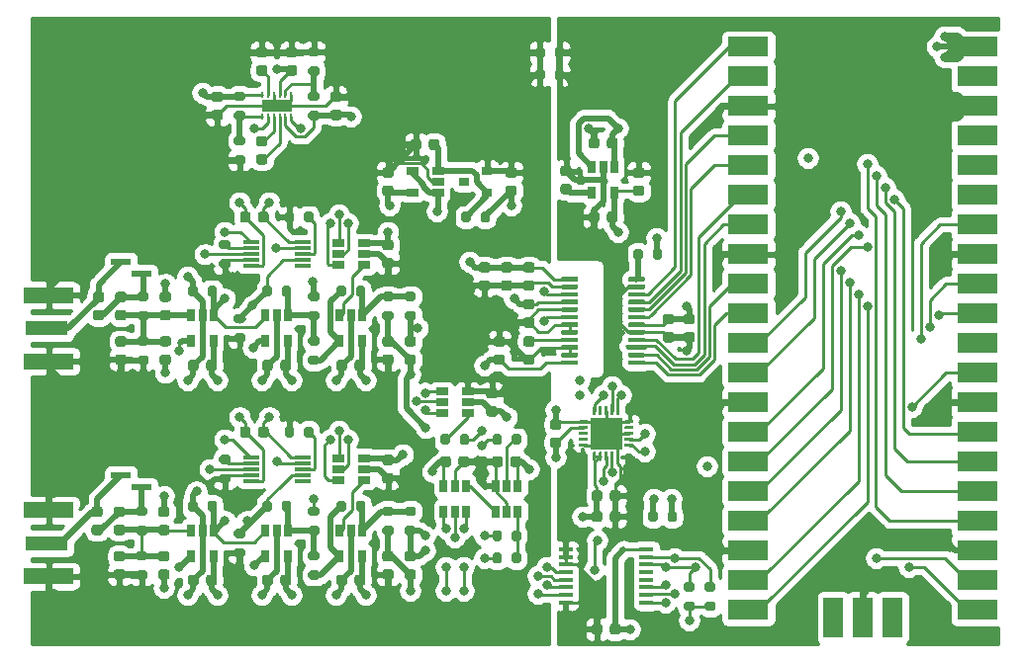
<source format=gtl>
%TF.GenerationSoftware,KiCad,Pcbnew,(5.1.10)-1*%
%TF.CreationDate,2021-07-23T15:14:34+02:00*%
%TF.ProjectId,rpicoscope2,72706963-6f73-4636-9f70-65322e6b6963,rev?*%
%TF.SameCoordinates,Original*%
%TF.FileFunction,Copper,L1,Top*%
%TF.FilePolarity,Positive*%
%FSLAX46Y46*%
G04 Gerber Fmt 4.6, Leading zero omitted, Abs format (unit mm)*
G04 Created by KiCad (PCBNEW (5.1.10)-1) date 2021-07-23 15:14:34*
%MOMM*%
%LPD*%
G01*
G04 APERTURE LIST*
%TA.AperFunction,SMDPad,CuDef*%
%ADD10R,1.700000X3.500000*%
%TD*%
%TA.AperFunction,SMDPad,CuDef*%
%ADD11R,3.500000X1.700000*%
%TD*%
%TA.AperFunction,SMDPad,CuDef*%
%ADD12R,1.750000X0.600000*%
%TD*%
%TA.AperFunction,SMDPad,CuDef*%
%ADD13R,2.700000X2.700000*%
%TD*%
%TA.AperFunction,SMDPad,CuDef*%
%ADD14R,1.400000X0.300000*%
%TD*%
%TA.AperFunction,SMDPad,CuDef*%
%ADD15R,3.600000X1.270000*%
%TD*%
%TA.AperFunction,SMDPad,CuDef*%
%ADD16R,4.200000X1.350000*%
%TD*%
%TA.AperFunction,SMDPad,CuDef*%
%ADD17R,1.200000X0.400000*%
%TD*%
%TA.AperFunction,SMDPad,CuDef*%
%ADD18R,1.060000X0.650000*%
%TD*%
%TA.AperFunction,SMDPad,CuDef*%
%ADD19R,0.650000X1.060000*%
%TD*%
%TA.AperFunction,SMDPad,CuDef*%
%ADD20R,0.900000X0.800000*%
%TD*%
%TA.AperFunction,SMDPad,CuDef*%
%ADD21R,2.650000X1.000000*%
%TD*%
%TA.AperFunction,ComponentPad*%
%ADD22C,0.600000*%
%TD*%
%TA.AperFunction,SMDPad,CuDef*%
%ADD23R,0.250000X0.500000*%
%TD*%
%TA.AperFunction,ViaPad*%
%ADD24C,0.800000*%
%TD*%
%TA.AperFunction,Conductor*%
%ADD25C,0.250000*%
%TD*%
%TA.AperFunction,Conductor*%
%ADD26C,0.500000*%
%TD*%
%TA.AperFunction,Conductor*%
%ADD27C,0.800000*%
%TD*%
%TA.AperFunction,Conductor*%
%ADD28C,0.254000*%
%TD*%
%TA.AperFunction,Conductor*%
%ADD29C,0.100000*%
%TD*%
G04 APERTURE END LIST*
%TO.P,R39,2*%
%TO.N,SCL*%
%TA.AperFunction,SMDPad,CuDef*%
G36*
G01*
X179599000Y-119717000D02*
X179049000Y-119717000D01*
G75*
G02*
X178849000Y-119517000I0J200000D01*
G01*
X178849000Y-119117000D01*
G75*
G02*
X179049000Y-118917000I200000J0D01*
G01*
X179599000Y-118917000D01*
G75*
G02*
X179799000Y-119117000I0J-200000D01*
G01*
X179799000Y-119517000D01*
G75*
G02*
X179599000Y-119717000I-200000J0D01*
G01*
G37*
%TD.AperFunction*%
%TO.P,R39,1*%
%TO.N,+3V3*%
%TA.AperFunction,SMDPad,CuDef*%
G36*
G01*
X179599000Y-121367000D02*
X179049000Y-121367000D01*
G75*
G02*
X178849000Y-121167000I0J200000D01*
G01*
X178849000Y-120767000D01*
G75*
G02*
X179049000Y-120567000I200000J0D01*
G01*
X179599000Y-120567000D01*
G75*
G02*
X179799000Y-120767000I0J-200000D01*
G01*
X179799000Y-121167000D01*
G75*
G02*
X179599000Y-121367000I-200000J0D01*
G01*
G37*
%TD.AperFunction*%
%TD*%
%TO.P,R38,2*%
%TO.N,SDA*%
%TA.AperFunction,SMDPad,CuDef*%
G36*
G01*
X177821000Y-119717000D02*
X177271000Y-119717000D01*
G75*
G02*
X177071000Y-119517000I0J200000D01*
G01*
X177071000Y-119117000D01*
G75*
G02*
X177271000Y-118917000I200000J0D01*
G01*
X177821000Y-118917000D01*
G75*
G02*
X178021000Y-119117000I0J-200000D01*
G01*
X178021000Y-119517000D01*
G75*
G02*
X177821000Y-119717000I-200000J0D01*
G01*
G37*
%TD.AperFunction*%
%TO.P,R38,1*%
%TO.N,+3V3*%
%TA.AperFunction,SMDPad,CuDef*%
G36*
G01*
X177821000Y-121367000D02*
X177271000Y-121367000D01*
G75*
G02*
X177071000Y-121167000I0J200000D01*
G01*
X177071000Y-120767000D01*
G75*
G02*
X177271000Y-120567000I200000J0D01*
G01*
X177821000Y-120567000D01*
G75*
G02*
X178021000Y-120767000I0J-200000D01*
G01*
X178021000Y-121167000D01*
G75*
G02*
X177821000Y-121367000I-200000J0D01*
G01*
G37*
%TD.AperFunction*%
%TD*%
D10*
%TO.P,U21,43*%
%TO.N,Net-(U21-Pad43)*%
X194945000Y-121955000D03*
%TO.P,U21,42*%
%TO.N,GND*%
X192405000Y-121955000D03*
%TO.P,U21,41*%
%TO.N,Net-(U21-Pad41)*%
X189865000Y-121955000D03*
D11*
%TO.P,U21,21*%
%TO.N,SDA*%
X202195000Y-121285000D03*
%TO.P,U21,22*%
%TO.N,SCL*%
X202195000Y-118745000D03*
%TO.P,U21,23*%
%TO.N,GND*%
X202195000Y-116205000D03*
%TO.P,U21,24*%
%TO.N,CS*%
X202195000Y-113665000D03*
%TO.P,U21,25*%
%TO.N,RS*%
X202195000Y-111125000D03*
%TO.P,U21,26*%
%TO.N,WR*%
X202195000Y-108585000D03*
%TO.P,U21,27*%
%TO.N,RD*%
X202195000Y-106045000D03*
%TO.P,U21,28*%
%TO.N,GND*%
X202195000Y-103505000D03*
%TO.P,U21,29*%
%TO.N,RST*%
X202195000Y-100965000D03*
%TO.P,U21,30*%
%TO.N,Net-(U21-Pad30)*%
X202195000Y-98425000D03*
%TO.P,U21,31*%
%TO.N,CLK*%
X202195000Y-95885000D03*
%TO.P,U21,32*%
%TO.N,SEL*%
X202195000Y-93345000D03*
%TO.P,U21,33*%
%TO.N,GND*%
X202195000Y-90805000D03*
%TO.P,U21,34*%
%TO.N,TRIG*%
X202195000Y-88265000D03*
%TO.P,U21,35*%
%TO.N,Net-(U21-Pad35)*%
X202195000Y-85725000D03*
%TO.P,U21,36*%
%TO.N,Net-(U21-Pad36)*%
X202195000Y-83185000D03*
%TO.P,U21,37*%
%TO.N,Net-(U21-Pad37)*%
X202195000Y-80645000D03*
%TO.P,U21,38*%
%TO.N,GND*%
X202195000Y-78105000D03*
%TO.P,U21,39*%
%TO.N,Net-(U21-Pad39)*%
X202195000Y-75565000D03*
%TO.P,U21,40*%
%TO.N,+5V*%
X202195000Y-73025000D03*
%TO.P,U21,20*%
%TO.N,DB7*%
X182615000Y-121285000D03*
%TO.P,U21,19*%
%TO.N,DB6*%
X182615000Y-118745000D03*
%TO.P,U21,18*%
%TO.N,GND*%
X182615000Y-116205000D03*
%TO.P,U21,17*%
%TO.N,DB5*%
X182615000Y-113665000D03*
%TO.P,U21,16*%
%TO.N,DB4*%
X182615000Y-111125000D03*
%TO.P,U21,15*%
%TO.N,DB3*%
X182615000Y-108585000D03*
%TO.P,U21,14*%
%TO.N,DB2*%
X182615000Y-106045000D03*
%TO.P,U21,13*%
%TO.N,GND*%
X182615000Y-103505000D03*
%TO.P,U21,12*%
%TO.N,DB1*%
X182615000Y-100965000D03*
%TO.P,U21,11*%
%TO.N,DB0*%
X182615000Y-98425000D03*
%TO.P,U21,10*%
%TO.N,D7*%
X182615000Y-95885000D03*
%TO.P,U21,9*%
%TO.N,D6*%
X182615000Y-93345000D03*
%TO.P,U21,8*%
%TO.N,GND*%
X182615000Y-90805000D03*
%TO.P,U21,7*%
%TO.N,D5*%
X182615000Y-88265000D03*
%TO.P,U21,6*%
%TO.N,D4*%
X182615000Y-85725000D03*
%TO.P,U21,5*%
%TO.N,D3*%
X182615000Y-83185000D03*
%TO.P,U21,4*%
%TO.N,D2*%
X182615000Y-80645000D03*
%TO.P,U21,3*%
%TO.N,GND*%
X182615000Y-78105000D03*
%TO.P,U21,2*%
%TO.N,D1*%
X182615000Y-75565000D03*
%TO.P,U21,1*%
%TO.N,D0*%
X182615000Y-73025000D03*
%TD*%
D12*
%TO.P,J7,2*%
%TO.N,Net-(C27-Pad1)*%
X128919000Y-91448000D03*
%TO.P,J7,1*%
%TO.N,Net-(C27-Pad2)*%
X130669000Y-92448000D03*
%TD*%
%TO.P,J4,2*%
%TO.N,Net-(C3-Pad1)*%
X128919000Y-109736000D03*
%TO.P,J4,1*%
%TO.N,Net-(C3-Pad2)*%
X130669000Y-110736000D03*
%TD*%
%TO.P,C45,2*%
%TO.N,+3V3*%
%TA.AperFunction,SMDPad,CuDef*%
G36*
G01*
X170109000Y-113034000D02*
X170109000Y-113534000D01*
G75*
G02*
X169884000Y-113759000I-225000J0D01*
G01*
X169434000Y-113759000D01*
G75*
G02*
X169209000Y-113534000I0J225000D01*
G01*
X169209000Y-113034000D01*
G75*
G02*
X169434000Y-112809000I225000J0D01*
G01*
X169884000Y-112809000D01*
G75*
G02*
X170109000Y-113034000I0J-225000D01*
G01*
G37*
%TD.AperFunction*%
%TO.P,C45,1*%
%TO.N,GND*%
%TA.AperFunction,SMDPad,CuDef*%
G36*
G01*
X171659000Y-113034000D02*
X171659000Y-113534000D01*
G75*
G02*
X171434000Y-113759000I-225000J0D01*
G01*
X170984000Y-113759000D01*
G75*
G02*
X170759000Y-113534000I0J225000D01*
G01*
X170759000Y-113034000D01*
G75*
G02*
X170984000Y-112809000I225000J0D01*
G01*
X171434000Y-112809000D01*
G75*
G02*
X171659000Y-113034000I0J-225000D01*
G01*
G37*
%TD.AperFunction*%
%TD*%
%TO.P,C44,2*%
%TO.N,+3V3*%
%TA.AperFunction,SMDPad,CuDef*%
G36*
G01*
X170109000Y-111256000D02*
X170109000Y-111756000D01*
G75*
G02*
X169884000Y-111981000I-225000J0D01*
G01*
X169434000Y-111981000D01*
G75*
G02*
X169209000Y-111756000I0J225000D01*
G01*
X169209000Y-111256000D01*
G75*
G02*
X169434000Y-111031000I225000J0D01*
G01*
X169884000Y-111031000D01*
G75*
G02*
X170109000Y-111256000I0J-225000D01*
G01*
G37*
%TD.AperFunction*%
%TO.P,C44,1*%
%TO.N,GND*%
%TA.AperFunction,SMDPad,CuDef*%
G36*
G01*
X171659000Y-111256000D02*
X171659000Y-111756000D01*
G75*
G02*
X171434000Y-111981000I-225000J0D01*
G01*
X170984000Y-111981000D01*
G75*
G02*
X170759000Y-111756000I0J225000D01*
G01*
X170759000Y-111256000D01*
G75*
G02*
X170984000Y-111031000I225000J0D01*
G01*
X171434000Y-111031000D01*
G75*
G02*
X171659000Y-111256000I0J-225000D01*
G01*
G37*
%TD.AperFunction*%
%TD*%
D13*
%TO.P,U19,21*%
%TO.N,GND*%
X170434000Y-106172000D03*
%TO.P,U19,20*%
%TA.AperFunction,SMDPad,CuDef*%
G36*
G01*
X172046500Y-105047000D02*
X172721500Y-105047000D01*
G75*
G02*
X172784000Y-105109500I0J-62500D01*
G01*
X172784000Y-105234500D01*
G75*
G02*
X172721500Y-105297000I-62500J0D01*
G01*
X172046500Y-105297000D01*
G75*
G02*
X171984000Y-105234500I0J62500D01*
G01*
X171984000Y-105109500D01*
G75*
G02*
X172046500Y-105047000I62500J0D01*
G01*
G37*
%TD.AperFunction*%
%TO.P,U19,19*%
%TO.N,Net-(U19-Pad19)*%
%TA.AperFunction,SMDPad,CuDef*%
G36*
G01*
X172046500Y-105547000D02*
X172721500Y-105547000D01*
G75*
G02*
X172784000Y-105609500I0J-62500D01*
G01*
X172784000Y-105734500D01*
G75*
G02*
X172721500Y-105797000I-62500J0D01*
G01*
X172046500Y-105797000D01*
G75*
G02*
X171984000Y-105734500I0J62500D01*
G01*
X171984000Y-105609500D01*
G75*
G02*
X172046500Y-105547000I62500J0D01*
G01*
G37*
%TD.AperFunction*%
%TO.P,U19,18*%
%TO.N,GND*%
%TA.AperFunction,SMDPad,CuDef*%
G36*
G01*
X172046500Y-106047000D02*
X172721500Y-106047000D01*
G75*
G02*
X172784000Y-106109500I0J-62500D01*
G01*
X172784000Y-106234500D01*
G75*
G02*
X172721500Y-106297000I-62500J0D01*
G01*
X172046500Y-106297000D01*
G75*
G02*
X171984000Y-106234500I0J62500D01*
G01*
X171984000Y-106109500D01*
G75*
G02*
X172046500Y-106047000I62500J0D01*
G01*
G37*
%TD.AperFunction*%
%TO.P,U19,17*%
%TO.N,YD*%
%TA.AperFunction,SMDPad,CuDef*%
G36*
G01*
X172046500Y-106547000D02*
X172721500Y-106547000D01*
G75*
G02*
X172784000Y-106609500I0J-62500D01*
G01*
X172784000Y-106734500D01*
G75*
G02*
X172721500Y-106797000I-62500J0D01*
G01*
X172046500Y-106797000D01*
G75*
G02*
X171984000Y-106734500I0J62500D01*
G01*
X171984000Y-106609500D01*
G75*
G02*
X172046500Y-106547000I62500J0D01*
G01*
G37*
%TD.AperFunction*%
%TO.P,U19,16*%
%TO.N,XL*%
%TA.AperFunction,SMDPad,CuDef*%
G36*
G01*
X172046500Y-107047000D02*
X172721500Y-107047000D01*
G75*
G02*
X172784000Y-107109500I0J-62500D01*
G01*
X172784000Y-107234500D01*
G75*
G02*
X172721500Y-107297000I-62500J0D01*
G01*
X172046500Y-107297000D01*
G75*
G02*
X171984000Y-107234500I0J62500D01*
G01*
X171984000Y-107109500D01*
G75*
G02*
X172046500Y-107047000I62500J0D01*
G01*
G37*
%TD.AperFunction*%
%TO.P,U19,15*%
%TO.N,GND*%
%TA.AperFunction,SMDPad,CuDef*%
G36*
G01*
X171371500Y-107722000D02*
X171496500Y-107722000D01*
G75*
G02*
X171559000Y-107784500I0J-62500D01*
G01*
X171559000Y-108459500D01*
G75*
G02*
X171496500Y-108522000I-62500J0D01*
G01*
X171371500Y-108522000D01*
G75*
G02*
X171309000Y-108459500I0J62500D01*
G01*
X171309000Y-107784500D01*
G75*
G02*
X171371500Y-107722000I62500J0D01*
G01*
G37*
%TD.AperFunction*%
%TO.P,U19,14*%
%TO.N,YU*%
%TA.AperFunction,SMDPad,CuDef*%
G36*
G01*
X170871500Y-107722000D02*
X170996500Y-107722000D01*
G75*
G02*
X171059000Y-107784500I0J-62500D01*
G01*
X171059000Y-108459500D01*
G75*
G02*
X170996500Y-108522000I-62500J0D01*
G01*
X170871500Y-108522000D01*
G75*
G02*
X170809000Y-108459500I0J62500D01*
G01*
X170809000Y-107784500D01*
G75*
G02*
X170871500Y-107722000I62500J0D01*
G01*
G37*
%TD.AperFunction*%
%TO.P,U19,13*%
%TO.N,XR*%
%TA.AperFunction,SMDPad,CuDef*%
G36*
G01*
X170371500Y-107722000D02*
X170496500Y-107722000D01*
G75*
G02*
X170559000Y-107784500I0J-62500D01*
G01*
X170559000Y-108459500D01*
G75*
G02*
X170496500Y-108522000I-62500J0D01*
G01*
X170371500Y-108522000D01*
G75*
G02*
X170309000Y-108459500I0J62500D01*
G01*
X170309000Y-107784500D01*
G75*
G02*
X170371500Y-107722000I62500J0D01*
G01*
G37*
%TD.AperFunction*%
%TO.P,U19,12*%
%TO.N,+3V3*%
%TA.AperFunction,SMDPad,CuDef*%
G36*
G01*
X169871500Y-107722000D02*
X169996500Y-107722000D01*
G75*
G02*
X170059000Y-107784500I0J-62500D01*
G01*
X170059000Y-108459500D01*
G75*
G02*
X169996500Y-108522000I-62500J0D01*
G01*
X169871500Y-108522000D01*
G75*
G02*
X169809000Y-108459500I0J62500D01*
G01*
X169809000Y-107784500D01*
G75*
G02*
X169871500Y-107722000I62500J0D01*
G01*
G37*
%TD.AperFunction*%
%TO.P,U19,11*%
%TA.AperFunction,SMDPad,CuDef*%
G36*
G01*
X169371500Y-107722000D02*
X169496500Y-107722000D01*
G75*
G02*
X169559000Y-107784500I0J-62500D01*
G01*
X169559000Y-108459500D01*
G75*
G02*
X169496500Y-108522000I-62500J0D01*
G01*
X169371500Y-108522000D01*
G75*
G02*
X169309000Y-108459500I0J62500D01*
G01*
X169309000Y-107784500D01*
G75*
G02*
X169371500Y-107722000I62500J0D01*
G01*
G37*
%TD.AperFunction*%
%TO.P,U19,10*%
%TO.N,GND*%
%TA.AperFunction,SMDPad,CuDef*%
G36*
G01*
X168146500Y-107047000D02*
X168821500Y-107047000D01*
G75*
G02*
X168884000Y-107109500I0J-62500D01*
G01*
X168884000Y-107234500D01*
G75*
G02*
X168821500Y-107297000I-62500J0D01*
G01*
X168146500Y-107297000D01*
G75*
G02*
X168084000Y-107234500I0J62500D01*
G01*
X168084000Y-107109500D01*
G75*
G02*
X168146500Y-107047000I62500J0D01*
G01*
G37*
%TD.AperFunction*%
%TO.P,U19,9*%
%TO.N,Net-(U19-Pad9)*%
%TA.AperFunction,SMDPad,CuDef*%
G36*
G01*
X168146500Y-106547000D02*
X168821500Y-106547000D01*
G75*
G02*
X168884000Y-106609500I0J-62500D01*
G01*
X168884000Y-106734500D01*
G75*
G02*
X168821500Y-106797000I-62500J0D01*
G01*
X168146500Y-106797000D01*
G75*
G02*
X168084000Y-106734500I0J62500D01*
G01*
X168084000Y-106609500D01*
G75*
G02*
X168146500Y-106547000I62500J0D01*
G01*
G37*
%TD.AperFunction*%
%TO.P,U19,8*%
%TO.N,Net-(U19-Pad8)*%
%TA.AperFunction,SMDPad,CuDef*%
G36*
G01*
X168146500Y-106047000D02*
X168821500Y-106047000D01*
G75*
G02*
X168884000Y-106109500I0J-62500D01*
G01*
X168884000Y-106234500D01*
G75*
G02*
X168821500Y-106297000I-62500J0D01*
G01*
X168146500Y-106297000D01*
G75*
G02*
X168084000Y-106234500I0J62500D01*
G01*
X168084000Y-106109500D01*
G75*
G02*
X168146500Y-106047000I62500J0D01*
G01*
G37*
%TD.AperFunction*%
%TO.P,U19,7*%
%TO.N,+3V3*%
%TA.AperFunction,SMDPad,CuDef*%
G36*
G01*
X168146500Y-105547000D02*
X168821500Y-105547000D01*
G75*
G02*
X168884000Y-105609500I0J-62500D01*
G01*
X168884000Y-105734500D01*
G75*
G02*
X168821500Y-105797000I-62500J0D01*
G01*
X168146500Y-105797000D01*
G75*
G02*
X168084000Y-105734500I0J62500D01*
G01*
X168084000Y-105609500D01*
G75*
G02*
X168146500Y-105547000I62500J0D01*
G01*
G37*
%TD.AperFunction*%
%TO.P,U19,6*%
%TO.N,GND*%
%TA.AperFunction,SMDPad,CuDef*%
G36*
G01*
X168146500Y-105047000D02*
X168821500Y-105047000D01*
G75*
G02*
X168884000Y-105109500I0J-62500D01*
G01*
X168884000Y-105234500D01*
G75*
G02*
X168821500Y-105297000I-62500J0D01*
G01*
X168146500Y-105297000D01*
G75*
G02*
X168084000Y-105234500I0J62500D01*
G01*
X168084000Y-105109500D01*
G75*
G02*
X168146500Y-105047000I62500J0D01*
G01*
G37*
%TD.AperFunction*%
%TO.P,U19,5*%
%TO.N,RST*%
%TA.AperFunction,SMDPad,CuDef*%
G36*
G01*
X169371500Y-103822000D02*
X169496500Y-103822000D01*
G75*
G02*
X169559000Y-103884500I0J-62500D01*
G01*
X169559000Y-104559500D01*
G75*
G02*
X169496500Y-104622000I-62500J0D01*
G01*
X169371500Y-104622000D01*
G75*
G02*
X169309000Y-104559500I0J62500D01*
G01*
X169309000Y-103884500D01*
G75*
G02*
X169371500Y-103822000I62500J0D01*
G01*
G37*
%TD.AperFunction*%
%TO.P,U19,4*%
%TO.N,Net-(U19-Pad4)*%
%TA.AperFunction,SMDPad,CuDef*%
G36*
G01*
X169871500Y-103822000D02*
X169996500Y-103822000D01*
G75*
G02*
X170059000Y-103884500I0J-62500D01*
G01*
X170059000Y-104559500D01*
G75*
G02*
X169996500Y-104622000I-62500J0D01*
G01*
X169871500Y-104622000D01*
G75*
G02*
X169809000Y-104559500I0J62500D01*
G01*
X169809000Y-103884500D01*
G75*
G02*
X169871500Y-103822000I62500J0D01*
G01*
G37*
%TD.AperFunction*%
%TO.P,U19,3*%
%TO.N,GND*%
%TA.AperFunction,SMDPad,CuDef*%
G36*
G01*
X170371500Y-103822000D02*
X170496500Y-103822000D01*
G75*
G02*
X170559000Y-103884500I0J-62500D01*
G01*
X170559000Y-104559500D01*
G75*
G02*
X170496500Y-104622000I-62500J0D01*
G01*
X170371500Y-104622000D01*
G75*
G02*
X170309000Y-104559500I0J62500D01*
G01*
X170309000Y-103884500D01*
G75*
G02*
X170371500Y-103822000I62500J0D01*
G01*
G37*
%TD.AperFunction*%
%TO.P,U19,2*%
%TO.N,SCL*%
%TA.AperFunction,SMDPad,CuDef*%
G36*
G01*
X170871500Y-103822000D02*
X170996500Y-103822000D01*
G75*
G02*
X171059000Y-103884500I0J-62500D01*
G01*
X171059000Y-104559500D01*
G75*
G02*
X170996500Y-104622000I-62500J0D01*
G01*
X170871500Y-104622000D01*
G75*
G02*
X170809000Y-104559500I0J62500D01*
G01*
X170809000Y-103884500D01*
G75*
G02*
X170871500Y-103822000I62500J0D01*
G01*
G37*
%TD.AperFunction*%
%TO.P,U19,1*%
%TO.N,SDA*%
%TA.AperFunction,SMDPad,CuDef*%
G36*
G01*
X171371500Y-103822000D02*
X171496500Y-103822000D01*
G75*
G02*
X171559000Y-103884500I0J-62500D01*
G01*
X171559000Y-104559500D01*
G75*
G02*
X171496500Y-104622000I-62500J0D01*
G01*
X171371500Y-104622000D01*
G75*
G02*
X171309000Y-104559500I0J62500D01*
G01*
X171309000Y-103884500D01*
G75*
G02*
X171371500Y-103822000I62500J0D01*
G01*
G37*
%TD.AperFunction*%
%TD*%
D14*
%TO.P,U16,10*%
%TO.N,+3.3VA*%
X144440000Y-108220000D03*
%TO.P,U16,9*%
%TO.N,SEL2*%
X144440000Y-108720000D03*
%TO.P,U16,8*%
%TO.N,Net-(R37-Pad1)*%
X144440000Y-109220000D03*
%TO.P,U16,7*%
%TO.N,Net-(R10-Pad1)*%
X144440000Y-109720000D03*
%TO.P,U16,6*%
%TO.N,Net-(U16-Pad6)*%
X144440000Y-110220000D03*
%TO.P,U16,5*%
%TO.N,-3V3*%
X140040000Y-110220000D03*
%TO.P,U16,4*%
%TO.N,GNDA*%
X140040000Y-109720000D03*
%TO.P,U16,3*%
%TO.N,SEL3*%
X140040000Y-109220000D03*
%TO.P,U16,2*%
%TO.N,Net-(R30-Pad1)*%
X140040000Y-108720000D03*
%TO.P,U16,1*%
%TO.N,Net-(R10-Pad1)*%
X140040000Y-108220000D03*
%TD*%
%TO.P,U9,10*%
%TO.N,+3.3VA*%
X144440000Y-89805000D03*
%TO.P,U9,9*%
%TO.N,SEL0*%
X144440000Y-90305000D03*
%TO.P,U9,8*%
%TO.N,Net-(R36-Pad1)*%
X144440000Y-90805000D03*
%TO.P,U9,7*%
%TO.N,Net-(R28-Pad1)*%
X144440000Y-91305000D03*
%TO.P,U9,6*%
%TO.N,Net-(U9-Pad6)*%
X144440000Y-91805000D03*
%TO.P,U9,5*%
%TO.N,-3V3*%
X140040000Y-91805000D03*
%TO.P,U9,4*%
%TO.N,GNDA*%
X140040000Y-91305000D03*
%TO.P,U9,3*%
%TO.N,SEL1*%
X140040000Y-90805000D03*
%TO.P,U9,2*%
%TO.N,Net-(R9-Pad1)*%
X140040000Y-90305000D03*
%TO.P,U9,1*%
%TO.N,Net-(R28-Pad1)*%
X140040000Y-89805000D03*
%TD*%
%TO.P,R37,2*%
%TO.N,GNDA*%
%TA.AperFunction,SMDPad,CuDef*%
G36*
G01*
X143720000Y-105770000D02*
X143720000Y-106320000D01*
G75*
G02*
X143520000Y-106520000I-200000J0D01*
G01*
X143120000Y-106520000D01*
G75*
G02*
X142920000Y-106320000I0J200000D01*
G01*
X142920000Y-105770000D01*
G75*
G02*
X143120000Y-105570000I200000J0D01*
G01*
X143520000Y-105570000D01*
G75*
G02*
X143720000Y-105770000I0J-200000D01*
G01*
G37*
%TD.AperFunction*%
%TO.P,R37,1*%
%TO.N,Net-(R37-Pad1)*%
%TA.AperFunction,SMDPad,CuDef*%
G36*
G01*
X145370000Y-105770000D02*
X145370000Y-106320000D01*
G75*
G02*
X145170000Y-106520000I-200000J0D01*
G01*
X144770000Y-106520000D01*
G75*
G02*
X144570000Y-106320000I0J200000D01*
G01*
X144570000Y-105770000D01*
G75*
G02*
X144770000Y-105570000I200000J0D01*
G01*
X145170000Y-105570000D01*
G75*
G02*
X145370000Y-105770000I0J-200000D01*
G01*
G37*
%TD.AperFunction*%
%TD*%
%TO.P,R36,2*%
%TO.N,GNDA*%
%TA.AperFunction,SMDPad,CuDef*%
G36*
G01*
X143720000Y-87355000D02*
X143720000Y-87905000D01*
G75*
G02*
X143520000Y-88105000I-200000J0D01*
G01*
X143120000Y-88105000D01*
G75*
G02*
X142920000Y-87905000I0J200000D01*
G01*
X142920000Y-87355000D01*
G75*
G02*
X143120000Y-87155000I200000J0D01*
G01*
X143520000Y-87155000D01*
G75*
G02*
X143720000Y-87355000I0J-200000D01*
G01*
G37*
%TD.AperFunction*%
%TO.P,R36,1*%
%TO.N,Net-(R36-Pad1)*%
%TA.AperFunction,SMDPad,CuDef*%
G36*
G01*
X145370000Y-87355000D02*
X145370000Y-87905000D01*
G75*
G02*
X145170000Y-88105000I-200000J0D01*
G01*
X144770000Y-88105000D01*
G75*
G02*
X144570000Y-87905000I0J200000D01*
G01*
X144570000Y-87355000D01*
G75*
G02*
X144770000Y-87155000I200000J0D01*
G01*
X145170000Y-87155000D01*
G75*
G02*
X145370000Y-87355000I0J-200000D01*
G01*
G37*
%TD.AperFunction*%
%TD*%
%TO.P,R30,2*%
%TO.N,GNDA*%
%TA.AperFunction,SMDPad,CuDef*%
G36*
G01*
X137520000Y-109645000D02*
X138070000Y-109645000D01*
G75*
G02*
X138270000Y-109845000I0J-200000D01*
G01*
X138270000Y-110245000D01*
G75*
G02*
X138070000Y-110445000I-200000J0D01*
G01*
X137520000Y-110445000D01*
G75*
G02*
X137320000Y-110245000I0J200000D01*
G01*
X137320000Y-109845000D01*
G75*
G02*
X137520000Y-109645000I200000J0D01*
G01*
G37*
%TD.AperFunction*%
%TO.P,R30,1*%
%TO.N,Net-(R30-Pad1)*%
%TA.AperFunction,SMDPad,CuDef*%
G36*
G01*
X137520000Y-107995000D02*
X138070000Y-107995000D01*
G75*
G02*
X138270000Y-108195000I0J-200000D01*
G01*
X138270000Y-108595000D01*
G75*
G02*
X138070000Y-108795000I-200000J0D01*
G01*
X137520000Y-108795000D01*
G75*
G02*
X137320000Y-108595000I0J200000D01*
G01*
X137320000Y-108195000D01*
G75*
G02*
X137520000Y-107995000I200000J0D01*
G01*
G37*
%TD.AperFunction*%
%TD*%
%TO.P,R9,2*%
%TO.N,GNDA*%
%TA.AperFunction,SMDPad,CuDef*%
G36*
G01*
X137520000Y-91230000D02*
X138070000Y-91230000D01*
G75*
G02*
X138270000Y-91430000I0J-200000D01*
G01*
X138270000Y-91830000D01*
G75*
G02*
X138070000Y-92030000I-200000J0D01*
G01*
X137520000Y-92030000D01*
G75*
G02*
X137320000Y-91830000I0J200000D01*
G01*
X137320000Y-91430000D01*
G75*
G02*
X137520000Y-91230000I200000J0D01*
G01*
G37*
%TD.AperFunction*%
%TO.P,R9,1*%
%TO.N,Net-(R9-Pad1)*%
%TA.AperFunction,SMDPad,CuDef*%
G36*
G01*
X137520000Y-89580000D02*
X138070000Y-89580000D01*
G75*
G02*
X138270000Y-89780000I0J-200000D01*
G01*
X138270000Y-90180000D01*
G75*
G02*
X138070000Y-90380000I-200000J0D01*
G01*
X137520000Y-90380000D01*
G75*
G02*
X137320000Y-90180000I0J200000D01*
G01*
X137320000Y-89780000D01*
G75*
G02*
X137520000Y-89580000I200000J0D01*
G01*
G37*
%TD.AperFunction*%
%TD*%
%TO.P,R35,2*%
%TO.N,Net-(R35-Pad2)*%
%TA.AperFunction,SMDPad,CuDef*%
G36*
G01*
X162350000Y-106955000D02*
X162350000Y-106405000D01*
G75*
G02*
X162550000Y-106205000I200000J0D01*
G01*
X162950000Y-106205000D01*
G75*
G02*
X163150000Y-106405000I0J-200000D01*
G01*
X163150000Y-106955000D01*
G75*
G02*
X162950000Y-107155000I-200000J0D01*
G01*
X162550000Y-107155000D01*
G75*
G02*
X162350000Y-106955000I0J200000D01*
G01*
G37*
%TD.AperFunction*%
%TO.P,R35,1*%
%TO.N,TRIG*%
%TA.AperFunction,SMDPad,CuDef*%
G36*
G01*
X160700000Y-106955000D02*
X160700000Y-106405000D01*
G75*
G02*
X160900000Y-106205000I200000J0D01*
G01*
X161300000Y-106205000D01*
G75*
G02*
X161500000Y-106405000I0J-200000D01*
G01*
X161500000Y-106955000D01*
G75*
G02*
X161300000Y-107155000I-200000J0D01*
G01*
X160900000Y-107155000D01*
G75*
G02*
X160700000Y-106955000I0J200000D01*
G01*
G37*
%TD.AperFunction*%
%TD*%
%TO.P,R25,2*%
%TO.N,VIN*%
%TA.AperFunction,SMDPad,CuDef*%
G36*
G01*
X161500000Y-114660000D02*
X161500000Y-115210000D01*
G75*
G02*
X161300000Y-115410000I-200000J0D01*
G01*
X160900000Y-115410000D01*
G75*
G02*
X160700000Y-115210000I0J200000D01*
G01*
X160700000Y-114660000D01*
G75*
G02*
X160900000Y-114460000I200000J0D01*
G01*
X161300000Y-114460000D01*
G75*
G02*
X161500000Y-114660000I0J-200000D01*
G01*
G37*
%TD.AperFunction*%
%TO.P,R25,1*%
%TO.N,Net-(R23-Pad1)*%
%TA.AperFunction,SMDPad,CuDef*%
G36*
G01*
X163150000Y-114660000D02*
X163150000Y-115210000D01*
G75*
G02*
X162950000Y-115410000I-200000J0D01*
G01*
X162550000Y-115410000D01*
G75*
G02*
X162350000Y-115210000I0J200000D01*
G01*
X162350000Y-114660000D01*
G75*
G02*
X162550000Y-114460000I200000J0D01*
G01*
X162950000Y-114460000D01*
G75*
G02*
X163150000Y-114660000I0J-200000D01*
G01*
G37*
%TD.AperFunction*%
%TD*%
%TO.P,R23,2*%
%TO.N,VINA*%
%TA.AperFunction,SMDPad,CuDef*%
G36*
G01*
X161500000Y-116565000D02*
X161500000Y-117115000D01*
G75*
G02*
X161300000Y-117315000I-200000J0D01*
G01*
X160900000Y-117315000D01*
G75*
G02*
X160700000Y-117115000I0J200000D01*
G01*
X160700000Y-116565000D01*
G75*
G02*
X160900000Y-116365000I200000J0D01*
G01*
X161300000Y-116365000D01*
G75*
G02*
X161500000Y-116565000I0J-200000D01*
G01*
G37*
%TD.AperFunction*%
%TO.P,R23,1*%
%TO.N,Net-(R23-Pad1)*%
%TA.AperFunction,SMDPad,CuDef*%
G36*
G01*
X163150000Y-116565000D02*
X163150000Y-117115000D01*
G75*
G02*
X162950000Y-117315000I-200000J0D01*
G01*
X162550000Y-117315000D01*
G75*
G02*
X162350000Y-117115000I0J200000D01*
G01*
X162350000Y-116565000D01*
G75*
G02*
X162550000Y-116365000I200000J0D01*
G01*
X162950000Y-116365000D01*
G75*
G02*
X163150000Y-116565000I0J-200000D01*
G01*
G37*
%TD.AperFunction*%
%TD*%
D15*
%TO.P,J6,1*%
%TO.N,Net-(C3-Pad1)*%
X122555000Y-115570000D03*
D16*
%TO.P,J6,2*%
%TO.N,GNDA*%
X122755000Y-118395000D03*
X122755000Y-112745000D03*
%TD*%
D15*
%TO.P,J1,1*%
%TO.N,Net-(C27-Pad1)*%
X122555000Y-97155000D03*
D16*
%TO.P,J1,2*%
%TO.N,GNDA*%
X122755000Y-99980000D03*
X122755000Y-94330000D03*
%TD*%
D17*
%TO.P,U20,1*%
%TO.N,GND*%
X166984000Y-116089000D03*
%TO.P,U20,2*%
X166984000Y-116739000D03*
%TO.P,U20,3*%
X166984000Y-117389000D03*
%TO.P,U20,4*%
%TO.N,A02*%
X166984000Y-118039000D03*
%TO.P,U20,5*%
%TO.N,A01*%
X166984000Y-118689000D03*
%TO.P,U20,6*%
%TO.N,SEL2*%
X166984000Y-119339000D03*
%TO.P,U20,7*%
%TO.N,SEL3*%
X166984000Y-119989000D03*
%TO.P,U20,8*%
%TO.N,GND*%
X166984000Y-120639000D03*
%TO.P,U20,9*%
%TO.N,SEL1*%
X173884000Y-120639000D03*
%TO.P,U20,10*%
%TO.N,SEL0*%
X173884000Y-119989000D03*
%TO.P,U20,11*%
%TO.N,A00*%
X173884000Y-119339000D03*
%TO.P,U20,12*%
%TO.N,Net-(U20-Pad12)*%
X173884000Y-118689000D03*
%TO.P,U20,13*%
%TO.N,Net-(U20-Pad13)*%
X173884000Y-118039000D03*
%TO.P,U20,14*%
%TO.N,SDA*%
X173884000Y-117389000D03*
%TO.P,U20,15*%
%TO.N,SCL*%
X173884000Y-116739000D03*
%TO.P,U20,16*%
%TO.N,+3V3*%
X173884000Y-116089000D03*
%TD*%
%TO.P,R22,1*%
%TO.N,+5V*%
%TA.AperFunction,SMDPad,CuDef*%
G36*
G01*
X174035000Y-113559000D02*
X174035000Y-113009000D01*
G75*
G02*
X174235000Y-112809000I200000J0D01*
G01*
X174635000Y-112809000D01*
G75*
G02*
X174835000Y-113009000I0J-200000D01*
G01*
X174835000Y-113559000D01*
G75*
G02*
X174635000Y-113759000I-200000J0D01*
G01*
X174235000Y-113759000D01*
G75*
G02*
X174035000Y-113559000I0J200000D01*
G01*
G37*
%TD.AperFunction*%
%TO.P,R22,2*%
%TO.N,Net-(R22-Pad2)*%
%TA.AperFunction,SMDPad,CuDef*%
G36*
G01*
X175685000Y-113559000D02*
X175685000Y-113009000D01*
G75*
G02*
X175885000Y-112809000I200000J0D01*
G01*
X176285000Y-112809000D01*
G75*
G02*
X176485000Y-113009000I0J-200000D01*
G01*
X176485000Y-113559000D01*
G75*
G02*
X176285000Y-113759000I-200000J0D01*
G01*
X175885000Y-113759000D01*
G75*
G02*
X175685000Y-113559000I0J200000D01*
G01*
G37*
%TD.AperFunction*%
%TD*%
%TO.P,C43,1*%
%TO.N,GND*%
%TA.AperFunction,SMDPad,CuDef*%
G36*
G01*
X172978000Y-83370000D02*
X173478000Y-83370000D01*
G75*
G02*
X173703000Y-83595000I0J-225000D01*
G01*
X173703000Y-84045000D01*
G75*
G02*
X173478000Y-84270000I-225000J0D01*
G01*
X172978000Y-84270000D01*
G75*
G02*
X172753000Y-84045000I0J225000D01*
G01*
X172753000Y-83595000D01*
G75*
G02*
X172978000Y-83370000I225000J0D01*
G01*
G37*
%TD.AperFunction*%
%TO.P,C43,2*%
%TO.N,+3V3*%
%TA.AperFunction,SMDPad,CuDef*%
G36*
G01*
X172978000Y-84920000D02*
X173478000Y-84920000D01*
G75*
G02*
X173703000Y-85145000I0J-225000D01*
G01*
X173703000Y-85595000D01*
G75*
G02*
X173478000Y-85820000I-225000J0D01*
G01*
X172978000Y-85820000D01*
G75*
G02*
X172753000Y-85595000I0J225000D01*
G01*
X172753000Y-85145000D01*
G75*
G02*
X172978000Y-84920000I225000J0D01*
G01*
G37*
%TD.AperFunction*%
%TD*%
%TO.P,C42,1*%
%TO.N,GND*%
%TA.AperFunction,SMDPad,CuDef*%
G36*
G01*
X169209000Y-123186000D02*
X169209000Y-122686000D01*
G75*
G02*
X169434000Y-122461000I225000J0D01*
G01*
X169884000Y-122461000D01*
G75*
G02*
X170109000Y-122686000I0J-225000D01*
G01*
X170109000Y-123186000D01*
G75*
G02*
X169884000Y-123411000I-225000J0D01*
G01*
X169434000Y-123411000D01*
G75*
G02*
X169209000Y-123186000I0J225000D01*
G01*
G37*
%TD.AperFunction*%
%TO.P,C42,2*%
%TO.N,+3V3*%
%TA.AperFunction,SMDPad,CuDef*%
G36*
G01*
X170759000Y-123186000D02*
X170759000Y-122686000D01*
G75*
G02*
X170984000Y-122461000I225000J0D01*
G01*
X171434000Y-122461000D01*
G75*
G02*
X171659000Y-122686000I0J-225000D01*
G01*
X171659000Y-123186000D01*
G75*
G02*
X171434000Y-123411000I-225000J0D01*
G01*
X170984000Y-123411000D01*
G75*
G02*
X170759000Y-123186000I0J225000D01*
G01*
G37*
%TD.AperFunction*%
%TD*%
%TO.P,C22,1*%
%TO.N,GND*%
%TA.AperFunction,SMDPad,CuDef*%
G36*
G01*
X165866000Y-104947000D02*
X166366000Y-104947000D01*
G75*
G02*
X166591000Y-105172000I0J-225000D01*
G01*
X166591000Y-105622000D01*
G75*
G02*
X166366000Y-105847000I-225000J0D01*
G01*
X165866000Y-105847000D01*
G75*
G02*
X165641000Y-105622000I0J225000D01*
G01*
X165641000Y-105172000D01*
G75*
G02*
X165866000Y-104947000I225000J0D01*
G01*
G37*
%TD.AperFunction*%
%TO.P,C22,2*%
%TO.N,+3V3*%
%TA.AperFunction,SMDPad,CuDef*%
G36*
G01*
X165866000Y-106497000D02*
X166366000Y-106497000D01*
G75*
G02*
X166591000Y-106722000I0J-225000D01*
G01*
X166591000Y-107172000D01*
G75*
G02*
X166366000Y-107397000I-225000J0D01*
G01*
X165866000Y-107397000D01*
G75*
G02*
X165641000Y-107172000I0J225000D01*
G01*
X165641000Y-106722000D01*
G75*
G02*
X165866000Y-106497000I225000J0D01*
G01*
G37*
%TD.AperFunction*%
%TD*%
D18*
%TO.P,U18,5*%
%TO.N,SDA*%
X147490000Y-109220000D03*
%TO.P,U18,6*%
%TO.N,A01*%
X147490000Y-110170000D03*
%TO.P,U18,4*%
%TO.N,SCL*%
X147490000Y-108270000D03*
%TO.P,U18,3*%
%TO.N,+3.3VA*%
X149690000Y-108270000D03*
%TO.P,U18,2*%
%TO.N,GNDA*%
X149690000Y-109220000D03*
%TO.P,U18,1*%
%TO.N,Net-(U17-Pad3)*%
X149690000Y-110170000D03*
%TD*%
D19*
%TO.P,U17,5*%
%TO.N,+3.3VA*%
X149540000Y-116670000D03*
%TO.P,U17,4*%
%TO.N,Net-(R13-Pad2)*%
X147640000Y-116670000D03*
%TO.P,U17,3*%
%TO.N,Net-(U17-Pad3)*%
X147640000Y-114470000D03*
%TO.P,U17,2*%
%TO.N,-3V3*%
X148590000Y-114470000D03*
%TO.P,U17,1*%
%TO.N,Net-(R16-Pad1)*%
X149540000Y-114470000D03*
%TD*%
%TO.P,U12,5*%
%TO.N,+3.3VA*%
X143190000Y-116670000D03*
%TO.P,U12,4*%
%TO.N,Net-(R10-Pad1)*%
X141290000Y-116670000D03*
%TO.P,U12,3*%
%TO.N,Net-(R8-Pad2)*%
X141290000Y-114470000D03*
%TO.P,U12,2*%
%TO.N,-3V3*%
X142240000Y-114470000D03*
%TO.P,U12,1*%
%TO.N,Net-(R11-Pad2)*%
X143190000Y-114470000D03*
%TD*%
%TO.P,U7,5*%
%TO.N,+3.3VA*%
X136840000Y-116670000D03*
%TO.P,U7,4*%
%TO.N,Net-(R8-Pad2)*%
X134940000Y-116670000D03*
%TO.P,U7,3*%
%TO.N,Net-(C7-Pad2)*%
X134940000Y-114470000D03*
%TO.P,U7,2*%
%TO.N,-3V3*%
X135890000Y-114470000D03*
%TO.P,U7,1*%
%TO.N,Net-(R8-Pad2)*%
X136840000Y-114470000D03*
%TD*%
D18*
%TO.P,U6,5*%
%TO.N,+3.3VA*%
X153840000Y-85532000D03*
%TO.P,U6,4*%
%TO.N,VREF*%
X153840000Y-83632000D03*
%TO.P,U6,3*%
%TO.N,Net-(C11-Pad1)*%
X156040000Y-83632000D03*
%TO.P,U6,2*%
%TO.N,GNDA*%
X156040000Y-84582000D03*
%TO.P,U6,1*%
%TO.N,VREF*%
X156040000Y-85532000D03*
%TD*%
%TO.P,R21,2*%
%TO.N,VINB*%
%TA.AperFunction,SMDPad,CuDef*%
G36*
G01*
X151490000Y-114090000D02*
X152040000Y-114090000D01*
G75*
G02*
X152240000Y-114290000I0J-200000D01*
G01*
X152240000Y-114690000D01*
G75*
G02*
X152040000Y-114890000I-200000J0D01*
G01*
X151490000Y-114890000D01*
G75*
G02*
X151290000Y-114690000I0J200000D01*
G01*
X151290000Y-114290000D01*
G75*
G02*
X151490000Y-114090000I200000J0D01*
G01*
G37*
%TD.AperFunction*%
%TO.P,R21,1*%
%TO.N,Net-(R16-Pad1)*%
%TA.AperFunction,SMDPad,CuDef*%
G36*
G01*
X151490000Y-112440000D02*
X152040000Y-112440000D01*
G75*
G02*
X152240000Y-112640000I0J-200000D01*
G01*
X152240000Y-113040000D01*
G75*
G02*
X152040000Y-113240000I-200000J0D01*
G01*
X151490000Y-113240000D01*
G75*
G02*
X151290000Y-113040000I0J200000D01*
G01*
X151290000Y-112640000D01*
G75*
G02*
X151490000Y-112440000I200000J0D01*
G01*
G37*
%TD.AperFunction*%
%TD*%
%TO.P,R20,2*%
%TO.N,VINA*%
%TA.AperFunction,SMDPad,CuDef*%
G36*
G01*
X151490000Y-95675000D02*
X152040000Y-95675000D01*
G75*
G02*
X152240000Y-95875000I0J-200000D01*
G01*
X152240000Y-96275000D01*
G75*
G02*
X152040000Y-96475000I-200000J0D01*
G01*
X151490000Y-96475000D01*
G75*
G02*
X151290000Y-96275000I0J200000D01*
G01*
X151290000Y-95875000D01*
G75*
G02*
X151490000Y-95675000I200000J0D01*
G01*
G37*
%TD.AperFunction*%
%TO.P,R20,1*%
%TO.N,Net-(R20-Pad1)*%
%TA.AperFunction,SMDPad,CuDef*%
G36*
G01*
X151490000Y-94025000D02*
X152040000Y-94025000D01*
G75*
G02*
X152240000Y-94225000I0J-200000D01*
G01*
X152240000Y-94625000D01*
G75*
G02*
X152040000Y-94825000I-200000J0D01*
G01*
X151490000Y-94825000D01*
G75*
G02*
X151290000Y-94625000I0J200000D01*
G01*
X151290000Y-94225000D01*
G75*
G02*
X151490000Y-94025000I200000J0D01*
G01*
G37*
%TD.AperFunction*%
%TD*%
%TO.P,R17,2*%
%TO.N,Net-(R16-Pad1)*%
%TA.AperFunction,SMDPad,CuDef*%
G36*
G01*
X153945000Y-113240000D02*
X153395000Y-113240000D01*
G75*
G02*
X153195000Y-113040000I0J200000D01*
G01*
X153195000Y-112640000D01*
G75*
G02*
X153395000Y-112440000I200000J0D01*
G01*
X153945000Y-112440000D01*
G75*
G02*
X154145000Y-112640000I0J-200000D01*
G01*
X154145000Y-113040000D01*
G75*
G02*
X153945000Y-113240000I-200000J0D01*
G01*
G37*
%TD.AperFunction*%
%TO.P,R17,1*%
%TO.N,-3V3*%
%TA.AperFunction,SMDPad,CuDef*%
G36*
G01*
X153945000Y-114890000D02*
X153395000Y-114890000D01*
G75*
G02*
X153195000Y-114690000I0J200000D01*
G01*
X153195000Y-114290000D01*
G75*
G02*
X153395000Y-114090000I200000J0D01*
G01*
X153945000Y-114090000D01*
G75*
G02*
X154145000Y-114290000I0J-200000D01*
G01*
X154145000Y-114690000D01*
G75*
G02*
X153945000Y-114890000I-200000J0D01*
G01*
G37*
%TD.AperFunction*%
%TD*%
%TO.P,R16,2*%
%TO.N,Net-(R13-Pad2)*%
%TA.AperFunction,SMDPad,CuDef*%
G36*
G01*
X148165000Y-112120000D02*
X148165000Y-112670000D01*
G75*
G02*
X147965000Y-112870000I-200000J0D01*
G01*
X147565000Y-112870000D01*
G75*
G02*
X147365000Y-112670000I0J200000D01*
G01*
X147365000Y-112120000D01*
G75*
G02*
X147565000Y-111920000I200000J0D01*
G01*
X147965000Y-111920000D01*
G75*
G02*
X148165000Y-112120000I0J-200000D01*
G01*
G37*
%TD.AperFunction*%
%TO.P,R16,1*%
%TO.N,Net-(R16-Pad1)*%
%TA.AperFunction,SMDPad,CuDef*%
G36*
G01*
X149815000Y-112120000D02*
X149815000Y-112670000D01*
G75*
G02*
X149615000Y-112870000I-200000J0D01*
G01*
X149215000Y-112870000D01*
G75*
G02*
X149015000Y-112670000I0J200000D01*
G01*
X149015000Y-112120000D01*
G75*
G02*
X149215000Y-111920000I200000J0D01*
G01*
X149615000Y-111920000D01*
G75*
G02*
X149815000Y-112120000I0J-200000D01*
G01*
G37*
%TD.AperFunction*%
%TD*%
%TO.P,R13,2*%
%TO.N,Net-(R13-Pad2)*%
%TA.AperFunction,SMDPad,CuDef*%
G36*
G01*
X145140000Y-117900000D02*
X145690000Y-117900000D01*
G75*
G02*
X145890000Y-118100000I0J-200000D01*
G01*
X145890000Y-118500000D01*
G75*
G02*
X145690000Y-118700000I-200000J0D01*
G01*
X145140000Y-118700000D01*
G75*
G02*
X144940000Y-118500000I0J200000D01*
G01*
X144940000Y-118100000D01*
G75*
G02*
X145140000Y-117900000I200000J0D01*
G01*
G37*
%TD.AperFunction*%
%TO.P,R13,1*%
%TO.N,Net-(R11-Pad2)*%
%TA.AperFunction,SMDPad,CuDef*%
G36*
G01*
X145140000Y-116250000D02*
X145690000Y-116250000D01*
G75*
G02*
X145890000Y-116450000I0J-200000D01*
G01*
X145890000Y-116850000D01*
G75*
G02*
X145690000Y-117050000I-200000J0D01*
G01*
X145140000Y-117050000D01*
G75*
G02*
X144940000Y-116850000I0J200000D01*
G01*
X144940000Y-116450000D01*
G75*
G02*
X145140000Y-116250000I200000J0D01*
G01*
G37*
%TD.AperFunction*%
%TD*%
%TO.P,R12,2*%
%TO.N,Net-(R11-Pad2)*%
%TA.AperFunction,SMDPad,CuDef*%
G36*
G01*
X145140000Y-114090000D02*
X145690000Y-114090000D01*
G75*
G02*
X145890000Y-114290000I0J-200000D01*
G01*
X145890000Y-114690000D01*
G75*
G02*
X145690000Y-114890000I-200000J0D01*
G01*
X145140000Y-114890000D01*
G75*
G02*
X144940000Y-114690000I0J200000D01*
G01*
X144940000Y-114290000D01*
G75*
G02*
X145140000Y-114090000I200000J0D01*
G01*
G37*
%TD.AperFunction*%
%TO.P,R12,1*%
%TO.N,-3V3*%
%TA.AperFunction,SMDPad,CuDef*%
G36*
G01*
X145140000Y-112440000D02*
X145690000Y-112440000D01*
G75*
G02*
X145890000Y-112640000I0J-200000D01*
G01*
X145890000Y-113040000D01*
G75*
G02*
X145690000Y-113240000I-200000J0D01*
G01*
X145140000Y-113240000D01*
G75*
G02*
X144940000Y-113040000I0J200000D01*
G01*
X144940000Y-112640000D01*
G75*
G02*
X145140000Y-112440000I200000J0D01*
G01*
G37*
%TD.AperFunction*%
%TD*%
%TO.P,R11,2*%
%TO.N,Net-(R11-Pad2)*%
%TA.AperFunction,SMDPad,CuDef*%
G36*
G01*
X142665000Y-112670000D02*
X142665000Y-112120000D01*
G75*
G02*
X142865000Y-111920000I200000J0D01*
G01*
X143265000Y-111920000D01*
G75*
G02*
X143465000Y-112120000I0J-200000D01*
G01*
X143465000Y-112670000D01*
G75*
G02*
X143265000Y-112870000I-200000J0D01*
G01*
X142865000Y-112870000D01*
G75*
G02*
X142665000Y-112670000I0J200000D01*
G01*
G37*
%TD.AperFunction*%
%TO.P,R11,1*%
%TO.N,Net-(R10-Pad1)*%
%TA.AperFunction,SMDPad,CuDef*%
G36*
G01*
X141015000Y-112670000D02*
X141015000Y-112120000D01*
G75*
G02*
X141215000Y-111920000I200000J0D01*
G01*
X141615000Y-111920000D01*
G75*
G02*
X141815000Y-112120000I0J-200000D01*
G01*
X141815000Y-112670000D01*
G75*
G02*
X141615000Y-112870000I-200000J0D01*
G01*
X141215000Y-112870000D01*
G75*
G02*
X141015000Y-112670000I0J200000D01*
G01*
G37*
%TD.AperFunction*%
%TD*%
%TO.P,R10,2*%
%TO.N,GNDA*%
%TA.AperFunction,SMDPad,CuDef*%
G36*
G01*
X138790000Y-115995000D02*
X139340000Y-115995000D01*
G75*
G02*
X139540000Y-116195000I0J-200000D01*
G01*
X139540000Y-116595000D01*
G75*
G02*
X139340000Y-116795000I-200000J0D01*
G01*
X138790000Y-116795000D01*
G75*
G02*
X138590000Y-116595000I0J200000D01*
G01*
X138590000Y-116195000D01*
G75*
G02*
X138790000Y-115995000I200000J0D01*
G01*
G37*
%TD.AperFunction*%
%TO.P,R10,1*%
%TO.N,Net-(R10-Pad1)*%
%TA.AperFunction,SMDPad,CuDef*%
G36*
G01*
X138790000Y-114345000D02*
X139340000Y-114345000D01*
G75*
G02*
X139540000Y-114545000I0J-200000D01*
G01*
X139540000Y-114945000D01*
G75*
G02*
X139340000Y-115145000I-200000J0D01*
G01*
X138790000Y-115145000D01*
G75*
G02*
X138590000Y-114945000I0J200000D01*
G01*
X138590000Y-114545000D01*
G75*
G02*
X138790000Y-114345000I200000J0D01*
G01*
G37*
%TD.AperFunction*%
%TD*%
%TO.P,R8,2*%
%TO.N,Net-(R8-Pad2)*%
%TA.AperFunction,SMDPad,CuDef*%
G36*
G01*
X136315000Y-112670000D02*
X136315000Y-112120000D01*
G75*
G02*
X136515000Y-111920000I200000J0D01*
G01*
X136915000Y-111920000D01*
G75*
G02*
X137115000Y-112120000I0J-200000D01*
G01*
X137115000Y-112670000D01*
G75*
G02*
X136915000Y-112870000I-200000J0D01*
G01*
X136515000Y-112870000D01*
G75*
G02*
X136315000Y-112670000I0J200000D01*
G01*
G37*
%TD.AperFunction*%
%TO.P,R8,1*%
%TO.N,-3V3*%
%TA.AperFunction,SMDPad,CuDef*%
G36*
G01*
X134665000Y-112670000D02*
X134665000Y-112120000D01*
G75*
G02*
X134865000Y-111920000I200000J0D01*
G01*
X135265000Y-111920000D01*
G75*
G02*
X135465000Y-112120000I0J-200000D01*
G01*
X135465000Y-112670000D01*
G75*
G02*
X135265000Y-112870000I-200000J0D01*
G01*
X134865000Y-112870000D01*
G75*
G02*
X134665000Y-112670000I0J200000D01*
G01*
G37*
%TD.AperFunction*%
%TD*%
%TO.P,R4,2*%
%TO.N,Net-(C7-Pad2)*%
%TA.AperFunction,SMDPad,CuDef*%
G36*
G01*
X130958000Y-117050000D02*
X130408000Y-117050000D01*
G75*
G02*
X130208000Y-116850000I0J200000D01*
G01*
X130208000Y-116450000D01*
G75*
G02*
X130408000Y-116250000I200000J0D01*
G01*
X130958000Y-116250000D01*
G75*
G02*
X131158000Y-116450000I0J-200000D01*
G01*
X131158000Y-116850000D01*
G75*
G02*
X130958000Y-117050000I-200000J0D01*
G01*
G37*
%TD.AperFunction*%
%TO.P,R4,1*%
%TO.N,GNDA*%
%TA.AperFunction,SMDPad,CuDef*%
G36*
G01*
X130958000Y-118700000D02*
X130408000Y-118700000D01*
G75*
G02*
X130208000Y-118500000I0J200000D01*
G01*
X130208000Y-118100000D01*
G75*
G02*
X130408000Y-117900000I200000J0D01*
G01*
X130958000Y-117900000D01*
G75*
G02*
X131158000Y-118100000I0J-200000D01*
G01*
X131158000Y-118500000D01*
G75*
G02*
X130958000Y-118700000I-200000J0D01*
G01*
G37*
%TD.AperFunction*%
%TD*%
%TO.P,R1,2*%
%TO.N,Net-(C7-Pad2)*%
%TA.AperFunction,SMDPad,CuDef*%
G36*
G01*
X130408000Y-114090000D02*
X130958000Y-114090000D01*
G75*
G02*
X131158000Y-114290000I0J-200000D01*
G01*
X131158000Y-114690000D01*
G75*
G02*
X130958000Y-114890000I-200000J0D01*
G01*
X130408000Y-114890000D01*
G75*
G02*
X130208000Y-114690000I0J200000D01*
G01*
X130208000Y-114290000D01*
G75*
G02*
X130408000Y-114090000I200000J0D01*
G01*
G37*
%TD.AperFunction*%
%TO.P,R1,1*%
%TO.N,Net-(C3-Pad2)*%
%TA.AperFunction,SMDPad,CuDef*%
G36*
G01*
X130408000Y-112440000D02*
X130958000Y-112440000D01*
G75*
G02*
X131158000Y-112640000I0J-200000D01*
G01*
X131158000Y-113040000D01*
G75*
G02*
X130958000Y-113240000I-200000J0D01*
G01*
X130408000Y-113240000D01*
G75*
G02*
X130208000Y-113040000I0J200000D01*
G01*
X130208000Y-112640000D01*
G75*
G02*
X130408000Y-112440000I200000J0D01*
G01*
G37*
%TD.AperFunction*%
%TD*%
%TO.P,D6,2*%
%TO.N,-3V3*%
%TA.AperFunction,SMDPad,CuDef*%
G36*
G01*
X153926250Y-117125000D02*
X153413750Y-117125000D01*
G75*
G02*
X153195000Y-116906250I0J218750D01*
G01*
X153195000Y-116468750D01*
G75*
G02*
X153413750Y-116250000I218750J0D01*
G01*
X153926250Y-116250000D01*
G75*
G02*
X154145000Y-116468750I0J-218750D01*
G01*
X154145000Y-116906250D01*
G75*
G02*
X153926250Y-117125000I-218750J0D01*
G01*
G37*
%TD.AperFunction*%
%TO.P,D6,1*%
%TO.N,VINB*%
%TA.AperFunction,SMDPad,CuDef*%
G36*
G01*
X153926250Y-118700000D02*
X153413750Y-118700000D01*
G75*
G02*
X153195000Y-118481250I0J218750D01*
G01*
X153195000Y-118043750D01*
G75*
G02*
X153413750Y-117825000I218750J0D01*
G01*
X153926250Y-117825000D01*
G75*
G02*
X154145000Y-118043750I0J-218750D01*
G01*
X154145000Y-118481250D01*
G75*
G02*
X153926250Y-118700000I-218750J0D01*
G01*
G37*
%TD.AperFunction*%
%TD*%
%TO.P,D5,2*%
%TO.N,-3V3*%
%TA.AperFunction,SMDPad,CuDef*%
G36*
G01*
X153926250Y-98710000D02*
X153413750Y-98710000D01*
G75*
G02*
X153195000Y-98491250I0J218750D01*
G01*
X153195000Y-98053750D01*
G75*
G02*
X153413750Y-97835000I218750J0D01*
G01*
X153926250Y-97835000D01*
G75*
G02*
X154145000Y-98053750I0J-218750D01*
G01*
X154145000Y-98491250D01*
G75*
G02*
X153926250Y-98710000I-218750J0D01*
G01*
G37*
%TD.AperFunction*%
%TO.P,D5,1*%
%TO.N,VINA*%
%TA.AperFunction,SMDPad,CuDef*%
G36*
G01*
X153926250Y-100285000D02*
X153413750Y-100285000D01*
G75*
G02*
X153195000Y-100066250I0J218750D01*
G01*
X153195000Y-99628750D01*
G75*
G02*
X153413750Y-99410000I218750J0D01*
G01*
X153926250Y-99410000D01*
G75*
G02*
X154145000Y-99628750I0J-218750D01*
G01*
X154145000Y-100066250D01*
G75*
G02*
X153926250Y-100285000I-218750J0D01*
G01*
G37*
%TD.AperFunction*%
%TD*%
%TO.P,D2,2*%
%TO.N,-3V3*%
%TA.AperFunction,SMDPad,CuDef*%
G36*
G01*
X132331750Y-117825000D02*
X132844250Y-117825000D01*
G75*
G02*
X133063000Y-118043750I0J-218750D01*
G01*
X133063000Y-118481250D01*
G75*
G02*
X132844250Y-118700000I-218750J0D01*
G01*
X132331750Y-118700000D01*
G75*
G02*
X132113000Y-118481250I0J218750D01*
G01*
X132113000Y-118043750D01*
G75*
G02*
X132331750Y-117825000I218750J0D01*
G01*
G37*
%TD.AperFunction*%
%TO.P,D2,1*%
%TO.N,Net-(C7-Pad2)*%
%TA.AperFunction,SMDPad,CuDef*%
G36*
G01*
X132331750Y-116250000D02*
X132844250Y-116250000D01*
G75*
G02*
X133063000Y-116468750I0J-218750D01*
G01*
X133063000Y-116906250D01*
G75*
G02*
X132844250Y-117125000I-218750J0D01*
G01*
X132331750Y-117125000D01*
G75*
G02*
X132113000Y-116906250I0J218750D01*
G01*
X132113000Y-116468750D01*
G75*
G02*
X132331750Y-116250000I218750J0D01*
G01*
G37*
%TD.AperFunction*%
%TD*%
%TO.P,D1,2*%
%TO.N,Net-(C7-Pad2)*%
%TA.AperFunction,SMDPad,CuDef*%
G36*
G01*
X132331750Y-114015000D02*
X132844250Y-114015000D01*
G75*
G02*
X133063000Y-114233750I0J-218750D01*
G01*
X133063000Y-114671250D01*
G75*
G02*
X132844250Y-114890000I-218750J0D01*
G01*
X132331750Y-114890000D01*
G75*
G02*
X132113000Y-114671250I0J218750D01*
G01*
X132113000Y-114233750D01*
G75*
G02*
X132331750Y-114015000I218750J0D01*
G01*
G37*
%TD.AperFunction*%
%TO.P,D1,1*%
%TO.N,+3.3VA*%
%TA.AperFunction,SMDPad,CuDef*%
G36*
G01*
X132331750Y-112440000D02*
X132844250Y-112440000D01*
G75*
G02*
X133063000Y-112658750I0J-218750D01*
G01*
X133063000Y-113096250D01*
G75*
G02*
X132844250Y-113315000I-218750J0D01*
G01*
X132331750Y-113315000D01*
G75*
G02*
X132113000Y-113096250I0J218750D01*
G01*
X132113000Y-112658750D01*
G75*
G02*
X132331750Y-112440000I218750J0D01*
G01*
G37*
%TD.AperFunction*%
%TD*%
%TO.P,C41,2*%
%TO.N,GNDA*%
%TA.AperFunction,SMDPad,CuDef*%
G36*
G01*
X151515000Y-117800000D02*
X152015000Y-117800000D01*
G75*
G02*
X152240000Y-118025000I0J-225000D01*
G01*
X152240000Y-118475000D01*
G75*
G02*
X152015000Y-118700000I-225000J0D01*
G01*
X151515000Y-118700000D01*
G75*
G02*
X151290000Y-118475000I0J225000D01*
G01*
X151290000Y-118025000D01*
G75*
G02*
X151515000Y-117800000I225000J0D01*
G01*
G37*
%TD.AperFunction*%
%TO.P,C41,1*%
%TO.N,VINB*%
%TA.AperFunction,SMDPad,CuDef*%
G36*
G01*
X151515000Y-116250000D02*
X152015000Y-116250000D01*
G75*
G02*
X152240000Y-116475000I0J-225000D01*
G01*
X152240000Y-116925000D01*
G75*
G02*
X152015000Y-117150000I-225000J0D01*
G01*
X151515000Y-117150000D01*
G75*
G02*
X151290000Y-116925000I0J225000D01*
G01*
X151290000Y-116475000D01*
G75*
G02*
X151515000Y-116250000I225000J0D01*
G01*
G37*
%TD.AperFunction*%
%TD*%
%TO.P,C40,2*%
%TO.N,GNDA*%
%TA.AperFunction,SMDPad,CuDef*%
G36*
G01*
X151515000Y-99385000D02*
X152015000Y-99385000D01*
G75*
G02*
X152240000Y-99610000I0J-225000D01*
G01*
X152240000Y-100060000D01*
G75*
G02*
X152015000Y-100285000I-225000J0D01*
G01*
X151515000Y-100285000D01*
G75*
G02*
X151290000Y-100060000I0J225000D01*
G01*
X151290000Y-99610000D01*
G75*
G02*
X151515000Y-99385000I225000J0D01*
G01*
G37*
%TD.AperFunction*%
%TO.P,C40,1*%
%TO.N,VINA*%
%TA.AperFunction,SMDPad,CuDef*%
G36*
G01*
X151515000Y-97835000D02*
X152015000Y-97835000D01*
G75*
G02*
X152240000Y-98060000I0J-225000D01*
G01*
X152240000Y-98510000D01*
G75*
G02*
X152015000Y-98735000I-225000J0D01*
G01*
X151515000Y-98735000D01*
G75*
G02*
X151290000Y-98510000I0J225000D01*
G01*
X151290000Y-98060000D01*
G75*
G02*
X151515000Y-97835000I225000J0D01*
G01*
G37*
%TD.AperFunction*%
%TD*%
%TO.P,C39,2*%
%TO.N,GNDA*%
%TA.AperFunction,SMDPad,CuDef*%
G36*
G01*
X151515000Y-109545000D02*
X152015000Y-109545000D01*
G75*
G02*
X152240000Y-109770000I0J-225000D01*
G01*
X152240000Y-110220000D01*
G75*
G02*
X152015000Y-110445000I-225000J0D01*
G01*
X151515000Y-110445000D01*
G75*
G02*
X151290000Y-110220000I0J225000D01*
G01*
X151290000Y-109770000D01*
G75*
G02*
X151515000Y-109545000I225000J0D01*
G01*
G37*
%TD.AperFunction*%
%TO.P,C39,1*%
%TO.N,+3.3VA*%
%TA.AperFunction,SMDPad,CuDef*%
G36*
G01*
X151515000Y-107995000D02*
X152015000Y-107995000D01*
G75*
G02*
X152240000Y-108220000I0J-225000D01*
G01*
X152240000Y-108670000D01*
G75*
G02*
X152015000Y-108895000I-225000J0D01*
G01*
X151515000Y-108895000D01*
G75*
G02*
X151290000Y-108670000I0J225000D01*
G01*
X151290000Y-108220000D01*
G75*
G02*
X151515000Y-107995000I225000J0D01*
G01*
G37*
%TD.AperFunction*%
%TD*%
%TO.P,C38,2*%
%TO.N,-3V3*%
%TA.AperFunction,SMDPad,CuDef*%
G36*
G01*
X140010000Y-105795000D02*
X140010000Y-106295000D01*
G75*
G02*
X139785000Y-106520000I-225000J0D01*
G01*
X139335000Y-106520000D01*
G75*
G02*
X139110000Y-106295000I0J225000D01*
G01*
X139110000Y-105795000D01*
G75*
G02*
X139335000Y-105570000I225000J0D01*
G01*
X139785000Y-105570000D01*
G75*
G02*
X140010000Y-105795000I0J-225000D01*
G01*
G37*
%TD.AperFunction*%
%TO.P,C38,1*%
%TO.N,+3.3VA*%
%TA.AperFunction,SMDPad,CuDef*%
G36*
G01*
X141560000Y-105795000D02*
X141560000Y-106295000D01*
G75*
G02*
X141335000Y-106520000I-225000J0D01*
G01*
X140885000Y-106520000D01*
G75*
G02*
X140660000Y-106295000I0J225000D01*
G01*
X140660000Y-105795000D01*
G75*
G02*
X140885000Y-105570000I225000J0D01*
G01*
X141335000Y-105570000D01*
G75*
G02*
X141560000Y-105795000I0J-225000D01*
G01*
G37*
%TD.AperFunction*%
%TD*%
%TO.P,C37,2*%
%TO.N,-3V3*%
%TA.AperFunction,SMDPad,CuDef*%
G36*
G01*
X141915000Y-118495000D02*
X141915000Y-118995000D01*
G75*
G02*
X141690000Y-119220000I-225000J0D01*
G01*
X141240000Y-119220000D01*
G75*
G02*
X141015000Y-118995000I0J225000D01*
G01*
X141015000Y-118495000D01*
G75*
G02*
X141240000Y-118270000I225000J0D01*
G01*
X141690000Y-118270000D01*
G75*
G02*
X141915000Y-118495000I0J-225000D01*
G01*
G37*
%TD.AperFunction*%
%TO.P,C37,1*%
%TO.N,+3.3VA*%
%TA.AperFunction,SMDPad,CuDef*%
G36*
G01*
X143465000Y-118495000D02*
X143465000Y-118995000D01*
G75*
G02*
X143240000Y-119220000I-225000J0D01*
G01*
X142790000Y-119220000D01*
G75*
G02*
X142565000Y-118995000I0J225000D01*
G01*
X142565000Y-118495000D01*
G75*
G02*
X142790000Y-118270000I225000J0D01*
G01*
X143240000Y-118270000D01*
G75*
G02*
X143465000Y-118495000I0J-225000D01*
G01*
G37*
%TD.AperFunction*%
%TD*%
%TO.P,C13,2*%
%TO.N,+3.3VA*%
%TA.AperFunction,SMDPad,CuDef*%
G36*
G01*
X148915000Y-118995000D02*
X148915000Y-118495000D01*
G75*
G02*
X149140000Y-118270000I225000J0D01*
G01*
X149590000Y-118270000D01*
G75*
G02*
X149815000Y-118495000I0J-225000D01*
G01*
X149815000Y-118995000D01*
G75*
G02*
X149590000Y-119220000I-225000J0D01*
G01*
X149140000Y-119220000D01*
G75*
G02*
X148915000Y-118995000I0J225000D01*
G01*
G37*
%TD.AperFunction*%
%TO.P,C13,1*%
%TO.N,-3V3*%
%TA.AperFunction,SMDPad,CuDef*%
G36*
G01*
X147365000Y-118995000D02*
X147365000Y-118495000D01*
G75*
G02*
X147590000Y-118270000I225000J0D01*
G01*
X148040000Y-118270000D01*
G75*
G02*
X148265000Y-118495000I0J-225000D01*
G01*
X148265000Y-118995000D01*
G75*
G02*
X148040000Y-119220000I-225000J0D01*
G01*
X147590000Y-119220000D01*
G75*
G02*
X147365000Y-118995000I0J225000D01*
G01*
G37*
%TD.AperFunction*%
%TD*%
%TO.P,C10,2*%
%TO.N,-3V3*%
%TA.AperFunction,SMDPad,CuDef*%
G36*
G01*
X135565000Y-118495000D02*
X135565000Y-118995000D01*
G75*
G02*
X135340000Y-119220000I-225000J0D01*
G01*
X134890000Y-119220000D01*
G75*
G02*
X134665000Y-118995000I0J225000D01*
G01*
X134665000Y-118495000D01*
G75*
G02*
X134890000Y-118270000I225000J0D01*
G01*
X135340000Y-118270000D01*
G75*
G02*
X135565000Y-118495000I0J-225000D01*
G01*
G37*
%TD.AperFunction*%
%TO.P,C10,1*%
%TO.N,+3.3VA*%
%TA.AperFunction,SMDPad,CuDef*%
G36*
G01*
X137115000Y-118495000D02*
X137115000Y-118995000D01*
G75*
G02*
X136890000Y-119220000I-225000J0D01*
G01*
X136440000Y-119220000D01*
G75*
G02*
X136215000Y-118995000I0J225000D01*
G01*
X136215000Y-118495000D01*
G75*
G02*
X136440000Y-118270000I225000J0D01*
G01*
X136890000Y-118270000D01*
G75*
G02*
X137115000Y-118495000I0J-225000D01*
G01*
G37*
%TD.AperFunction*%
%TD*%
%TO.P,C9,2*%
%TO.N,GNDA*%
%TA.AperFunction,SMDPad,CuDef*%
G36*
G01*
X128528000Y-117800000D02*
X129028000Y-117800000D01*
G75*
G02*
X129253000Y-118025000I0J-225000D01*
G01*
X129253000Y-118475000D01*
G75*
G02*
X129028000Y-118700000I-225000J0D01*
G01*
X128528000Y-118700000D01*
G75*
G02*
X128303000Y-118475000I0J225000D01*
G01*
X128303000Y-118025000D01*
G75*
G02*
X128528000Y-117800000I225000J0D01*
G01*
G37*
%TD.AperFunction*%
%TO.P,C9,1*%
%TO.N,Net-(C7-Pad2)*%
%TA.AperFunction,SMDPad,CuDef*%
G36*
G01*
X128528000Y-116250000D02*
X129028000Y-116250000D01*
G75*
G02*
X129253000Y-116475000I0J-225000D01*
G01*
X129253000Y-116925000D01*
G75*
G02*
X129028000Y-117150000I-225000J0D01*
G01*
X128528000Y-117150000D01*
G75*
G02*
X128303000Y-116925000I0J225000D01*
G01*
X128303000Y-116475000D01*
G75*
G02*
X128528000Y-116250000I225000J0D01*
G01*
G37*
%TD.AperFunction*%
%TD*%
%TO.P,C7,2*%
%TO.N,Net-(C7-Pad2)*%
%TA.AperFunction,SMDPad,CuDef*%
G36*
G01*
X128528000Y-113990000D02*
X129028000Y-113990000D01*
G75*
G02*
X129253000Y-114215000I0J-225000D01*
G01*
X129253000Y-114665000D01*
G75*
G02*
X129028000Y-114890000I-225000J0D01*
G01*
X128528000Y-114890000D01*
G75*
G02*
X128303000Y-114665000I0J225000D01*
G01*
X128303000Y-114215000D01*
G75*
G02*
X128528000Y-113990000I225000J0D01*
G01*
G37*
%TD.AperFunction*%
%TO.P,C7,1*%
%TO.N,Net-(C3-Pad2)*%
%TA.AperFunction,SMDPad,CuDef*%
G36*
G01*
X128528000Y-112440000D02*
X129028000Y-112440000D01*
G75*
G02*
X129253000Y-112665000I0J-225000D01*
G01*
X129253000Y-113115000D01*
G75*
G02*
X129028000Y-113340000I-225000J0D01*
G01*
X128528000Y-113340000D01*
G75*
G02*
X128303000Y-113115000I0J225000D01*
G01*
X128303000Y-112665000D01*
G75*
G02*
X128528000Y-112440000I225000J0D01*
G01*
G37*
%TD.AperFunction*%
%TD*%
%TO.P,C3,2*%
%TO.N,Net-(C3-Pad2)*%
%TA.AperFunction,SMDPad,CuDef*%
G36*
G01*
X126623000Y-113990000D02*
X127123000Y-113990000D01*
G75*
G02*
X127348000Y-114215000I0J-225000D01*
G01*
X127348000Y-114665000D01*
G75*
G02*
X127123000Y-114890000I-225000J0D01*
G01*
X126623000Y-114890000D01*
G75*
G02*
X126398000Y-114665000I0J225000D01*
G01*
X126398000Y-114215000D01*
G75*
G02*
X126623000Y-113990000I225000J0D01*
G01*
G37*
%TD.AperFunction*%
%TO.P,C3,1*%
%TO.N,Net-(C3-Pad1)*%
%TA.AperFunction,SMDPad,CuDef*%
G36*
G01*
X126623000Y-112440000D02*
X127123000Y-112440000D01*
G75*
G02*
X127348000Y-112665000I0J-225000D01*
G01*
X127348000Y-113115000D01*
G75*
G02*
X127123000Y-113340000I-225000J0D01*
G01*
X126623000Y-113340000D01*
G75*
G02*
X126398000Y-113115000I0J225000D01*
G01*
X126398000Y-112665000D01*
G75*
G02*
X126623000Y-112440000I225000J0D01*
G01*
G37*
%TD.AperFunction*%
%TD*%
D19*
%TO.P,U15,5*%
%TO.N,SDA*%
X157480000Y-112860000D03*
%TO.P,U15,6*%
%TO.N,A02*%
X158430000Y-112860000D03*
%TO.P,U15,4*%
%TO.N,SCL*%
X156530000Y-112860000D03*
%TO.P,U15,3*%
%TO.N,+3.3VA*%
X156530000Y-110660000D03*
%TO.P,U15,2*%
%TO.N,GNDA*%
X157480000Y-110660000D03*
%TO.P,U15,1*%
%TO.N,Net-(U13-Pad1)*%
X158430000Y-110660000D03*
%TD*%
%TO.P,U13,5*%
%TO.N,Net-(R35-Pad2)*%
X161925000Y-110660000D03*
%TO.P,U13,6*%
%TO.N,GNDA*%
X160975000Y-110660000D03*
%TO.P,U13,4*%
%TO.N,+3.3VA*%
X162875000Y-110660000D03*
%TO.P,U13,3*%
%TO.N,Net-(R23-Pad1)*%
X162875000Y-112860000D03*
%TO.P,U13,2*%
%TO.N,GNDA*%
X161925000Y-112860000D03*
%TO.P,U13,1*%
%TO.N,Net-(U13-Pad1)*%
X160975000Y-112860000D03*
%TD*%
D18*
%TO.P,U11,5*%
%TO.N,SDA*%
X147490000Y-90805000D03*
%TO.P,U11,6*%
%TO.N,A00*%
X147490000Y-91755000D03*
%TO.P,U11,4*%
%TO.N,SCL*%
X147490000Y-89855000D03*
%TO.P,U11,3*%
%TO.N,+3.3VA*%
X149690000Y-89855000D03*
%TO.P,U11,2*%
%TO.N,GNDA*%
X149690000Y-90805000D03*
%TO.P,U11,1*%
%TO.N,Net-(U10-Pad3)*%
X149690000Y-91755000D03*
%TD*%
D19*
%TO.P,U10,5*%
%TO.N,+3.3VA*%
X149540000Y-98255000D03*
%TO.P,U10,4*%
%TO.N,Net-(R32-Pad2)*%
X147640000Y-98255000D03*
%TO.P,U10,3*%
%TO.N,Net-(U10-Pad3)*%
X147640000Y-96055000D03*
%TO.P,U10,2*%
%TO.N,-3V3*%
X148590000Y-96055000D03*
%TO.P,U10,1*%
%TO.N,Net-(R20-Pad1)*%
X149540000Y-96055000D03*
%TD*%
%TO.P,U8,5*%
%TO.N,+3.3VA*%
X143190000Y-98255000D03*
%TO.P,U8,4*%
%TO.N,Net-(R28-Pad1)*%
X141290000Y-98255000D03*
%TO.P,U8,3*%
%TO.N,Net-(R27-Pad2)*%
X141290000Y-96055000D03*
%TO.P,U8,2*%
%TO.N,-3V3*%
X142240000Y-96055000D03*
%TO.P,U8,1*%
%TO.N,Net-(R28-Pad2)*%
X143190000Y-96055000D03*
%TD*%
%TO.P,U1,5*%
%TO.N,+3.3VA*%
X136840000Y-98255000D03*
%TO.P,U1,4*%
%TO.N,Net-(R27-Pad2)*%
X134940000Y-98255000D03*
%TO.P,U1,3*%
%TO.N,Net-(C28-Pad2)*%
X134940000Y-96055000D03*
%TO.P,U1,2*%
%TO.N,-3V3*%
X135890000Y-96055000D03*
%TO.P,U1,1*%
%TO.N,Net-(R27-Pad2)*%
X136840000Y-96055000D03*
%TD*%
%TO.P,R34,2*%
%TO.N,Net-(R20-Pad1)*%
%TA.AperFunction,SMDPad,CuDef*%
G36*
G01*
X153945000Y-94825000D02*
X153395000Y-94825000D01*
G75*
G02*
X153195000Y-94625000I0J200000D01*
G01*
X153195000Y-94225000D01*
G75*
G02*
X153395000Y-94025000I200000J0D01*
G01*
X153945000Y-94025000D01*
G75*
G02*
X154145000Y-94225000I0J-200000D01*
G01*
X154145000Y-94625000D01*
G75*
G02*
X153945000Y-94825000I-200000J0D01*
G01*
G37*
%TD.AperFunction*%
%TO.P,R34,1*%
%TO.N,-3V3*%
%TA.AperFunction,SMDPad,CuDef*%
G36*
G01*
X153945000Y-96475000D02*
X153395000Y-96475000D01*
G75*
G02*
X153195000Y-96275000I0J200000D01*
G01*
X153195000Y-95875000D01*
G75*
G02*
X153395000Y-95675000I200000J0D01*
G01*
X153945000Y-95675000D01*
G75*
G02*
X154145000Y-95875000I0J-200000D01*
G01*
X154145000Y-96275000D01*
G75*
G02*
X153945000Y-96475000I-200000J0D01*
G01*
G37*
%TD.AperFunction*%
%TD*%
%TO.P,R33,2*%
%TO.N,Net-(R32-Pad2)*%
%TA.AperFunction,SMDPad,CuDef*%
G36*
G01*
X148165000Y-93705000D02*
X148165000Y-94255000D01*
G75*
G02*
X147965000Y-94455000I-200000J0D01*
G01*
X147565000Y-94455000D01*
G75*
G02*
X147365000Y-94255000I0J200000D01*
G01*
X147365000Y-93705000D01*
G75*
G02*
X147565000Y-93505000I200000J0D01*
G01*
X147965000Y-93505000D01*
G75*
G02*
X148165000Y-93705000I0J-200000D01*
G01*
G37*
%TD.AperFunction*%
%TO.P,R33,1*%
%TO.N,Net-(R20-Pad1)*%
%TA.AperFunction,SMDPad,CuDef*%
G36*
G01*
X149815000Y-93705000D02*
X149815000Y-94255000D01*
G75*
G02*
X149615000Y-94455000I-200000J0D01*
G01*
X149215000Y-94455000D01*
G75*
G02*
X149015000Y-94255000I0J200000D01*
G01*
X149015000Y-93705000D01*
G75*
G02*
X149215000Y-93505000I200000J0D01*
G01*
X149615000Y-93505000D01*
G75*
G02*
X149815000Y-93705000I0J-200000D01*
G01*
G37*
%TD.AperFunction*%
%TD*%
%TO.P,R32,2*%
%TO.N,Net-(R32-Pad2)*%
%TA.AperFunction,SMDPad,CuDef*%
G36*
G01*
X145140000Y-99485000D02*
X145690000Y-99485000D01*
G75*
G02*
X145890000Y-99685000I0J-200000D01*
G01*
X145890000Y-100085000D01*
G75*
G02*
X145690000Y-100285000I-200000J0D01*
G01*
X145140000Y-100285000D01*
G75*
G02*
X144940000Y-100085000I0J200000D01*
G01*
X144940000Y-99685000D01*
G75*
G02*
X145140000Y-99485000I200000J0D01*
G01*
G37*
%TD.AperFunction*%
%TO.P,R32,1*%
%TO.N,Net-(R28-Pad2)*%
%TA.AperFunction,SMDPad,CuDef*%
G36*
G01*
X145140000Y-97835000D02*
X145690000Y-97835000D01*
G75*
G02*
X145890000Y-98035000I0J-200000D01*
G01*
X145890000Y-98435000D01*
G75*
G02*
X145690000Y-98635000I-200000J0D01*
G01*
X145140000Y-98635000D01*
G75*
G02*
X144940000Y-98435000I0J200000D01*
G01*
X144940000Y-98035000D01*
G75*
G02*
X145140000Y-97835000I200000J0D01*
G01*
G37*
%TD.AperFunction*%
%TD*%
%TO.P,R31,2*%
%TO.N,Net-(R28-Pad2)*%
%TA.AperFunction,SMDPad,CuDef*%
G36*
G01*
X145140000Y-95675000D02*
X145690000Y-95675000D01*
G75*
G02*
X145890000Y-95875000I0J-200000D01*
G01*
X145890000Y-96275000D01*
G75*
G02*
X145690000Y-96475000I-200000J0D01*
G01*
X145140000Y-96475000D01*
G75*
G02*
X144940000Y-96275000I0J200000D01*
G01*
X144940000Y-95875000D01*
G75*
G02*
X145140000Y-95675000I200000J0D01*
G01*
G37*
%TD.AperFunction*%
%TO.P,R31,1*%
%TO.N,-3V3*%
%TA.AperFunction,SMDPad,CuDef*%
G36*
G01*
X145140000Y-94025000D02*
X145690000Y-94025000D01*
G75*
G02*
X145890000Y-94225000I0J-200000D01*
G01*
X145890000Y-94625000D01*
G75*
G02*
X145690000Y-94825000I-200000J0D01*
G01*
X145140000Y-94825000D01*
G75*
G02*
X144940000Y-94625000I0J200000D01*
G01*
X144940000Y-94225000D01*
G75*
G02*
X145140000Y-94025000I200000J0D01*
G01*
G37*
%TD.AperFunction*%
%TD*%
%TO.P,R29,2*%
%TO.N,GNDA*%
%TA.AperFunction,SMDPad,CuDef*%
G36*
G01*
X138790000Y-97580000D02*
X139340000Y-97580000D01*
G75*
G02*
X139540000Y-97780000I0J-200000D01*
G01*
X139540000Y-98180000D01*
G75*
G02*
X139340000Y-98380000I-200000J0D01*
G01*
X138790000Y-98380000D01*
G75*
G02*
X138590000Y-98180000I0J200000D01*
G01*
X138590000Y-97780000D01*
G75*
G02*
X138790000Y-97580000I200000J0D01*
G01*
G37*
%TD.AperFunction*%
%TO.P,R29,1*%
%TO.N,Net-(R28-Pad1)*%
%TA.AperFunction,SMDPad,CuDef*%
G36*
G01*
X138790000Y-95930000D02*
X139340000Y-95930000D01*
G75*
G02*
X139540000Y-96130000I0J-200000D01*
G01*
X139540000Y-96530000D01*
G75*
G02*
X139340000Y-96730000I-200000J0D01*
G01*
X138790000Y-96730000D01*
G75*
G02*
X138590000Y-96530000I0J200000D01*
G01*
X138590000Y-96130000D01*
G75*
G02*
X138790000Y-95930000I200000J0D01*
G01*
G37*
%TD.AperFunction*%
%TD*%
%TO.P,R28,2*%
%TO.N,Net-(R28-Pad2)*%
%TA.AperFunction,SMDPad,CuDef*%
G36*
G01*
X142665000Y-94255000D02*
X142665000Y-93705000D01*
G75*
G02*
X142865000Y-93505000I200000J0D01*
G01*
X143265000Y-93505000D01*
G75*
G02*
X143465000Y-93705000I0J-200000D01*
G01*
X143465000Y-94255000D01*
G75*
G02*
X143265000Y-94455000I-200000J0D01*
G01*
X142865000Y-94455000D01*
G75*
G02*
X142665000Y-94255000I0J200000D01*
G01*
G37*
%TD.AperFunction*%
%TO.P,R28,1*%
%TO.N,Net-(R28-Pad1)*%
%TA.AperFunction,SMDPad,CuDef*%
G36*
G01*
X141015000Y-94255000D02*
X141015000Y-93705000D01*
G75*
G02*
X141215000Y-93505000I200000J0D01*
G01*
X141615000Y-93505000D01*
G75*
G02*
X141815000Y-93705000I0J-200000D01*
G01*
X141815000Y-94255000D01*
G75*
G02*
X141615000Y-94455000I-200000J0D01*
G01*
X141215000Y-94455000D01*
G75*
G02*
X141015000Y-94255000I0J200000D01*
G01*
G37*
%TD.AperFunction*%
%TD*%
%TO.P,R27,2*%
%TO.N,Net-(R27-Pad2)*%
%TA.AperFunction,SMDPad,CuDef*%
G36*
G01*
X136315000Y-94255000D02*
X136315000Y-93705000D01*
G75*
G02*
X136515000Y-93505000I200000J0D01*
G01*
X136915000Y-93505000D01*
G75*
G02*
X137115000Y-93705000I0J-200000D01*
G01*
X137115000Y-94255000D01*
G75*
G02*
X136915000Y-94455000I-200000J0D01*
G01*
X136515000Y-94455000D01*
G75*
G02*
X136315000Y-94255000I0J200000D01*
G01*
G37*
%TD.AperFunction*%
%TO.P,R27,1*%
%TO.N,-3V3*%
%TA.AperFunction,SMDPad,CuDef*%
G36*
G01*
X134665000Y-94255000D02*
X134665000Y-93705000D01*
G75*
G02*
X134865000Y-93505000I200000J0D01*
G01*
X135265000Y-93505000D01*
G75*
G02*
X135465000Y-93705000I0J-200000D01*
G01*
X135465000Y-94255000D01*
G75*
G02*
X135265000Y-94455000I-200000J0D01*
G01*
X134865000Y-94455000D01*
G75*
G02*
X134665000Y-94255000I0J200000D01*
G01*
G37*
%TD.AperFunction*%
%TD*%
%TO.P,R26,2*%
%TO.N,Net-(C28-Pad2)*%
%TA.AperFunction,SMDPad,CuDef*%
G36*
G01*
X131085000Y-98635000D02*
X130535000Y-98635000D01*
G75*
G02*
X130335000Y-98435000I0J200000D01*
G01*
X130335000Y-98035000D01*
G75*
G02*
X130535000Y-97835000I200000J0D01*
G01*
X131085000Y-97835000D01*
G75*
G02*
X131285000Y-98035000I0J-200000D01*
G01*
X131285000Y-98435000D01*
G75*
G02*
X131085000Y-98635000I-200000J0D01*
G01*
G37*
%TD.AperFunction*%
%TO.P,R26,1*%
%TO.N,GNDA*%
%TA.AperFunction,SMDPad,CuDef*%
G36*
G01*
X131085000Y-100285000D02*
X130535000Y-100285000D01*
G75*
G02*
X130335000Y-100085000I0J200000D01*
G01*
X130335000Y-99685000D01*
G75*
G02*
X130535000Y-99485000I200000J0D01*
G01*
X131085000Y-99485000D01*
G75*
G02*
X131285000Y-99685000I0J-200000D01*
G01*
X131285000Y-100085000D01*
G75*
G02*
X131085000Y-100285000I-200000J0D01*
G01*
G37*
%TD.AperFunction*%
%TD*%
%TO.P,R24,2*%
%TO.N,Net-(C28-Pad2)*%
%TA.AperFunction,SMDPad,CuDef*%
G36*
G01*
X130535000Y-95675000D02*
X131085000Y-95675000D01*
G75*
G02*
X131285000Y-95875000I0J-200000D01*
G01*
X131285000Y-96275000D01*
G75*
G02*
X131085000Y-96475000I-200000J0D01*
G01*
X130535000Y-96475000D01*
G75*
G02*
X130335000Y-96275000I0J200000D01*
G01*
X130335000Y-95875000D01*
G75*
G02*
X130535000Y-95675000I200000J0D01*
G01*
G37*
%TD.AperFunction*%
%TO.P,R24,1*%
%TO.N,Net-(C27-Pad2)*%
%TA.AperFunction,SMDPad,CuDef*%
G36*
G01*
X130535000Y-94025000D02*
X131085000Y-94025000D01*
G75*
G02*
X131285000Y-94225000I0J-200000D01*
G01*
X131285000Y-94625000D01*
G75*
G02*
X131085000Y-94825000I-200000J0D01*
G01*
X130535000Y-94825000D01*
G75*
G02*
X130335000Y-94625000I0J200000D01*
G01*
X130335000Y-94225000D01*
G75*
G02*
X130535000Y-94025000I200000J0D01*
G01*
G37*
%TD.AperFunction*%
%TD*%
%TO.P,D4,2*%
%TO.N,-3V3*%
%TA.AperFunction,SMDPad,CuDef*%
G36*
G01*
X132458750Y-99410000D02*
X132971250Y-99410000D01*
G75*
G02*
X133190000Y-99628750I0J-218750D01*
G01*
X133190000Y-100066250D01*
G75*
G02*
X132971250Y-100285000I-218750J0D01*
G01*
X132458750Y-100285000D01*
G75*
G02*
X132240000Y-100066250I0J218750D01*
G01*
X132240000Y-99628750D01*
G75*
G02*
X132458750Y-99410000I218750J0D01*
G01*
G37*
%TD.AperFunction*%
%TO.P,D4,1*%
%TO.N,Net-(C28-Pad2)*%
%TA.AperFunction,SMDPad,CuDef*%
G36*
G01*
X132458750Y-97835000D02*
X132971250Y-97835000D01*
G75*
G02*
X133190000Y-98053750I0J-218750D01*
G01*
X133190000Y-98491250D01*
G75*
G02*
X132971250Y-98710000I-218750J0D01*
G01*
X132458750Y-98710000D01*
G75*
G02*
X132240000Y-98491250I0J218750D01*
G01*
X132240000Y-98053750D01*
G75*
G02*
X132458750Y-97835000I218750J0D01*
G01*
G37*
%TD.AperFunction*%
%TD*%
%TO.P,D3,2*%
%TO.N,Net-(C28-Pad2)*%
%TA.AperFunction,SMDPad,CuDef*%
G36*
G01*
X132458750Y-95600000D02*
X132971250Y-95600000D01*
G75*
G02*
X133190000Y-95818750I0J-218750D01*
G01*
X133190000Y-96256250D01*
G75*
G02*
X132971250Y-96475000I-218750J0D01*
G01*
X132458750Y-96475000D01*
G75*
G02*
X132240000Y-96256250I0J218750D01*
G01*
X132240000Y-95818750D01*
G75*
G02*
X132458750Y-95600000I218750J0D01*
G01*
G37*
%TD.AperFunction*%
%TO.P,D3,1*%
%TO.N,+3.3VA*%
%TA.AperFunction,SMDPad,CuDef*%
G36*
G01*
X132458750Y-94025000D02*
X132971250Y-94025000D01*
G75*
G02*
X133190000Y-94243750I0J-218750D01*
G01*
X133190000Y-94681250D01*
G75*
G02*
X132971250Y-94900000I-218750J0D01*
G01*
X132458750Y-94900000D01*
G75*
G02*
X132240000Y-94681250I0J218750D01*
G01*
X132240000Y-94243750D01*
G75*
G02*
X132458750Y-94025000I218750J0D01*
G01*
G37*
%TD.AperFunction*%
%TD*%
%TO.P,C36,2*%
%TO.N,GNDA*%
%TA.AperFunction,SMDPad,CuDef*%
G36*
G01*
X157805000Y-108835000D02*
X157805000Y-108335000D01*
G75*
G02*
X158030000Y-108110000I225000J0D01*
G01*
X158480000Y-108110000D01*
G75*
G02*
X158705000Y-108335000I0J-225000D01*
G01*
X158705000Y-108835000D01*
G75*
G02*
X158480000Y-109060000I-225000J0D01*
G01*
X158030000Y-109060000D01*
G75*
G02*
X157805000Y-108835000I0J225000D01*
G01*
G37*
%TD.AperFunction*%
%TO.P,C36,1*%
%TO.N,+3.3VA*%
%TA.AperFunction,SMDPad,CuDef*%
G36*
G01*
X156255000Y-108835000D02*
X156255000Y-108335000D01*
G75*
G02*
X156480000Y-108110000I225000J0D01*
G01*
X156930000Y-108110000D01*
G75*
G02*
X157155000Y-108335000I0J-225000D01*
G01*
X157155000Y-108835000D01*
G75*
G02*
X156930000Y-109060000I-225000J0D01*
G01*
X156480000Y-109060000D01*
G75*
G02*
X156255000Y-108835000I0J225000D01*
G01*
G37*
%TD.AperFunction*%
%TD*%
%TO.P,C35,2*%
%TO.N,+3.3VA*%
%TA.AperFunction,SMDPad,CuDef*%
G36*
G01*
X162250000Y-108835000D02*
X162250000Y-108335000D01*
G75*
G02*
X162475000Y-108110000I225000J0D01*
G01*
X162925000Y-108110000D01*
G75*
G02*
X163150000Y-108335000I0J-225000D01*
G01*
X163150000Y-108835000D01*
G75*
G02*
X162925000Y-109060000I-225000J0D01*
G01*
X162475000Y-109060000D01*
G75*
G02*
X162250000Y-108835000I0J225000D01*
G01*
G37*
%TD.AperFunction*%
%TO.P,C35,1*%
%TO.N,GNDA*%
%TA.AperFunction,SMDPad,CuDef*%
G36*
G01*
X160700000Y-108835000D02*
X160700000Y-108335000D01*
G75*
G02*
X160925000Y-108110000I225000J0D01*
G01*
X161375000Y-108110000D01*
G75*
G02*
X161600000Y-108335000I0J-225000D01*
G01*
X161600000Y-108835000D01*
G75*
G02*
X161375000Y-109060000I-225000J0D01*
G01*
X160925000Y-109060000D01*
G75*
G02*
X160700000Y-108835000I0J225000D01*
G01*
G37*
%TD.AperFunction*%
%TD*%
%TO.P,C34,2*%
%TO.N,GNDA*%
%TA.AperFunction,SMDPad,CuDef*%
G36*
G01*
X151515000Y-91130000D02*
X152015000Y-91130000D01*
G75*
G02*
X152240000Y-91355000I0J-225000D01*
G01*
X152240000Y-91805000D01*
G75*
G02*
X152015000Y-92030000I-225000J0D01*
G01*
X151515000Y-92030000D01*
G75*
G02*
X151290000Y-91805000I0J225000D01*
G01*
X151290000Y-91355000D01*
G75*
G02*
X151515000Y-91130000I225000J0D01*
G01*
G37*
%TD.AperFunction*%
%TO.P,C34,1*%
%TO.N,+3.3VA*%
%TA.AperFunction,SMDPad,CuDef*%
G36*
G01*
X151515000Y-89580000D02*
X152015000Y-89580000D01*
G75*
G02*
X152240000Y-89805000I0J-225000D01*
G01*
X152240000Y-90255000D01*
G75*
G02*
X152015000Y-90480000I-225000J0D01*
G01*
X151515000Y-90480000D01*
G75*
G02*
X151290000Y-90255000I0J225000D01*
G01*
X151290000Y-89805000D01*
G75*
G02*
X151515000Y-89580000I225000J0D01*
G01*
G37*
%TD.AperFunction*%
%TD*%
%TO.P,C33,2*%
%TO.N,-3V3*%
%TA.AperFunction,SMDPad,CuDef*%
G36*
G01*
X148265000Y-100080000D02*
X148265000Y-100580000D01*
G75*
G02*
X148040000Y-100805000I-225000J0D01*
G01*
X147590000Y-100805000D01*
G75*
G02*
X147365000Y-100580000I0J225000D01*
G01*
X147365000Y-100080000D01*
G75*
G02*
X147590000Y-99855000I225000J0D01*
G01*
X148040000Y-99855000D01*
G75*
G02*
X148265000Y-100080000I0J-225000D01*
G01*
G37*
%TD.AperFunction*%
%TO.P,C33,1*%
%TO.N,+3.3VA*%
%TA.AperFunction,SMDPad,CuDef*%
G36*
G01*
X149815000Y-100080000D02*
X149815000Y-100580000D01*
G75*
G02*
X149590000Y-100805000I-225000J0D01*
G01*
X149140000Y-100805000D01*
G75*
G02*
X148915000Y-100580000I0J225000D01*
G01*
X148915000Y-100080000D01*
G75*
G02*
X149140000Y-99855000I225000J0D01*
G01*
X149590000Y-99855000D01*
G75*
G02*
X149815000Y-100080000I0J-225000D01*
G01*
G37*
%TD.AperFunction*%
%TD*%
%TO.P,C32,2*%
%TO.N,-3V3*%
%TA.AperFunction,SMDPad,CuDef*%
G36*
G01*
X141915000Y-100080000D02*
X141915000Y-100580000D01*
G75*
G02*
X141690000Y-100805000I-225000J0D01*
G01*
X141240000Y-100805000D01*
G75*
G02*
X141015000Y-100580000I0J225000D01*
G01*
X141015000Y-100080000D01*
G75*
G02*
X141240000Y-99855000I225000J0D01*
G01*
X141690000Y-99855000D01*
G75*
G02*
X141915000Y-100080000I0J-225000D01*
G01*
G37*
%TD.AperFunction*%
%TO.P,C32,1*%
%TO.N,+3.3VA*%
%TA.AperFunction,SMDPad,CuDef*%
G36*
G01*
X143465000Y-100080000D02*
X143465000Y-100580000D01*
G75*
G02*
X143240000Y-100805000I-225000J0D01*
G01*
X142790000Y-100805000D01*
G75*
G02*
X142565000Y-100580000I0J225000D01*
G01*
X142565000Y-100080000D01*
G75*
G02*
X142790000Y-99855000I225000J0D01*
G01*
X143240000Y-99855000D01*
G75*
G02*
X143465000Y-100080000I0J-225000D01*
G01*
G37*
%TD.AperFunction*%
%TD*%
%TO.P,C31,2*%
%TO.N,+3.3VA*%
%TA.AperFunction,SMDPad,CuDef*%
G36*
G01*
X140660000Y-87880000D02*
X140660000Y-87380000D01*
G75*
G02*
X140885000Y-87155000I225000J0D01*
G01*
X141335000Y-87155000D01*
G75*
G02*
X141560000Y-87380000I0J-225000D01*
G01*
X141560000Y-87880000D01*
G75*
G02*
X141335000Y-88105000I-225000J0D01*
G01*
X140885000Y-88105000D01*
G75*
G02*
X140660000Y-87880000I0J225000D01*
G01*
G37*
%TD.AperFunction*%
%TO.P,C31,1*%
%TO.N,-3V3*%
%TA.AperFunction,SMDPad,CuDef*%
G36*
G01*
X139110000Y-87880000D02*
X139110000Y-87380000D01*
G75*
G02*
X139335000Y-87155000I225000J0D01*
G01*
X139785000Y-87155000D01*
G75*
G02*
X140010000Y-87380000I0J-225000D01*
G01*
X140010000Y-87880000D01*
G75*
G02*
X139785000Y-88105000I-225000J0D01*
G01*
X139335000Y-88105000D01*
G75*
G02*
X139110000Y-87880000I0J225000D01*
G01*
G37*
%TD.AperFunction*%
%TD*%
%TO.P,C30,2*%
%TO.N,-3V3*%
%TA.AperFunction,SMDPad,CuDef*%
G36*
G01*
X135565000Y-100080000D02*
X135565000Y-100580000D01*
G75*
G02*
X135340000Y-100805000I-225000J0D01*
G01*
X134890000Y-100805000D01*
G75*
G02*
X134665000Y-100580000I0J225000D01*
G01*
X134665000Y-100080000D01*
G75*
G02*
X134890000Y-99855000I225000J0D01*
G01*
X135340000Y-99855000D01*
G75*
G02*
X135565000Y-100080000I0J-225000D01*
G01*
G37*
%TD.AperFunction*%
%TO.P,C30,1*%
%TO.N,+3.3VA*%
%TA.AperFunction,SMDPad,CuDef*%
G36*
G01*
X137115000Y-100080000D02*
X137115000Y-100580000D01*
G75*
G02*
X136890000Y-100805000I-225000J0D01*
G01*
X136440000Y-100805000D01*
G75*
G02*
X136215000Y-100580000I0J225000D01*
G01*
X136215000Y-100080000D01*
G75*
G02*
X136440000Y-99855000I225000J0D01*
G01*
X136890000Y-99855000D01*
G75*
G02*
X137115000Y-100080000I0J-225000D01*
G01*
G37*
%TD.AperFunction*%
%TD*%
%TO.P,C29,2*%
%TO.N,GNDA*%
%TA.AperFunction,SMDPad,CuDef*%
G36*
G01*
X128655000Y-99385000D02*
X129155000Y-99385000D01*
G75*
G02*
X129380000Y-99610000I0J-225000D01*
G01*
X129380000Y-100060000D01*
G75*
G02*
X129155000Y-100285000I-225000J0D01*
G01*
X128655000Y-100285000D01*
G75*
G02*
X128430000Y-100060000I0J225000D01*
G01*
X128430000Y-99610000D01*
G75*
G02*
X128655000Y-99385000I225000J0D01*
G01*
G37*
%TD.AperFunction*%
%TO.P,C29,1*%
%TO.N,Net-(C28-Pad2)*%
%TA.AperFunction,SMDPad,CuDef*%
G36*
G01*
X128655000Y-97835000D02*
X129155000Y-97835000D01*
G75*
G02*
X129380000Y-98060000I0J-225000D01*
G01*
X129380000Y-98510000D01*
G75*
G02*
X129155000Y-98735000I-225000J0D01*
G01*
X128655000Y-98735000D01*
G75*
G02*
X128430000Y-98510000I0J225000D01*
G01*
X128430000Y-98060000D01*
G75*
G02*
X128655000Y-97835000I225000J0D01*
G01*
G37*
%TD.AperFunction*%
%TD*%
%TO.P,C28,2*%
%TO.N,Net-(C28-Pad2)*%
%TA.AperFunction,SMDPad,CuDef*%
G36*
G01*
X128655000Y-95575000D02*
X129155000Y-95575000D01*
G75*
G02*
X129380000Y-95800000I0J-225000D01*
G01*
X129380000Y-96250000D01*
G75*
G02*
X129155000Y-96475000I-225000J0D01*
G01*
X128655000Y-96475000D01*
G75*
G02*
X128430000Y-96250000I0J225000D01*
G01*
X128430000Y-95800000D01*
G75*
G02*
X128655000Y-95575000I225000J0D01*
G01*
G37*
%TD.AperFunction*%
%TO.P,C28,1*%
%TO.N,Net-(C27-Pad2)*%
%TA.AperFunction,SMDPad,CuDef*%
G36*
G01*
X128655000Y-94025000D02*
X129155000Y-94025000D01*
G75*
G02*
X129380000Y-94250000I0J-225000D01*
G01*
X129380000Y-94700000D01*
G75*
G02*
X129155000Y-94925000I-225000J0D01*
G01*
X128655000Y-94925000D01*
G75*
G02*
X128430000Y-94700000I0J225000D01*
G01*
X128430000Y-94250000D01*
G75*
G02*
X128655000Y-94025000I225000J0D01*
G01*
G37*
%TD.AperFunction*%
%TD*%
%TO.P,C27,2*%
%TO.N,Net-(C27-Pad2)*%
%TA.AperFunction,SMDPad,CuDef*%
G36*
G01*
X126750000Y-95575000D02*
X127250000Y-95575000D01*
G75*
G02*
X127475000Y-95800000I0J-225000D01*
G01*
X127475000Y-96250000D01*
G75*
G02*
X127250000Y-96475000I-225000J0D01*
G01*
X126750000Y-96475000D01*
G75*
G02*
X126525000Y-96250000I0J225000D01*
G01*
X126525000Y-95800000D01*
G75*
G02*
X126750000Y-95575000I225000J0D01*
G01*
G37*
%TD.AperFunction*%
%TO.P,C27,1*%
%TO.N,Net-(C27-Pad1)*%
%TA.AperFunction,SMDPad,CuDef*%
G36*
G01*
X126750000Y-94025000D02*
X127250000Y-94025000D01*
G75*
G02*
X127475000Y-94250000I0J-225000D01*
G01*
X127475000Y-94700000D01*
G75*
G02*
X127250000Y-94925000I-225000J0D01*
G01*
X126750000Y-94925000D01*
G75*
G02*
X126525000Y-94700000I0J225000D01*
G01*
X126525000Y-94250000D01*
G75*
G02*
X126750000Y-94025000I225000J0D01*
G01*
G37*
%TD.AperFunction*%
%TD*%
%TO.P,C6,2*%
%TO.N,GNDA*%
%TA.AperFunction,SMDPad,CuDef*%
G36*
G01*
X136910000Y-78430000D02*
X137410000Y-78430000D01*
G75*
G02*
X137635000Y-78655000I0J-225000D01*
G01*
X137635000Y-79105000D01*
G75*
G02*
X137410000Y-79330000I-225000J0D01*
G01*
X136910000Y-79330000D01*
G75*
G02*
X136685000Y-79105000I0J225000D01*
G01*
X136685000Y-78655000D01*
G75*
G02*
X136910000Y-78430000I225000J0D01*
G01*
G37*
%TD.AperFunction*%
%TO.P,C6,1*%
%TO.N,-3V3*%
%TA.AperFunction,SMDPad,CuDef*%
G36*
G01*
X136910000Y-76880000D02*
X137410000Y-76880000D01*
G75*
G02*
X137635000Y-77105000I0J-225000D01*
G01*
X137635000Y-77555000D01*
G75*
G02*
X137410000Y-77780000I-225000J0D01*
G01*
X136910000Y-77780000D01*
G75*
G02*
X136685000Y-77555000I0J225000D01*
G01*
X136685000Y-77105000D01*
G75*
G02*
X136910000Y-76880000I225000J0D01*
G01*
G37*
%TD.AperFunction*%
%TD*%
%TO.P,C12,2*%
%TO.N,+3.3VA*%
%TA.AperFunction,SMDPad,CuDef*%
G36*
G01*
X160405000Y-103830000D02*
X160905000Y-103830000D01*
G75*
G02*
X161130000Y-104055000I0J-225000D01*
G01*
X161130000Y-104505000D01*
G75*
G02*
X160905000Y-104730000I-225000J0D01*
G01*
X160405000Y-104730000D01*
G75*
G02*
X160180000Y-104505000I0J225000D01*
G01*
X160180000Y-104055000D01*
G75*
G02*
X160405000Y-103830000I225000J0D01*
G01*
G37*
%TD.AperFunction*%
%TO.P,C12,1*%
%TO.N,GNDA*%
%TA.AperFunction,SMDPad,CuDef*%
G36*
G01*
X160405000Y-102280000D02*
X160905000Y-102280000D01*
G75*
G02*
X161130000Y-102505000I0J-225000D01*
G01*
X161130000Y-102955000D01*
G75*
G02*
X160905000Y-103180000I-225000J0D01*
G01*
X160405000Y-103180000D01*
G75*
G02*
X160180000Y-102955000I0J225000D01*
G01*
X160180000Y-102505000D01*
G75*
G02*
X160405000Y-102280000I225000J0D01*
G01*
G37*
%TD.AperFunction*%
%TD*%
%TO.P,U14,1*%
%TO.N,+3.3VA*%
%TA.AperFunction,SMDPad,CuDef*%
G36*
G01*
X166580000Y-93045000D02*
X166580000Y-92845000D01*
G75*
G02*
X166680000Y-92745000I100000J0D01*
G01*
X167955000Y-92745000D01*
G75*
G02*
X168055000Y-92845000I0J-100000D01*
G01*
X168055000Y-93045000D01*
G75*
G02*
X167955000Y-93145000I-100000J0D01*
G01*
X166680000Y-93145000D01*
G75*
G02*
X166580000Y-93045000I0J100000D01*
G01*
G37*
%TD.AperFunction*%
%TO.P,U14,2*%
%TO.N,GNDA*%
%TA.AperFunction,SMDPad,CuDef*%
G36*
G01*
X166580000Y-93695000D02*
X166580000Y-93495000D01*
G75*
G02*
X166680000Y-93395000I100000J0D01*
G01*
X167955000Y-93395000D01*
G75*
G02*
X168055000Y-93495000I0J-100000D01*
G01*
X168055000Y-93695000D01*
G75*
G02*
X167955000Y-93795000I-100000J0D01*
G01*
X166680000Y-93795000D01*
G75*
G02*
X166580000Y-93695000I0J100000D01*
G01*
G37*
%TD.AperFunction*%
%TO.P,U14,3*%
%TO.N,VREF*%
%TA.AperFunction,SMDPad,CuDef*%
G36*
G01*
X166580000Y-94345000D02*
X166580000Y-94145000D01*
G75*
G02*
X166680000Y-94045000I100000J0D01*
G01*
X167955000Y-94045000D01*
G75*
G02*
X168055000Y-94145000I0J-100000D01*
G01*
X168055000Y-94345000D01*
G75*
G02*
X167955000Y-94445000I-100000J0D01*
G01*
X166680000Y-94445000D01*
G75*
G02*
X166580000Y-94345000I0J100000D01*
G01*
G37*
%TD.AperFunction*%
%TO.P,U14,4*%
%TO.N,+3.3VA*%
%TA.AperFunction,SMDPad,CuDef*%
G36*
G01*
X166580000Y-94995000D02*
X166580000Y-94795000D01*
G75*
G02*
X166680000Y-94695000I100000J0D01*
G01*
X167955000Y-94695000D01*
G75*
G02*
X168055000Y-94795000I0J-100000D01*
G01*
X168055000Y-94995000D01*
G75*
G02*
X167955000Y-95095000I-100000J0D01*
G01*
X166680000Y-95095000D01*
G75*
G02*
X166580000Y-94995000I0J100000D01*
G01*
G37*
%TD.AperFunction*%
%TO.P,U14,5*%
%TO.N,GNDA*%
%TA.AperFunction,SMDPad,CuDef*%
G36*
G01*
X166580000Y-95645000D02*
X166580000Y-95445000D01*
G75*
G02*
X166680000Y-95345000I100000J0D01*
G01*
X167955000Y-95345000D01*
G75*
G02*
X168055000Y-95445000I0J-100000D01*
G01*
X168055000Y-95645000D01*
G75*
G02*
X167955000Y-95745000I-100000J0D01*
G01*
X166680000Y-95745000D01*
G75*
G02*
X166580000Y-95645000I0J100000D01*
G01*
G37*
%TD.AperFunction*%
%TO.P,U14,6*%
%TO.N,VIN*%
%TA.AperFunction,SMDPad,CuDef*%
G36*
G01*
X166580000Y-96295000D02*
X166580000Y-96095000D01*
G75*
G02*
X166680000Y-95995000I100000J0D01*
G01*
X167955000Y-95995000D01*
G75*
G02*
X168055000Y-96095000I0J-100000D01*
G01*
X168055000Y-96295000D01*
G75*
G02*
X167955000Y-96395000I-100000J0D01*
G01*
X166680000Y-96395000D01*
G75*
G02*
X166580000Y-96295000I0J100000D01*
G01*
G37*
%TD.AperFunction*%
%TO.P,U14,7*%
%TO.N,GNDA*%
%TA.AperFunction,SMDPad,CuDef*%
G36*
G01*
X166580000Y-96945000D02*
X166580000Y-96745000D01*
G75*
G02*
X166680000Y-96645000I100000J0D01*
G01*
X167955000Y-96645000D01*
G75*
G02*
X168055000Y-96745000I0J-100000D01*
G01*
X168055000Y-96945000D01*
G75*
G02*
X167955000Y-97045000I-100000J0D01*
G01*
X166680000Y-97045000D01*
G75*
G02*
X166580000Y-96945000I0J100000D01*
G01*
G37*
%TD.AperFunction*%
%TO.P,U14,8*%
%TA.AperFunction,SMDPad,CuDef*%
G36*
G01*
X166580000Y-97595000D02*
X166580000Y-97395000D01*
G75*
G02*
X166680000Y-97295000I100000J0D01*
G01*
X167955000Y-97295000D01*
G75*
G02*
X168055000Y-97395000I0J-100000D01*
G01*
X168055000Y-97595000D01*
G75*
G02*
X167955000Y-97695000I-100000J0D01*
G01*
X166680000Y-97695000D01*
G75*
G02*
X166580000Y-97595000I0J100000D01*
G01*
G37*
%TD.AperFunction*%
%TO.P,U14,9*%
%TO.N,Net-(C16-Pad2)*%
%TA.AperFunction,SMDPad,CuDef*%
G36*
G01*
X166580000Y-98245000D02*
X166580000Y-98045000D01*
G75*
G02*
X166680000Y-97945000I100000J0D01*
G01*
X167955000Y-97945000D01*
G75*
G02*
X168055000Y-98045000I0J-100000D01*
G01*
X168055000Y-98245000D01*
G75*
G02*
X167955000Y-98345000I-100000J0D01*
G01*
X166680000Y-98345000D01*
G75*
G02*
X166580000Y-98245000I0J100000D01*
G01*
G37*
%TD.AperFunction*%
%TO.P,U14,10*%
%TO.N,GNDA*%
%TA.AperFunction,SMDPad,CuDef*%
G36*
G01*
X166580000Y-98895000D02*
X166580000Y-98695000D01*
G75*
G02*
X166680000Y-98595000I100000J0D01*
G01*
X167955000Y-98595000D01*
G75*
G02*
X168055000Y-98695000I0J-100000D01*
G01*
X168055000Y-98895000D01*
G75*
G02*
X167955000Y-98995000I-100000J0D01*
G01*
X166680000Y-98995000D01*
G75*
G02*
X166580000Y-98895000I0J100000D01*
G01*
G37*
%TD.AperFunction*%
%TO.P,U14,11*%
%TA.AperFunction,SMDPad,CuDef*%
G36*
G01*
X166580000Y-99545000D02*
X166580000Y-99345000D01*
G75*
G02*
X166680000Y-99245000I100000J0D01*
G01*
X167955000Y-99245000D01*
G75*
G02*
X168055000Y-99345000I0J-100000D01*
G01*
X168055000Y-99545000D01*
G75*
G02*
X167955000Y-99645000I-100000J0D01*
G01*
X166680000Y-99645000D01*
G75*
G02*
X166580000Y-99545000I0J100000D01*
G01*
G37*
%TD.AperFunction*%
%TO.P,U14,12*%
%TO.N,+3.3VA*%
%TA.AperFunction,SMDPad,CuDef*%
G36*
G01*
X166580000Y-100195000D02*
X166580000Y-99995000D01*
G75*
G02*
X166680000Y-99895000I100000J0D01*
G01*
X167955000Y-99895000D01*
G75*
G02*
X168055000Y-99995000I0J-100000D01*
G01*
X168055000Y-100195000D01*
G75*
G02*
X167955000Y-100295000I-100000J0D01*
G01*
X166680000Y-100295000D01*
G75*
G02*
X166580000Y-100195000I0J100000D01*
G01*
G37*
%TD.AperFunction*%
%TO.P,U14,13*%
%TO.N,D7*%
%TA.AperFunction,SMDPad,CuDef*%
G36*
G01*
X172305000Y-100195000D02*
X172305000Y-99995000D01*
G75*
G02*
X172405000Y-99895000I100000J0D01*
G01*
X173680000Y-99895000D01*
G75*
G02*
X173780000Y-99995000I0J-100000D01*
G01*
X173780000Y-100195000D01*
G75*
G02*
X173680000Y-100295000I-100000J0D01*
G01*
X172405000Y-100295000D01*
G75*
G02*
X172305000Y-100195000I0J100000D01*
G01*
G37*
%TD.AperFunction*%
%TO.P,U14,14*%
%TO.N,D6*%
%TA.AperFunction,SMDPad,CuDef*%
G36*
G01*
X172305000Y-99545000D02*
X172305000Y-99345000D01*
G75*
G02*
X172405000Y-99245000I100000J0D01*
G01*
X173680000Y-99245000D01*
G75*
G02*
X173780000Y-99345000I0J-100000D01*
G01*
X173780000Y-99545000D01*
G75*
G02*
X173680000Y-99645000I-100000J0D01*
G01*
X172405000Y-99645000D01*
G75*
G02*
X172305000Y-99545000I0J100000D01*
G01*
G37*
%TD.AperFunction*%
%TO.P,U14,15*%
%TO.N,D5*%
%TA.AperFunction,SMDPad,CuDef*%
G36*
G01*
X172305000Y-98895000D02*
X172305000Y-98695000D01*
G75*
G02*
X172405000Y-98595000I100000J0D01*
G01*
X173680000Y-98595000D01*
G75*
G02*
X173780000Y-98695000I0J-100000D01*
G01*
X173780000Y-98895000D01*
G75*
G02*
X173680000Y-98995000I-100000J0D01*
G01*
X172405000Y-98995000D01*
G75*
G02*
X172305000Y-98895000I0J100000D01*
G01*
G37*
%TD.AperFunction*%
%TO.P,U14,16*%
%TO.N,D4*%
%TA.AperFunction,SMDPad,CuDef*%
G36*
G01*
X172305000Y-98245000D02*
X172305000Y-98045000D01*
G75*
G02*
X172405000Y-97945000I100000J0D01*
G01*
X173680000Y-97945000D01*
G75*
G02*
X173780000Y-98045000I0J-100000D01*
G01*
X173780000Y-98245000D01*
G75*
G02*
X173680000Y-98345000I-100000J0D01*
G01*
X172405000Y-98345000D01*
G75*
G02*
X172305000Y-98245000I0J100000D01*
G01*
G37*
%TD.AperFunction*%
%TO.P,U14,17*%
%TO.N,GND*%
%TA.AperFunction,SMDPad,CuDef*%
G36*
G01*
X172305000Y-97595000D02*
X172305000Y-97395000D01*
G75*
G02*
X172405000Y-97295000I100000J0D01*
G01*
X173680000Y-97295000D01*
G75*
G02*
X173780000Y-97395000I0J-100000D01*
G01*
X173780000Y-97595000D01*
G75*
G02*
X173680000Y-97695000I-100000J0D01*
G01*
X172405000Y-97695000D01*
G75*
G02*
X172305000Y-97595000I0J100000D01*
G01*
G37*
%TD.AperFunction*%
%TO.P,U14,18*%
%TO.N,+3V3*%
%TA.AperFunction,SMDPad,CuDef*%
G36*
G01*
X172305000Y-96945000D02*
X172305000Y-96745000D01*
G75*
G02*
X172405000Y-96645000I100000J0D01*
G01*
X173680000Y-96645000D01*
G75*
G02*
X173780000Y-96745000I0J-100000D01*
G01*
X173780000Y-96945000D01*
G75*
G02*
X173680000Y-97045000I-100000J0D01*
G01*
X172405000Y-97045000D01*
G75*
G02*
X172305000Y-96945000I0J100000D01*
G01*
G37*
%TD.AperFunction*%
%TO.P,U14,19*%
%TO.N,D3*%
%TA.AperFunction,SMDPad,CuDef*%
G36*
G01*
X172305000Y-96295000D02*
X172305000Y-96095000D01*
G75*
G02*
X172405000Y-95995000I100000J0D01*
G01*
X173680000Y-95995000D01*
G75*
G02*
X173780000Y-96095000I0J-100000D01*
G01*
X173780000Y-96295000D01*
G75*
G02*
X173680000Y-96395000I-100000J0D01*
G01*
X172405000Y-96395000D01*
G75*
G02*
X172305000Y-96295000I0J100000D01*
G01*
G37*
%TD.AperFunction*%
%TO.P,U14,20*%
%TO.N,D2*%
%TA.AperFunction,SMDPad,CuDef*%
G36*
G01*
X172305000Y-95645000D02*
X172305000Y-95445000D01*
G75*
G02*
X172405000Y-95345000I100000J0D01*
G01*
X173680000Y-95345000D01*
G75*
G02*
X173780000Y-95445000I0J-100000D01*
G01*
X173780000Y-95645000D01*
G75*
G02*
X173680000Y-95745000I-100000J0D01*
G01*
X172405000Y-95745000D01*
G75*
G02*
X172305000Y-95645000I0J100000D01*
G01*
G37*
%TD.AperFunction*%
%TO.P,U14,21*%
%TO.N,D1*%
%TA.AperFunction,SMDPad,CuDef*%
G36*
G01*
X172305000Y-94995000D02*
X172305000Y-94795000D01*
G75*
G02*
X172405000Y-94695000I100000J0D01*
G01*
X173680000Y-94695000D01*
G75*
G02*
X173780000Y-94795000I0J-100000D01*
G01*
X173780000Y-94995000D01*
G75*
G02*
X173680000Y-95095000I-100000J0D01*
G01*
X172405000Y-95095000D01*
G75*
G02*
X172305000Y-94995000I0J100000D01*
G01*
G37*
%TD.AperFunction*%
%TO.P,U14,22*%
%TO.N,D0*%
%TA.AperFunction,SMDPad,CuDef*%
G36*
G01*
X172305000Y-94345000D02*
X172305000Y-94145000D01*
G75*
G02*
X172405000Y-94045000I100000J0D01*
G01*
X173680000Y-94045000D01*
G75*
G02*
X173780000Y-94145000I0J-100000D01*
G01*
X173780000Y-94345000D01*
G75*
G02*
X173680000Y-94445000I-100000J0D01*
G01*
X172405000Y-94445000D01*
G75*
G02*
X172305000Y-94345000I0J100000D01*
G01*
G37*
%TD.AperFunction*%
%TO.P,U14,23*%
%TO.N,GND*%
%TA.AperFunction,SMDPad,CuDef*%
G36*
G01*
X172305000Y-93695000D02*
X172305000Y-93495000D01*
G75*
G02*
X172405000Y-93395000I100000J0D01*
G01*
X173680000Y-93395000D01*
G75*
G02*
X173780000Y-93495000I0J-100000D01*
G01*
X173780000Y-93695000D01*
G75*
G02*
X173680000Y-93795000I-100000J0D01*
G01*
X172405000Y-93795000D01*
G75*
G02*
X172305000Y-93695000I0J100000D01*
G01*
G37*
%TD.AperFunction*%
%TO.P,U14,24*%
%TO.N,Net-(R19-Pad2)*%
%TA.AperFunction,SMDPad,CuDef*%
G36*
G01*
X172305000Y-93045000D02*
X172305000Y-92845000D01*
G75*
G02*
X172405000Y-92745000I100000J0D01*
G01*
X173680000Y-92745000D01*
G75*
G02*
X173780000Y-92845000I0J-100000D01*
G01*
X173780000Y-93045000D01*
G75*
G02*
X173680000Y-93145000I-100000J0D01*
G01*
X172405000Y-93145000D01*
G75*
G02*
X172305000Y-93045000I0J100000D01*
G01*
G37*
%TD.AperFunction*%
%TD*%
%TO.P,R19,1*%
%TO.N,CLK*%
%TA.AperFunction,SMDPad,CuDef*%
G36*
G01*
X175215000Y-90530000D02*
X175215000Y-91080000D01*
G75*
G02*
X175015000Y-91280000I-200000J0D01*
G01*
X174615000Y-91280000D01*
G75*
G02*
X174415000Y-91080000I0J200000D01*
G01*
X174415000Y-90530000D01*
G75*
G02*
X174615000Y-90330000I200000J0D01*
G01*
X175015000Y-90330000D01*
G75*
G02*
X175215000Y-90530000I0J-200000D01*
G01*
G37*
%TD.AperFunction*%
%TO.P,R19,2*%
%TO.N,Net-(R19-Pad2)*%
%TA.AperFunction,SMDPad,CuDef*%
G36*
G01*
X173565000Y-90530000D02*
X173565000Y-91080000D01*
G75*
G02*
X173365000Y-91280000I-200000J0D01*
G01*
X172965000Y-91280000D01*
G75*
G02*
X172765000Y-91080000I0J200000D01*
G01*
X172765000Y-90530000D01*
G75*
G02*
X172965000Y-90330000I200000J0D01*
G01*
X173365000Y-90330000D01*
G75*
G02*
X173565000Y-90530000I0J-200000D01*
G01*
G37*
%TD.AperFunction*%
%TD*%
%TO.P,R18,2*%
%TO.N,Net-(R18-Pad2)*%
%TA.AperFunction,SMDPad,CuDef*%
G36*
G01*
X157055000Y-106405000D02*
X157055000Y-106955000D01*
G75*
G02*
X156855000Y-107155000I-200000J0D01*
G01*
X156455000Y-107155000D01*
G75*
G02*
X156255000Y-106955000I0J200000D01*
G01*
X156255000Y-106405000D01*
G75*
G02*
X156455000Y-106205000I200000J0D01*
G01*
X156855000Y-106205000D01*
G75*
G02*
X157055000Y-106405000I0J-200000D01*
G01*
G37*
%TD.AperFunction*%
%TO.P,R18,1*%
%TO.N,SEL*%
%TA.AperFunction,SMDPad,CuDef*%
G36*
G01*
X158705000Y-106405000D02*
X158705000Y-106955000D01*
G75*
G02*
X158505000Y-107155000I-200000J0D01*
G01*
X158105000Y-107155000D01*
G75*
G02*
X157905000Y-106955000I0J200000D01*
G01*
X157905000Y-106405000D01*
G75*
G02*
X158105000Y-106205000I200000J0D01*
G01*
X158505000Y-106205000D01*
G75*
G02*
X158705000Y-106405000I0J-200000D01*
G01*
G37*
%TD.AperFunction*%
%TD*%
%TO.P,C26,1*%
%TO.N,GNDA*%
%TA.AperFunction,SMDPad,CuDef*%
G36*
G01*
X161040000Y-97835000D02*
X161540000Y-97835000D01*
G75*
G02*
X161765000Y-98060000I0J-225000D01*
G01*
X161765000Y-98510000D01*
G75*
G02*
X161540000Y-98735000I-225000J0D01*
G01*
X161040000Y-98735000D01*
G75*
G02*
X160815000Y-98510000I0J225000D01*
G01*
X160815000Y-98060000D01*
G75*
G02*
X161040000Y-97835000I225000J0D01*
G01*
G37*
%TD.AperFunction*%
%TO.P,C26,2*%
%TO.N,+3.3VA*%
%TA.AperFunction,SMDPad,CuDef*%
G36*
G01*
X161040000Y-99385000D02*
X161540000Y-99385000D01*
G75*
G02*
X161765000Y-99610000I0J-225000D01*
G01*
X161765000Y-100060000D01*
G75*
G02*
X161540000Y-100285000I-225000J0D01*
G01*
X161040000Y-100285000D01*
G75*
G02*
X160815000Y-100060000I0J225000D01*
G01*
X160815000Y-99610000D01*
G75*
G02*
X161040000Y-99385000I225000J0D01*
G01*
G37*
%TD.AperFunction*%
%TD*%
%TO.P,C25,1*%
%TO.N,GNDA*%
%TA.AperFunction,SMDPad,CuDef*%
G36*
G01*
X164080000Y-97110000D02*
X163580000Y-97110000D01*
G75*
G02*
X163355000Y-96885000I0J225000D01*
G01*
X163355000Y-96435000D01*
G75*
G02*
X163580000Y-96210000I225000J0D01*
G01*
X164080000Y-96210000D01*
G75*
G02*
X164305000Y-96435000I0J-225000D01*
G01*
X164305000Y-96885000D01*
G75*
G02*
X164080000Y-97110000I-225000J0D01*
G01*
G37*
%TD.AperFunction*%
%TO.P,C25,2*%
%TO.N,+3.3VA*%
%TA.AperFunction,SMDPad,CuDef*%
G36*
G01*
X164080000Y-95560000D02*
X163580000Y-95560000D01*
G75*
G02*
X163355000Y-95335000I0J225000D01*
G01*
X163355000Y-94885000D01*
G75*
G02*
X163580000Y-94660000I225000J0D01*
G01*
X164080000Y-94660000D01*
G75*
G02*
X164305000Y-94885000I0J-225000D01*
G01*
X164305000Y-95335000D01*
G75*
G02*
X164080000Y-95560000I-225000J0D01*
G01*
G37*
%TD.AperFunction*%
%TD*%
%TO.P,C24,1*%
%TO.N,GNDA*%
%TA.AperFunction,SMDPad,CuDef*%
G36*
G01*
X164080000Y-93935000D02*
X163580000Y-93935000D01*
G75*
G02*
X163355000Y-93710000I0J225000D01*
G01*
X163355000Y-93260000D01*
G75*
G02*
X163580000Y-93035000I225000J0D01*
G01*
X164080000Y-93035000D01*
G75*
G02*
X164305000Y-93260000I0J-225000D01*
G01*
X164305000Y-93710000D01*
G75*
G02*
X164080000Y-93935000I-225000J0D01*
G01*
G37*
%TD.AperFunction*%
%TO.P,C24,2*%
%TO.N,+3.3VA*%
%TA.AperFunction,SMDPad,CuDef*%
G36*
G01*
X164080000Y-92385000D02*
X163580000Y-92385000D01*
G75*
G02*
X163355000Y-92160000I0J225000D01*
G01*
X163355000Y-91710000D01*
G75*
G02*
X163580000Y-91485000I225000J0D01*
G01*
X164080000Y-91485000D01*
G75*
G02*
X164305000Y-91710000I0J-225000D01*
G01*
X164305000Y-92160000D01*
G75*
G02*
X164080000Y-92385000I-225000J0D01*
G01*
G37*
%TD.AperFunction*%
%TD*%
%TO.P,C21,1*%
%TO.N,GNDA*%
%TA.AperFunction,SMDPad,CuDef*%
G36*
G01*
X162175000Y-93935000D02*
X161675000Y-93935000D01*
G75*
G02*
X161450000Y-93710000I0J225000D01*
G01*
X161450000Y-93260000D01*
G75*
G02*
X161675000Y-93035000I225000J0D01*
G01*
X162175000Y-93035000D01*
G75*
G02*
X162400000Y-93260000I0J-225000D01*
G01*
X162400000Y-93710000D01*
G75*
G02*
X162175000Y-93935000I-225000J0D01*
G01*
G37*
%TD.AperFunction*%
%TO.P,C21,2*%
%TO.N,+3.3VA*%
%TA.AperFunction,SMDPad,CuDef*%
G36*
G01*
X162175000Y-92385000D02*
X161675000Y-92385000D01*
G75*
G02*
X161450000Y-92160000I0J225000D01*
G01*
X161450000Y-91710000D01*
G75*
G02*
X161675000Y-91485000I225000J0D01*
G01*
X162175000Y-91485000D01*
G75*
G02*
X162400000Y-91710000I0J-225000D01*
G01*
X162400000Y-92160000D01*
G75*
G02*
X162175000Y-92385000I-225000J0D01*
G01*
G37*
%TD.AperFunction*%
%TD*%
%TO.P,C20,1*%
%TO.N,GND*%
%TA.AperFunction,SMDPad,CuDef*%
G36*
G01*
X177796000Y-98380000D02*
X177296000Y-98380000D01*
G75*
G02*
X177071000Y-98155000I0J225000D01*
G01*
X177071000Y-97705000D01*
G75*
G02*
X177296000Y-97480000I225000J0D01*
G01*
X177796000Y-97480000D01*
G75*
G02*
X178021000Y-97705000I0J-225000D01*
G01*
X178021000Y-98155000D01*
G75*
G02*
X177796000Y-98380000I-225000J0D01*
G01*
G37*
%TD.AperFunction*%
%TO.P,C20,2*%
%TO.N,+3V3*%
%TA.AperFunction,SMDPad,CuDef*%
G36*
G01*
X177796000Y-96830000D02*
X177296000Y-96830000D01*
G75*
G02*
X177071000Y-96605000I0J225000D01*
G01*
X177071000Y-96155000D01*
G75*
G02*
X177296000Y-95930000I225000J0D01*
G01*
X177796000Y-95930000D01*
G75*
G02*
X178021000Y-96155000I0J-225000D01*
G01*
X178021000Y-96605000D01*
G75*
G02*
X177796000Y-96830000I-225000J0D01*
G01*
G37*
%TD.AperFunction*%
%TD*%
%TO.P,R15,2*%
%TO.N,GNDA*%
%TA.AperFunction,SMDPad,CuDef*%
G36*
G01*
X165183000Y-73258000D02*
X165183000Y-73808000D01*
G75*
G02*
X164983000Y-74008000I-200000J0D01*
G01*
X164583000Y-74008000D01*
G75*
G02*
X164383000Y-73808000I0J200000D01*
G01*
X164383000Y-73258000D01*
G75*
G02*
X164583000Y-73058000I200000J0D01*
G01*
X164983000Y-73058000D01*
G75*
G02*
X165183000Y-73258000I0J-200000D01*
G01*
G37*
%TD.AperFunction*%
%TO.P,R15,1*%
%TO.N,GND*%
%TA.AperFunction,SMDPad,CuDef*%
G36*
G01*
X166833000Y-73258000D02*
X166833000Y-73808000D01*
G75*
G02*
X166633000Y-74008000I-200000J0D01*
G01*
X166233000Y-74008000D01*
G75*
G02*
X166033000Y-73808000I0J200000D01*
G01*
X166033000Y-73258000D01*
G75*
G02*
X166233000Y-73058000I200000J0D01*
G01*
X166633000Y-73058000D01*
G75*
G02*
X166833000Y-73258000I0J-200000D01*
G01*
G37*
%TD.AperFunction*%
%TD*%
%TO.P,R14,2*%
%TO.N,GNDA*%
%TA.AperFunction,SMDPad,CuDef*%
G36*
G01*
X165183000Y-75163000D02*
X165183000Y-75713000D01*
G75*
G02*
X164983000Y-75913000I-200000J0D01*
G01*
X164583000Y-75913000D01*
G75*
G02*
X164383000Y-75713000I0J200000D01*
G01*
X164383000Y-75163000D01*
G75*
G02*
X164583000Y-74963000I200000J0D01*
G01*
X164983000Y-74963000D01*
G75*
G02*
X165183000Y-75163000I0J-200000D01*
G01*
G37*
%TD.AperFunction*%
%TO.P,R14,1*%
%TO.N,GND*%
%TA.AperFunction,SMDPad,CuDef*%
G36*
G01*
X166833000Y-75163000D02*
X166833000Y-75713000D01*
G75*
G02*
X166633000Y-75913000I-200000J0D01*
G01*
X166233000Y-75913000D01*
G75*
G02*
X166033000Y-75713000I0J200000D01*
G01*
X166033000Y-75163000D01*
G75*
G02*
X166233000Y-74963000I200000J0D01*
G01*
X166633000Y-74963000D01*
G75*
G02*
X166833000Y-75163000I0J-200000D01*
G01*
G37*
%TD.AperFunction*%
%TD*%
%TO.P,U3,5*%
%TO.N,+3V3*%
X171130000Y-85555000D03*
%TO.P,U3,4*%
%TO.N,Net-(C18-Pad2)*%
X169230000Y-85555000D03*
%TO.P,U3,3*%
%TO.N,+5V*%
X169230000Y-83355000D03*
%TO.P,U3,2*%
%TO.N,GND*%
X170180000Y-83355000D03*
%TO.P,U3,1*%
%TO.N,+5V*%
X171130000Y-83355000D03*
%TD*%
%TO.P,C19,2*%
%TO.N,+3V3*%
%TA.AperFunction,SMDPad,CuDef*%
G36*
G01*
X170505000Y-87880000D02*
X170505000Y-87380000D01*
G75*
G02*
X170730000Y-87155000I225000J0D01*
G01*
X171180000Y-87155000D01*
G75*
G02*
X171405000Y-87380000I0J-225000D01*
G01*
X171405000Y-87880000D01*
G75*
G02*
X171180000Y-88105000I-225000J0D01*
G01*
X170730000Y-88105000D01*
G75*
G02*
X170505000Y-87880000I0J225000D01*
G01*
G37*
%TD.AperFunction*%
%TO.P,C19,1*%
%TO.N,GND*%
%TA.AperFunction,SMDPad,CuDef*%
G36*
G01*
X168955000Y-87880000D02*
X168955000Y-87380000D01*
G75*
G02*
X169180000Y-87155000I225000J0D01*
G01*
X169630000Y-87155000D01*
G75*
G02*
X169855000Y-87380000I0J-225000D01*
G01*
X169855000Y-87880000D01*
G75*
G02*
X169630000Y-88105000I-225000J0D01*
G01*
X169180000Y-88105000D01*
G75*
G02*
X168955000Y-87880000I0J225000D01*
G01*
G37*
%TD.AperFunction*%
%TD*%
%TO.P,C18,2*%
%TO.N,Net-(C18-Pad2)*%
%TA.AperFunction,SMDPad,CuDef*%
G36*
G01*
X166755000Y-84780000D02*
X167255000Y-84780000D01*
G75*
G02*
X167480000Y-85005000I0J-225000D01*
G01*
X167480000Y-85455000D01*
G75*
G02*
X167255000Y-85680000I-225000J0D01*
G01*
X166755000Y-85680000D01*
G75*
G02*
X166530000Y-85455000I0J225000D01*
G01*
X166530000Y-85005000D01*
G75*
G02*
X166755000Y-84780000I225000J0D01*
G01*
G37*
%TD.AperFunction*%
%TO.P,C18,1*%
%TO.N,GND*%
%TA.AperFunction,SMDPad,CuDef*%
G36*
G01*
X166755000Y-83230000D02*
X167255000Y-83230000D01*
G75*
G02*
X167480000Y-83455000I0J-225000D01*
G01*
X167480000Y-83905000D01*
G75*
G02*
X167255000Y-84130000I-225000J0D01*
G01*
X166755000Y-84130000D01*
G75*
G02*
X166530000Y-83905000I0J225000D01*
G01*
X166530000Y-83455000D01*
G75*
G02*
X166755000Y-83230000I225000J0D01*
G01*
G37*
%TD.AperFunction*%
%TD*%
%TO.P,C15,2*%
%TO.N,+5V*%
%TA.AperFunction,SMDPad,CuDef*%
G36*
G01*
X170505000Y-81530000D02*
X170505000Y-81030000D01*
G75*
G02*
X170730000Y-80805000I225000J0D01*
G01*
X171180000Y-80805000D01*
G75*
G02*
X171405000Y-81030000I0J-225000D01*
G01*
X171405000Y-81530000D01*
G75*
G02*
X171180000Y-81755000I-225000J0D01*
G01*
X170730000Y-81755000D01*
G75*
G02*
X170505000Y-81530000I0J225000D01*
G01*
G37*
%TD.AperFunction*%
%TO.P,C15,1*%
%TO.N,GND*%
%TA.AperFunction,SMDPad,CuDef*%
G36*
G01*
X168955000Y-81530000D02*
X168955000Y-81030000D01*
G75*
G02*
X169180000Y-80805000I225000J0D01*
G01*
X169630000Y-80805000D01*
G75*
G02*
X169855000Y-81030000I0J-225000D01*
G01*
X169855000Y-81530000D01*
G75*
G02*
X169630000Y-81755000I-225000J0D01*
G01*
X169180000Y-81755000D01*
G75*
G02*
X168955000Y-81530000I0J225000D01*
G01*
G37*
%TD.AperFunction*%
%TD*%
D18*
%TO.P,U2,5*%
%TO.N,VIN*%
X156380000Y-103505000D03*
%TO.P,U2,6*%
%TO.N,VINB*%
X156380000Y-104455000D03*
%TO.P,U2,4*%
%TO.N,VINA*%
X156380000Y-102555000D03*
%TO.P,U2,3*%
%TO.N,GNDA*%
X158580000Y-102555000D03*
%TO.P,U2,2*%
%TO.N,+3.3VA*%
X158580000Y-103505000D03*
%TO.P,U2,1*%
%TO.N,Net-(R18-Pad2)*%
X158580000Y-104455000D03*
%TD*%
D20*
%TO.P,U5,3*%
%TO.N,N/C*%
X158258000Y-84582000D03*
%TO.P,U5,2*%
%TO.N,GNDA*%
X160258000Y-83632000D03*
%TO.P,U5,1*%
%TO.N,Net-(C11-Pad1)*%
X160258000Y-85532000D03*
%TD*%
D21*
%TO.P,U4,13*%
%TO.N,GNDA*%
X142240000Y-78105000D03*
D22*
X141240000Y-78105000D03*
X143240000Y-78105000D03*
X142240000Y-78105000D03*
D23*
%TO.P,U4,12*%
%TO.N,+5V*%
X143490000Y-79055000D03*
%TO.P,U4,11*%
%TO.N,+3.3VA*%
X142990000Y-79055000D03*
%TO.P,U4,10*%
%TO.N,Net-(C2-Pad1)*%
X142490000Y-79055000D03*
%TO.P,U4,9*%
%TO.N,Net-(C2-Pad2)*%
X141990000Y-79055000D03*
%TO.P,U4,8*%
%TO.N,+5V*%
X141490000Y-79055000D03*
%TO.P,U4,7*%
%TO.N,Net-(R3-Pad2)*%
X140990000Y-79055000D03*
%TO.P,U4,6*%
%TO.N,-3V3*%
X140990000Y-77155000D03*
%TO.P,U4,5*%
%TO.N,Net-(C4-Pad1)*%
X141490000Y-77155000D03*
%TO.P,U4,4*%
%TO.N,GNDA*%
X141990000Y-77155000D03*
%TO.P,U4,3*%
%TO.N,+5V*%
X142490000Y-77155000D03*
%TO.P,U4,2*%
%TO.N,Net-(R2-Pad2)*%
X142990000Y-77155000D03*
%TO.P,U4,1*%
%TO.N,GNDA*%
X143490000Y-77155000D03*
%TD*%
%TO.P,R7,2*%
%TO.N,+3.3VA*%
%TA.AperFunction,SMDPad,CuDef*%
G36*
G01*
X159683000Y-87905000D02*
X159683000Y-87355000D01*
G75*
G02*
X159883000Y-87155000I200000J0D01*
G01*
X160283000Y-87155000D01*
G75*
G02*
X160483000Y-87355000I0J-200000D01*
G01*
X160483000Y-87905000D01*
G75*
G02*
X160283000Y-88105000I-200000J0D01*
G01*
X159883000Y-88105000D01*
G75*
G02*
X159683000Y-87905000I0J200000D01*
G01*
G37*
%TD.AperFunction*%
%TO.P,R7,1*%
%TO.N,Net-(C11-Pad1)*%
%TA.AperFunction,SMDPad,CuDef*%
G36*
G01*
X158033000Y-87905000D02*
X158033000Y-87355000D01*
G75*
G02*
X158233000Y-87155000I200000J0D01*
G01*
X158633000Y-87155000D01*
G75*
G02*
X158833000Y-87355000I0J-200000D01*
G01*
X158833000Y-87905000D01*
G75*
G02*
X158633000Y-88105000I-200000J0D01*
G01*
X158233000Y-88105000D01*
G75*
G02*
X158033000Y-87905000I0J200000D01*
G01*
G37*
%TD.AperFunction*%
%TD*%
%TO.P,R6,2*%
%TO.N,Net-(R3-Pad2)*%
%TA.AperFunction,SMDPad,CuDef*%
G36*
G01*
X139340000Y-81490000D02*
X138790000Y-81490000D01*
G75*
G02*
X138590000Y-81290000I0J200000D01*
G01*
X138590000Y-80890000D01*
G75*
G02*
X138790000Y-80690000I200000J0D01*
G01*
X139340000Y-80690000D01*
G75*
G02*
X139540000Y-80890000I0J-200000D01*
G01*
X139540000Y-81290000D01*
G75*
G02*
X139340000Y-81490000I-200000J0D01*
G01*
G37*
%TD.AperFunction*%
%TO.P,R6,1*%
%TO.N,GNDA*%
%TA.AperFunction,SMDPad,CuDef*%
G36*
G01*
X139340000Y-83140000D02*
X138790000Y-83140000D01*
G75*
G02*
X138590000Y-82940000I0J200000D01*
G01*
X138590000Y-82540000D01*
G75*
G02*
X138790000Y-82340000I200000J0D01*
G01*
X139340000Y-82340000D01*
G75*
G02*
X139540000Y-82540000I0J-200000D01*
G01*
X139540000Y-82940000D01*
G75*
G02*
X139340000Y-83140000I-200000J0D01*
G01*
G37*
%TD.AperFunction*%
%TD*%
%TO.P,R5,2*%
%TO.N,Net-(R2-Pad2)*%
%TA.AperFunction,SMDPad,CuDef*%
G36*
G01*
X145140000Y-74720000D02*
X145690000Y-74720000D01*
G75*
G02*
X145890000Y-74920000I0J-200000D01*
G01*
X145890000Y-75320000D01*
G75*
G02*
X145690000Y-75520000I-200000J0D01*
G01*
X145140000Y-75520000D01*
G75*
G02*
X144940000Y-75320000I0J200000D01*
G01*
X144940000Y-74920000D01*
G75*
G02*
X145140000Y-74720000I200000J0D01*
G01*
G37*
%TD.AperFunction*%
%TO.P,R5,1*%
%TO.N,GNDA*%
%TA.AperFunction,SMDPad,CuDef*%
G36*
G01*
X145140000Y-73070000D02*
X145690000Y-73070000D01*
G75*
G02*
X145890000Y-73270000I0J-200000D01*
G01*
X145890000Y-73670000D01*
G75*
G02*
X145690000Y-73870000I-200000J0D01*
G01*
X145140000Y-73870000D01*
G75*
G02*
X144940000Y-73670000I0J200000D01*
G01*
X144940000Y-73270000D01*
G75*
G02*
X145140000Y-73070000I200000J0D01*
G01*
G37*
%TD.AperFunction*%
%TD*%
%TO.P,R3,2*%
%TO.N,Net-(R3-Pad2)*%
%TA.AperFunction,SMDPad,CuDef*%
G36*
G01*
X138790000Y-78530000D02*
X139340000Y-78530000D01*
G75*
G02*
X139540000Y-78730000I0J-200000D01*
G01*
X139540000Y-79130000D01*
G75*
G02*
X139340000Y-79330000I-200000J0D01*
G01*
X138790000Y-79330000D01*
G75*
G02*
X138590000Y-79130000I0J200000D01*
G01*
X138590000Y-78730000D01*
G75*
G02*
X138790000Y-78530000I200000J0D01*
G01*
G37*
%TD.AperFunction*%
%TO.P,R3,1*%
%TO.N,-3V3*%
%TA.AperFunction,SMDPad,CuDef*%
G36*
G01*
X138790000Y-76880000D02*
X139340000Y-76880000D01*
G75*
G02*
X139540000Y-77080000I0J-200000D01*
G01*
X139540000Y-77480000D01*
G75*
G02*
X139340000Y-77680000I-200000J0D01*
G01*
X138790000Y-77680000D01*
G75*
G02*
X138590000Y-77480000I0J200000D01*
G01*
X138590000Y-77080000D01*
G75*
G02*
X138790000Y-76880000I200000J0D01*
G01*
G37*
%TD.AperFunction*%
%TD*%
%TO.P,R2,2*%
%TO.N,Net-(R2-Pad2)*%
%TA.AperFunction,SMDPad,CuDef*%
G36*
G01*
X145690000Y-77680000D02*
X145140000Y-77680000D01*
G75*
G02*
X144940000Y-77480000I0J200000D01*
G01*
X144940000Y-77080000D01*
G75*
G02*
X145140000Y-76880000I200000J0D01*
G01*
X145690000Y-76880000D01*
G75*
G02*
X145890000Y-77080000I0J-200000D01*
G01*
X145890000Y-77480000D01*
G75*
G02*
X145690000Y-77680000I-200000J0D01*
G01*
G37*
%TD.AperFunction*%
%TO.P,R2,1*%
%TO.N,+3.3VA*%
%TA.AperFunction,SMDPad,CuDef*%
G36*
G01*
X145690000Y-79330000D02*
X145140000Y-79330000D01*
G75*
G02*
X144940000Y-79130000I0J200000D01*
G01*
X144940000Y-78730000D01*
G75*
G02*
X145140000Y-78530000I200000J0D01*
G01*
X145690000Y-78530000D01*
G75*
G02*
X145890000Y-78730000I0J-200000D01*
G01*
X145890000Y-79130000D01*
G75*
G02*
X145690000Y-79330000I-200000J0D01*
G01*
G37*
%TD.AperFunction*%
%TD*%
%TO.P,C23,2*%
%TO.N,GNDA*%
%TA.AperFunction,SMDPad,CuDef*%
G36*
G01*
X152015000Y-84257000D02*
X151515000Y-84257000D01*
G75*
G02*
X151290000Y-84032000I0J225000D01*
G01*
X151290000Y-83582000D01*
G75*
G02*
X151515000Y-83357000I225000J0D01*
G01*
X152015000Y-83357000D01*
G75*
G02*
X152240000Y-83582000I0J-225000D01*
G01*
X152240000Y-84032000D01*
G75*
G02*
X152015000Y-84257000I-225000J0D01*
G01*
G37*
%TD.AperFunction*%
%TO.P,C23,1*%
%TO.N,+3.3VA*%
%TA.AperFunction,SMDPad,CuDef*%
G36*
G01*
X152015000Y-85807000D02*
X151515000Y-85807000D01*
G75*
G02*
X151290000Y-85582000I0J225000D01*
G01*
X151290000Y-85132000D01*
G75*
G02*
X151515000Y-84907000I225000J0D01*
G01*
X152015000Y-84907000D01*
G75*
G02*
X152240000Y-85132000I0J-225000D01*
G01*
X152240000Y-85582000D01*
G75*
G02*
X152015000Y-85807000I-225000J0D01*
G01*
G37*
%TD.AperFunction*%
%TD*%
%TO.P,C17,1*%
%TO.N,GNDA*%
%TA.AperFunction,SMDPad,CuDef*%
G36*
G01*
X160270000Y-93935000D02*
X159770000Y-93935000D01*
G75*
G02*
X159545000Y-93710000I0J225000D01*
G01*
X159545000Y-93260000D01*
G75*
G02*
X159770000Y-93035000I225000J0D01*
G01*
X160270000Y-93035000D01*
G75*
G02*
X160495000Y-93260000I0J-225000D01*
G01*
X160495000Y-93710000D01*
G75*
G02*
X160270000Y-93935000I-225000J0D01*
G01*
G37*
%TD.AperFunction*%
%TO.P,C17,2*%
%TO.N,+3.3VA*%
%TA.AperFunction,SMDPad,CuDef*%
G36*
G01*
X160270000Y-92385000D02*
X159770000Y-92385000D01*
G75*
G02*
X159545000Y-92160000I0J225000D01*
G01*
X159545000Y-91710000D01*
G75*
G02*
X159770000Y-91485000I225000J0D01*
G01*
X160270000Y-91485000D01*
G75*
G02*
X160495000Y-91710000I0J-225000D01*
G01*
X160495000Y-92160000D01*
G75*
G02*
X160270000Y-92385000I-225000J0D01*
G01*
G37*
%TD.AperFunction*%
%TD*%
%TO.P,C16,1*%
%TO.N,GNDA*%
%TA.AperFunction,SMDPad,CuDef*%
G36*
G01*
X164080000Y-100285000D02*
X163580000Y-100285000D01*
G75*
G02*
X163355000Y-100060000I0J225000D01*
G01*
X163355000Y-99610000D01*
G75*
G02*
X163580000Y-99385000I225000J0D01*
G01*
X164080000Y-99385000D01*
G75*
G02*
X164305000Y-99610000I0J-225000D01*
G01*
X164305000Y-100060000D01*
G75*
G02*
X164080000Y-100285000I-225000J0D01*
G01*
G37*
%TD.AperFunction*%
%TO.P,C16,2*%
%TO.N,Net-(C16-Pad2)*%
%TA.AperFunction,SMDPad,CuDef*%
G36*
G01*
X164080000Y-98735000D02*
X163580000Y-98735000D01*
G75*
G02*
X163355000Y-98510000I0J225000D01*
G01*
X163355000Y-98060000D01*
G75*
G02*
X163580000Y-97835000I225000J0D01*
G01*
X164080000Y-97835000D01*
G75*
G02*
X164305000Y-98060000I0J-225000D01*
G01*
X164305000Y-98510000D01*
G75*
G02*
X164080000Y-98735000I-225000J0D01*
G01*
G37*
%TD.AperFunction*%
%TD*%
%TO.P,C14,1*%
%TO.N,GND*%
%TA.AperFunction,SMDPad,CuDef*%
G36*
G01*
X176018000Y-98380000D02*
X175518000Y-98380000D01*
G75*
G02*
X175293000Y-98155000I0J225000D01*
G01*
X175293000Y-97705000D01*
G75*
G02*
X175518000Y-97480000I225000J0D01*
G01*
X176018000Y-97480000D01*
G75*
G02*
X176243000Y-97705000I0J-225000D01*
G01*
X176243000Y-98155000D01*
G75*
G02*
X176018000Y-98380000I-225000J0D01*
G01*
G37*
%TD.AperFunction*%
%TO.P,C14,2*%
%TO.N,+3V3*%
%TA.AperFunction,SMDPad,CuDef*%
G36*
G01*
X176018000Y-96830000D02*
X175518000Y-96830000D01*
G75*
G02*
X175293000Y-96605000I0J225000D01*
G01*
X175293000Y-96155000D01*
G75*
G02*
X175518000Y-95930000I225000J0D01*
G01*
X176018000Y-95930000D01*
G75*
G02*
X176243000Y-96155000I0J-225000D01*
G01*
X176243000Y-96605000D01*
G75*
G02*
X176018000Y-96830000I-225000J0D01*
G01*
G37*
%TD.AperFunction*%
%TD*%
%TO.P,C11,2*%
%TO.N,GNDA*%
%TA.AperFunction,SMDPad,CuDef*%
G36*
G01*
X154615000Y-81157000D02*
X154615000Y-81657000D01*
G75*
G02*
X154390000Y-81882000I-225000J0D01*
G01*
X153940000Y-81882000D01*
G75*
G02*
X153715000Y-81657000I0J225000D01*
G01*
X153715000Y-81157000D01*
G75*
G02*
X153940000Y-80932000I225000J0D01*
G01*
X154390000Y-80932000D01*
G75*
G02*
X154615000Y-81157000I0J-225000D01*
G01*
G37*
%TD.AperFunction*%
%TO.P,C11,1*%
%TO.N,Net-(C11-Pad1)*%
%TA.AperFunction,SMDPad,CuDef*%
G36*
G01*
X156165000Y-81157000D02*
X156165000Y-81657000D01*
G75*
G02*
X155940000Y-81882000I-225000J0D01*
G01*
X155490000Y-81882000D01*
G75*
G02*
X155265000Y-81657000I0J225000D01*
G01*
X155265000Y-81157000D01*
G75*
G02*
X155490000Y-80932000I225000J0D01*
G01*
X155940000Y-80932000D01*
G75*
G02*
X156165000Y-81157000I0J-225000D01*
G01*
G37*
%TD.AperFunction*%
%TD*%
%TO.P,C8,2*%
%TO.N,GNDA*%
%TA.AperFunction,SMDPad,CuDef*%
G36*
G01*
X162556000Y-84257000D02*
X162056000Y-84257000D01*
G75*
G02*
X161831000Y-84032000I0J225000D01*
G01*
X161831000Y-83582000D01*
G75*
G02*
X162056000Y-83357000I225000J0D01*
G01*
X162556000Y-83357000D01*
G75*
G02*
X162781000Y-83582000I0J-225000D01*
G01*
X162781000Y-84032000D01*
G75*
G02*
X162556000Y-84257000I-225000J0D01*
G01*
G37*
%TD.AperFunction*%
%TO.P,C8,1*%
%TO.N,+3.3VA*%
%TA.AperFunction,SMDPad,CuDef*%
G36*
G01*
X162556000Y-85807000D02*
X162056000Y-85807000D01*
G75*
G02*
X161831000Y-85582000I0J225000D01*
G01*
X161831000Y-85132000D01*
G75*
G02*
X162056000Y-84907000I225000J0D01*
G01*
X162556000Y-84907000D01*
G75*
G02*
X162781000Y-85132000I0J-225000D01*
G01*
X162781000Y-85582000D01*
G75*
G02*
X162556000Y-85807000I-225000J0D01*
G01*
G37*
%TD.AperFunction*%
%TD*%
%TO.P,C5,2*%
%TO.N,GNDA*%
%TA.AperFunction,SMDPad,CuDef*%
G36*
G01*
X147570000Y-77780000D02*
X147070000Y-77780000D01*
G75*
G02*
X146845000Y-77555000I0J225000D01*
G01*
X146845000Y-77105000D01*
G75*
G02*
X147070000Y-76880000I225000J0D01*
G01*
X147570000Y-76880000D01*
G75*
G02*
X147795000Y-77105000I0J-225000D01*
G01*
X147795000Y-77555000D01*
G75*
G02*
X147570000Y-77780000I-225000J0D01*
G01*
G37*
%TD.AperFunction*%
%TO.P,C5,1*%
%TO.N,+3.3VA*%
%TA.AperFunction,SMDPad,CuDef*%
G36*
G01*
X147570000Y-79330000D02*
X147070000Y-79330000D01*
G75*
G02*
X146845000Y-79105000I0J225000D01*
G01*
X146845000Y-78655000D01*
G75*
G02*
X147070000Y-78430000I225000J0D01*
G01*
X147570000Y-78430000D01*
G75*
G02*
X147795000Y-78655000I0J-225000D01*
G01*
X147795000Y-79105000D01*
G75*
G02*
X147570000Y-79330000I-225000J0D01*
G01*
G37*
%TD.AperFunction*%
%TD*%
%TO.P,C4,2*%
%TO.N,GNDA*%
%TA.AperFunction,SMDPad,CuDef*%
G36*
G01*
X141220000Y-73970000D02*
X140720000Y-73970000D01*
G75*
G02*
X140495000Y-73745000I0J225000D01*
G01*
X140495000Y-73295000D01*
G75*
G02*
X140720000Y-73070000I225000J0D01*
G01*
X141220000Y-73070000D01*
G75*
G02*
X141445000Y-73295000I0J-225000D01*
G01*
X141445000Y-73745000D01*
G75*
G02*
X141220000Y-73970000I-225000J0D01*
G01*
G37*
%TD.AperFunction*%
%TO.P,C4,1*%
%TO.N,Net-(C4-Pad1)*%
%TA.AperFunction,SMDPad,CuDef*%
G36*
G01*
X141220000Y-75520000D02*
X140720000Y-75520000D01*
G75*
G02*
X140495000Y-75295000I0J225000D01*
G01*
X140495000Y-74845000D01*
G75*
G02*
X140720000Y-74620000I225000J0D01*
G01*
X141220000Y-74620000D01*
G75*
G02*
X141445000Y-74845000I0J-225000D01*
G01*
X141445000Y-75295000D01*
G75*
G02*
X141220000Y-75520000I-225000J0D01*
G01*
G37*
%TD.AperFunction*%
%TD*%
%TO.P,C2,2*%
%TO.N,Net-(C2-Pad2)*%
%TA.AperFunction,SMDPad,CuDef*%
G36*
G01*
X141220000Y-81590000D02*
X140720000Y-81590000D01*
G75*
G02*
X140495000Y-81365000I0J225000D01*
G01*
X140495000Y-80915000D01*
G75*
G02*
X140720000Y-80690000I225000J0D01*
G01*
X141220000Y-80690000D01*
G75*
G02*
X141445000Y-80915000I0J-225000D01*
G01*
X141445000Y-81365000D01*
G75*
G02*
X141220000Y-81590000I-225000J0D01*
G01*
G37*
%TD.AperFunction*%
%TO.P,C2,1*%
%TO.N,Net-(C2-Pad1)*%
%TA.AperFunction,SMDPad,CuDef*%
G36*
G01*
X141220000Y-83140000D02*
X140720000Y-83140000D01*
G75*
G02*
X140495000Y-82915000I0J225000D01*
G01*
X140495000Y-82465000D01*
G75*
G02*
X140720000Y-82240000I225000J0D01*
G01*
X141220000Y-82240000D01*
G75*
G02*
X141445000Y-82465000I0J-225000D01*
G01*
X141445000Y-82915000D01*
G75*
G02*
X141220000Y-83140000I-225000J0D01*
G01*
G37*
%TD.AperFunction*%
%TD*%
%TO.P,C1,2*%
%TO.N,GNDA*%
%TA.AperFunction,SMDPad,CuDef*%
G36*
G01*
X143760000Y-73970000D02*
X143260000Y-73970000D01*
G75*
G02*
X143035000Y-73745000I0J225000D01*
G01*
X143035000Y-73295000D01*
G75*
G02*
X143260000Y-73070000I225000J0D01*
G01*
X143760000Y-73070000D01*
G75*
G02*
X143985000Y-73295000I0J-225000D01*
G01*
X143985000Y-73745000D01*
G75*
G02*
X143760000Y-73970000I-225000J0D01*
G01*
G37*
%TD.AperFunction*%
%TO.P,C1,1*%
%TO.N,+5V*%
%TA.AperFunction,SMDPad,CuDef*%
G36*
G01*
X143760000Y-75520000D02*
X143260000Y-75520000D01*
G75*
G02*
X143035000Y-75295000I0J225000D01*
G01*
X143035000Y-74845000D01*
G75*
G02*
X143260000Y-74620000I225000J0D01*
G01*
X143760000Y-74620000D01*
G75*
G02*
X143985000Y-74845000I0J-225000D01*
G01*
X143985000Y-75295000D01*
G75*
G02*
X143760000Y-75520000I-225000J0D01*
G01*
G37*
%TD.AperFunction*%
%TD*%
D24*
%TO.N,GNDA*%
X130810000Y-100965000D03*
X151765000Y-92710000D03*
X138684000Y-99314000D03*
X151765000Y-101092000D03*
X128905000Y-100965000D03*
X146812000Y-73406000D03*
X163703000Y-76073000D03*
X163703000Y-73533000D03*
X135890000Y-78994000D03*
X148590000Y-76708000D03*
X137668000Y-82804000D03*
X139700000Y-73406000D03*
X158750000Y-93980000D03*
X162560000Y-97155000D03*
X160020000Y-97790000D03*
X138430000Y-92710000D03*
X128778000Y-119380000D03*
X151765000Y-119634000D03*
X153035000Y-110490000D03*
X142875000Y-104775000D03*
X139065000Y-117475000D03*
X142875000Y-86360000D03*
X159385000Y-108585000D03*
X161925000Y-102235000D03*
X153035000Y-81407000D03*
X123825000Y-92710000D03*
X123825000Y-101600000D03*
X136525000Y-110490000D03*
X162306000Y-82550000D03*
X151892000Y-82550000D03*
X123190000Y-111252000D03*
X123190000Y-119888000D03*
%TO.N,+5V*%
X144272000Y-80010000D03*
X140335000Y-80010000D03*
X171450000Y-80010000D03*
X142240000Y-74930000D03*
X174498000Y-111760000D03*
X199390000Y-73914000D03*
X199390000Y-72136000D03*
X198755000Y-73025000D03*
X200025000Y-73025000D03*
%TO.N,+3.3VA*%
X132715000Y-93345000D03*
X143510000Y-101600000D03*
X137160000Y-101600000D03*
X149860000Y-101600000D03*
X151765000Y-88900000D03*
X158750000Y-91440000D03*
X162560000Y-94615000D03*
X160020000Y-100330000D03*
X148590000Y-78994000D03*
X141605000Y-86360000D03*
X137160000Y-120015000D03*
X143510000Y-120015000D03*
X149860000Y-120015000D03*
X153035000Y-107950000D03*
X141605000Y-104775000D03*
X132588000Y-111506000D03*
X161925000Y-104775000D03*
X163830000Y-109220000D03*
X155575000Y-109435000D03*
X162306000Y-86614000D03*
X151892000Y-86614000D03*
%TO.N,-3V3*%
X134620000Y-92710000D03*
X147320000Y-101600000D03*
X140970000Y-101600000D03*
X134620000Y-101600000D03*
X135890000Y-76962000D03*
X132715000Y-100965000D03*
X139065000Y-86360000D03*
X154305000Y-97155000D03*
X132588000Y-119380000D03*
X134620000Y-120015000D03*
X140970000Y-120015000D03*
X147320000Y-120015000D03*
X154940000Y-114935000D03*
X154940000Y-116205000D03*
X139065000Y-104775000D03*
X135382000Y-111125000D03*
X145415000Y-111760000D03*
X145288000Y-93130000D03*
%TO.N,+3V3*%
X177292000Y-95250000D03*
X171450000Y-88900000D03*
X168402000Y-113284000D03*
X166116000Y-108204000D03*
X172466000Y-122936000D03*
X187706000Y-82550000D03*
X177546000Y-122174000D03*
X179070000Y-108966000D03*
%TO.N,GND*%
X199390000Y-78994000D03*
X200025000Y-78105000D03*
X199390000Y-77216000D03*
X198755000Y-78105000D03*
X177292000Y-99060000D03*
X167513000Y-73533000D03*
X167513000Y-76073000D03*
X168910000Y-80010000D03*
X168910000Y-88900000D03*
X172466000Y-113284000D03*
X166116000Y-104140000D03*
X168402000Y-122936000D03*
X199644000Y-91186000D03*
X199644000Y-103632000D03*
X199644000Y-115570000D03*
X192532000Y-119634000D03*
X180086000Y-78486000D03*
X180086000Y-91186000D03*
X180086000Y-103886000D03*
X180086000Y-115824000D03*
X177546000Y-108966000D03*
%TO.N,VINA*%
X154940000Y-102689999D03*
X160020000Y-116840000D03*
X153670000Y-101092000D03*
X154997002Y-105664000D03*
%TO.N,Net-(R10-Pad1)*%
X137795000Y-106680000D03*
X140335000Y-117475000D03*
X139700000Y-113665000D03*
%TO.N,VREF*%
X165100000Y-93980000D03*
X155956000Y-87122000D03*
%TO.N,TRIG*%
X159766000Y-107188000D03*
X168148000Y-102870000D03*
X197358000Y-98044000D03*
%TO.N,CLK*%
X174752000Y-89408000D03*
X198919000Y-96012000D03*
%TO.N,VIN*%
X165100000Y-96520000D03*
X160020000Y-114935000D03*
X154178000Y-103378000D03*
%TO.N,VINB*%
X154940000Y-104140000D03*
X153670000Y-119634000D03*
%TO.N,SEL*%
X159766000Y-105918000D03*
X168148000Y-101600000D03*
X198120000Y-97028000D03*
%TO.N,Net-(R27-Pad2)*%
X133858000Y-99060000D03*
X137795000Y-94615000D03*
%TO.N,Net-(R28-Pad1)*%
X137795000Y-88900000D03*
X140208000Y-98806000D03*
X140176500Y-95218500D03*
%TO.N,Net-(R8-Pad2)*%
X137795000Y-113665000D03*
X133858000Y-117602000D03*
%TO.N,Net-(R22-Pad2)*%
X176022000Y-111760000D03*
%TO.N,SDA*%
X148336000Y-88138000D03*
X148336000Y-106680000D03*
X157480000Y-115062000D03*
X171704000Y-102870000D03*
X175514000Y-117602000D03*
X178054000Y-117602000D03*
X196342000Y-117602000D03*
%TO.N,SCL*%
X147574000Y-87376000D03*
X147574000Y-105918000D03*
X156718000Y-114300000D03*
X170942000Y-102108000D03*
X176276000Y-116840000D03*
X156718000Y-117602000D03*
X156718000Y-119634000D03*
X169672000Y-115316000D03*
X169422653Y-117851347D03*
X193548000Y-116840000D03*
%TO.N,XR*%
X170180000Y-110236000D03*
%TO.N,YU*%
X170942000Y-109474000D03*
%TO.N,XL*%
X173736000Y-107696000D03*
%TO.N,YD*%
X173736000Y-106172000D03*
%TO.N,SEL0*%
X142193866Y-90237258D03*
X176276000Y-119888000D03*
%TO.N,SEL1*%
X136105000Y-90805000D03*
X175514000Y-120650000D03*
%TO.N,A00*%
X146812000Y-88138000D03*
X175514000Y-119126000D03*
%TO.N,A02*%
X165354000Y-117602000D03*
X158242000Y-114300000D03*
X158242000Y-117602000D03*
X158242000Y-119634000D03*
%TO.N,SEL2*%
X165354000Y-119126000D03*
X142240000Y-108585000D03*
%TO.N,SEL3*%
X164592000Y-119888000D03*
X136525000Y-109220000D03*
%TO.N,A01*%
X146812000Y-106680000D03*
X164592000Y-118364000D03*
%TO.N,CS*%
X192786000Y-83058000D03*
%TO.N,RS*%
X193548000Y-84074000D03*
%TO.N,WR*%
X194310000Y-85090000D03*
%TO.N,RD*%
X195072000Y-86106000D03*
%TO.N,RST*%
X170180000Y-102870000D03*
X196596000Y-103886000D03*
%TO.N,DB7*%
X192786000Y-95250000D03*
%TO.N,DB6*%
X192024000Y-94234000D03*
%TO.N,DB5*%
X191262000Y-93218000D03*
%TO.N,DB4*%
X190500000Y-92202000D03*
%TO.N,DB3*%
X192786000Y-90170000D03*
%TO.N,DB2*%
X192024000Y-89154000D03*
%TO.N,DB1*%
X191262000Y-88138000D03*
%TO.N,DB0*%
X190500000Y-87122000D03*
%TD*%
D25*
%TO.N,Net-(C2-Pad2)*%
X141110000Y-81140000D02*
X141990000Y-80260000D01*
X140970000Y-81140000D02*
X141110000Y-81140000D01*
X141990000Y-79055000D02*
X141990000Y-80260000D01*
%TO.N,Net-(C2-Pad1)*%
X141076000Y-82690000D02*
X142490000Y-81276000D01*
X140970000Y-82690000D02*
X141076000Y-82690000D01*
X142490000Y-79055000D02*
X142490000Y-81276000D01*
D26*
%TO.N,Net-(C3-Pad2)*%
X127228000Y-114440000D02*
X128778000Y-112890000D01*
X126873000Y-114440000D02*
X127228000Y-114440000D01*
X130633000Y-112890000D02*
X130683000Y-112840000D01*
X128778000Y-112890000D02*
X130633000Y-112890000D01*
X130683000Y-110750000D02*
X130669000Y-110736000D01*
X130683000Y-112840000D02*
X130683000Y-110750000D01*
D25*
%TO.N,Net-(C3-Pad1)*%
X126873000Y-112925000D02*
X126873000Y-112890000D01*
D26*
X126400000Y-112890000D02*
X126873000Y-112890000D01*
X123720000Y-115570000D02*
X126400000Y-112890000D01*
X122555000Y-115570000D02*
X123720000Y-115570000D01*
X126873000Y-111782000D02*
X128919000Y-109736000D01*
X126873000Y-112890000D02*
X126873000Y-111782000D01*
D25*
%TO.N,Net-(C4-Pad1)*%
X141490000Y-75590000D02*
X140970000Y-75070000D01*
X141490000Y-77155000D02*
X141490000Y-75590000D01*
%TO.N,GNDA*%
X141990000Y-77855000D02*
X141990000Y-77155000D01*
X142240000Y-78105000D02*
X141990000Y-77855000D01*
X143040000Y-78105000D02*
X142240000Y-78105000D01*
X143490000Y-77655000D02*
X143040000Y-78105000D01*
X143490000Y-77155000D02*
X143490000Y-77655000D01*
X167317500Y-93595000D02*
X167317500Y-93657500D01*
X167317500Y-98795000D02*
X167317500Y-99445000D01*
X167317500Y-97495000D02*
X167317500Y-96845000D01*
X167317500Y-95545000D02*
X167345000Y-95545000D01*
X164665000Y-97495000D02*
X163830000Y-96660000D01*
X165788002Y-93595000D02*
X165448001Y-93254999D01*
X167317500Y-93595000D02*
X165788002Y-93595000D01*
X163830000Y-96362834D02*
X163830000Y-96660000D01*
X164647834Y-95545000D02*
X163830000Y-96362834D01*
X163830000Y-96660000D02*
X163690000Y-96660000D01*
X163690000Y-96660000D02*
X163664990Y-96685010D01*
X160020000Y-93485000D02*
X163830000Y-93485000D01*
X167317500Y-98795000D02*
X167317500Y-98737500D01*
X164870000Y-98795000D02*
X163830000Y-99835000D01*
X160020000Y-93485000D02*
X159245000Y-93485000D01*
X161290000Y-98285000D02*
X161430000Y-98285000D01*
X164060001Y-93254999D02*
X163830000Y-93485000D01*
X165448001Y-93254999D02*
X164060001Y-93254999D01*
X167317500Y-95545000D02*
X164647834Y-95545000D01*
X167317500Y-96845000D02*
X166045000Y-96845000D01*
X165395000Y-97495000D02*
X164665000Y-97495000D01*
X166045000Y-96845000D02*
X165395000Y-97495000D01*
X167317500Y-98795000D02*
X164870000Y-98795000D01*
D26*
X159245000Y-93485000D02*
X158750000Y-93980000D01*
X163830000Y-93485000D02*
X159245000Y-93485000D01*
X163055000Y-96660000D02*
X162560000Y-97155000D01*
X163830000Y-96660000D02*
X163055000Y-96660000D01*
X160515000Y-98285000D02*
X160020000Y-97790000D01*
X161290000Y-98285000D02*
X160515000Y-98285000D01*
X163615000Y-99835000D02*
X162065000Y-98285000D01*
X163830000Y-99835000D02*
X163615000Y-99835000D01*
X161290000Y-98285000D02*
X162065000Y-98285000D01*
X164783000Y-73533000D02*
X163703000Y-73533000D01*
D25*
X157480000Y-109360000D02*
X158255000Y-108585000D01*
X157480000Y-110660000D02*
X157480000Y-109360000D01*
X160975000Y-108760000D02*
X161150000Y-108585000D01*
X160975000Y-110660000D02*
X160975000Y-108760000D01*
X160975000Y-111130000D02*
X160975000Y-110660000D01*
X161925000Y-112080000D02*
X160975000Y-111130000D01*
X161925000Y-112860000D02*
X161925000Y-112080000D01*
D26*
X128955000Y-99885000D02*
X128905000Y-99835000D01*
X130810000Y-99885000D02*
X128955000Y-99885000D01*
X150990000Y-90805000D02*
X151765000Y-91580000D01*
X149690000Y-90805000D02*
X150990000Y-90805000D01*
X128905000Y-99835000D02*
X128905000Y-100965000D01*
X130810000Y-99885000D02*
X130810000Y-100965000D01*
X151765000Y-99835000D02*
X151765000Y-100965000D01*
X151765000Y-92710000D02*
X151765000Y-91580000D01*
D25*
X140195000Y-91300000D02*
X140195000Y-91330000D01*
X138120000Y-91305000D02*
X137795000Y-91630000D01*
X140040000Y-91305000D02*
X138120000Y-91305000D01*
X138120000Y-109720000D02*
X137795000Y-110045000D01*
X140040000Y-109720000D02*
X138120000Y-109720000D01*
X151765000Y-118250000D02*
X151765000Y-119380000D01*
X143320000Y-106045000D02*
X143320000Y-105220000D01*
X143320000Y-105220000D02*
X142875000Y-104775000D01*
X137795000Y-92075000D02*
X138430000Y-92710000D01*
X137795000Y-91630000D02*
X137795000Y-92075000D01*
X143320000Y-87630000D02*
X143320000Y-87185000D01*
X143320000Y-86805000D02*
X142875000Y-86360000D01*
X143320000Y-87630000D02*
X143320000Y-86805000D01*
X155549998Y-84582000D02*
X156040000Y-84582000D01*
X155184999Y-83556999D02*
X155184999Y-84217001D01*
X155184999Y-84217001D02*
X155549998Y-84582000D01*
X154609999Y-82981999D02*
X155184999Y-83556999D01*
X151765000Y-83807000D02*
X152590001Y-82981999D01*
X153974999Y-82981999D02*
X154609999Y-82981999D01*
X152590001Y-82981999D02*
X153974999Y-82981999D01*
D26*
X160020000Y-108585000D02*
X159385000Y-108585000D01*
X158255000Y-108585000D02*
X160020000Y-108585000D01*
X160020000Y-108585000D02*
X161150000Y-108585000D01*
X160655000Y-102730000D02*
X161430000Y-102730000D01*
X161430000Y-102730000D02*
X161925000Y-102235000D01*
X122755000Y-94330000D02*
X122755000Y-93780000D01*
X122755000Y-93780000D02*
X123825000Y-92710000D01*
X122755000Y-99980000D02*
X122755000Y-100530000D01*
X122755000Y-100530000D02*
X123825000Y-101600000D01*
X137795000Y-110045000D02*
X136970000Y-110045000D01*
X136970000Y-110045000D02*
X136525000Y-110490000D01*
D25*
X162306000Y-83807000D02*
X162306000Y-82296000D01*
X139065000Y-98933000D02*
X138684000Y-99314000D01*
X139065000Y-97980000D02*
X139065000Y-98933000D01*
X137935000Y-78105000D02*
X137160000Y-78880000D01*
X142240000Y-78105000D02*
X137935000Y-78105000D01*
D26*
X143370000Y-73660000D02*
X143510000Y-73520000D01*
X151765000Y-83807000D02*
X154165000Y-81407000D01*
X151892000Y-83680000D02*
X151765000Y-83807000D01*
X151892000Y-82550000D02*
X151892000Y-83680000D01*
X153035000Y-81407000D02*
X154165000Y-81407000D01*
X162131000Y-83632000D02*
X162306000Y-83807000D01*
X160258000Y-83632000D02*
X162131000Y-83632000D01*
X162306000Y-82550000D02*
X162306000Y-83807000D01*
X130633000Y-118250000D02*
X130683000Y-118300000D01*
X128778000Y-118250000D02*
X130633000Y-118250000D01*
X122755000Y-119453000D02*
X123190000Y-119888000D01*
X122755000Y-118395000D02*
X122755000Y-119453000D01*
X122755000Y-111687000D02*
X123190000Y-111252000D01*
X122755000Y-112745000D02*
X122755000Y-111687000D01*
X128778000Y-119380000D02*
X128778000Y-118250000D01*
X139065000Y-116395000D02*
X139065000Y-117475000D01*
X151765000Y-118250000D02*
X151765000Y-119634000D01*
X150990000Y-109220000D02*
X151765000Y-109995000D01*
X149690000Y-109220000D02*
X150990000Y-109220000D01*
X152540000Y-109995000D02*
X153035000Y-110490000D01*
X151765000Y-109995000D02*
X152540000Y-109995000D01*
D25*
X147206000Y-77330000D02*
X146431000Y-78105000D01*
X147320000Y-77330000D02*
X147206000Y-77330000D01*
X142240000Y-78105000D02*
X146431000Y-78105000D01*
D26*
X145365000Y-73520000D02*
X145415000Y-73470000D01*
X143510000Y-73520000D02*
X145365000Y-73520000D01*
X140970000Y-73520000D02*
X143510000Y-73520000D01*
X140856000Y-73406000D02*
X140970000Y-73520000D01*
X145479000Y-73406000D02*
X145415000Y-73470000D01*
X136004000Y-78880000D02*
X135890000Y-78994000D01*
X137160000Y-78880000D02*
X136004000Y-78880000D01*
X137732000Y-82740000D02*
X137668000Y-82804000D01*
X139065000Y-82740000D02*
X137732000Y-82740000D01*
X148222000Y-77330000D02*
X148590000Y-76962000D01*
X147320000Y-77330000D02*
X148222000Y-77330000D01*
X146748000Y-73470000D02*
X146812000Y-73406000D01*
X145415000Y-73470000D02*
X146748000Y-73470000D01*
X139814000Y-73520000D02*
X139700000Y-73406000D01*
X140970000Y-73520000D02*
X139814000Y-73520000D01*
X164783000Y-73533000D02*
X164783000Y-75438000D01*
X164338000Y-75438000D02*
X163703000Y-76073000D01*
X164783000Y-75438000D02*
X164338000Y-75438000D01*
X160480000Y-102555000D02*
X160655000Y-102730000D01*
X158580000Y-102555000D02*
X160480000Y-102555000D01*
D25*
%TO.N,Net-(R2-Pad2)*%
X142990000Y-76720000D02*
X143510000Y-76200000D01*
X142990000Y-77155000D02*
X142990000Y-76720000D01*
X145288000Y-76200000D02*
X145415000Y-76327000D01*
X143510000Y-76200000D02*
X145288000Y-76200000D01*
X145415000Y-76327000D02*
X145415000Y-77280000D01*
X145415000Y-75120000D02*
X145415000Y-76327000D01*
D26*
X145415000Y-75120000D02*
X145415000Y-77280000D01*
D25*
%TO.N,Net-(R3-Pad2)*%
X139190000Y-79055000D02*
X139065000Y-78930000D01*
X140990000Y-79055000D02*
X139190000Y-79055000D01*
D26*
X139065000Y-78930000D02*
X139065000Y-81090000D01*
D25*
%TO.N,+5V*%
X141490000Y-79055000D02*
X141490000Y-79490000D01*
X170985000Y-83355000D02*
X170955000Y-83325000D01*
X171130000Y-83355000D02*
X170985000Y-83355000D01*
X143490000Y-79355000D02*
X143490000Y-79055000D01*
X144145000Y-80010000D02*
X143490000Y-79355000D01*
X142490000Y-77155000D02*
X142490000Y-75950000D01*
X142490000Y-75950000D02*
X142490000Y-75950000D01*
X143510000Y-74930000D02*
X142490000Y-75950000D01*
X140335000Y-80010000D02*
X140900685Y-80010000D01*
X141224000Y-79756000D02*
X140970000Y-80010000D01*
X141490000Y-79490000D02*
X141224000Y-79756000D01*
D26*
X201295000Y-73025000D02*
X200025000Y-73025000D01*
X201295000Y-73025000D02*
X198755000Y-73025000D01*
X200279000Y-73025000D02*
X199390000Y-72136000D01*
X200279000Y-73025000D02*
X199390000Y-73914000D01*
X201295000Y-73025000D02*
X200279000Y-73025000D01*
X200025000Y-73025000D02*
X199517000Y-73025000D01*
X143370000Y-74930000D02*
X143510000Y-75070000D01*
X142240000Y-74930000D02*
X143370000Y-74930000D01*
X174435000Y-111823000D02*
X174498000Y-111760000D01*
X174435000Y-113284000D02*
X174435000Y-111823000D01*
X200787000Y-73025000D02*
X199898000Y-73914000D01*
X199390000Y-73914000D02*
X199898000Y-73914000D01*
X200787000Y-73025000D02*
X199898000Y-72136000D01*
X201295000Y-73025000D02*
X200787000Y-73025000D01*
X199898000Y-72136000D02*
X200406000Y-72136000D01*
X199390000Y-72136000D02*
X199898000Y-72136000D01*
D27*
X200406000Y-72136000D02*
X201295000Y-73025000D01*
X199390000Y-72136000D02*
X200406000Y-72136000D01*
X200406000Y-73914000D02*
X201295000Y-73025000D01*
X199390000Y-73914000D02*
X200406000Y-73914000D01*
D25*
X143490000Y-79055000D02*
X143490000Y-79228000D01*
D26*
X170955000Y-80505000D02*
X171450000Y-80010000D01*
X170955000Y-81280000D02*
X170955000Y-80505000D01*
X170599999Y-79159999D02*
X171450000Y-80010000D01*
X168501999Y-79159999D02*
X170599999Y-79159999D01*
X168059999Y-79601999D02*
X168501999Y-79159999D01*
X168059999Y-82184999D02*
X168059999Y-79601999D01*
X171130000Y-81455000D02*
X170955000Y-81280000D01*
X171130000Y-83355000D02*
X171130000Y-81455000D01*
X169230000Y-83355000D02*
X168059999Y-82184999D01*
D25*
%TO.N,+3.3VA*%
X163920010Y-95019990D02*
X163830000Y-95110000D01*
X167317500Y-94895000D02*
X167317500Y-94937500D01*
X167317500Y-94895000D02*
X167317500Y-94927500D01*
X146100000Y-78880000D02*
X146050000Y-78930000D01*
X167317500Y-92945000D02*
X165970000Y-92945000D01*
X165970000Y-92945000D02*
X164960000Y-91935000D01*
X167317500Y-100095000D02*
X167317500Y-100007500D01*
X164960000Y-91935000D02*
X163830000Y-91935000D01*
X164446424Y-95110000D02*
X163830000Y-95110000D01*
X164661424Y-94895000D02*
X164446424Y-95110000D01*
X167317500Y-94895000D02*
X164661424Y-94895000D01*
X165335000Y-100095000D02*
X167317500Y-100095000D01*
X164819990Y-100610010D02*
X165335000Y-100095000D01*
X162065010Y-100610010D02*
X164819990Y-100610010D01*
X161290000Y-99835000D02*
X162065010Y-100610010D01*
D26*
X160020000Y-91935000D02*
X163830000Y-91935000D01*
X159245000Y-91935000D02*
X158750000Y-91440000D01*
X160020000Y-91935000D02*
X159245000Y-91935000D01*
X163055000Y-95110000D02*
X162560000Y-94615000D01*
X163830000Y-95110000D02*
X163055000Y-95110000D01*
X160515000Y-99835000D02*
X160020000Y-100330000D01*
X161290000Y-99835000D02*
X160515000Y-99835000D01*
D25*
X156530000Y-108760000D02*
X156705000Y-108585000D01*
X156530000Y-110660000D02*
X156530000Y-108760000D01*
X162875000Y-108760000D02*
X162700000Y-108585000D01*
X162875000Y-110660000D02*
X162875000Y-108760000D01*
D26*
X136840000Y-100155000D02*
X136665000Y-100330000D01*
X136840000Y-98255000D02*
X136840000Y-100155000D01*
X143190000Y-100155000D02*
X143015000Y-100330000D01*
X143190000Y-98255000D02*
X143190000Y-100155000D01*
X151590000Y-89855000D02*
X151765000Y-90030000D01*
X149690000Y-89855000D02*
X151590000Y-89855000D01*
X149540000Y-100155000D02*
X149365000Y-100330000D01*
X149540000Y-98255000D02*
X149540000Y-100155000D01*
X136665000Y-101105000D02*
X137160000Y-101600000D01*
X136665000Y-100330000D02*
X136665000Y-101105000D01*
X149365000Y-101105000D02*
X149860000Y-101600000D01*
X149365000Y-100330000D02*
X149365000Y-101105000D01*
X143015000Y-101105000D02*
X143510000Y-101600000D01*
X143015000Y-100330000D02*
X143015000Y-101105000D01*
X151765000Y-88900000D02*
X151765000Y-90030000D01*
X132715000Y-94462500D02*
X132715000Y-93345000D01*
D25*
X141315000Y-106045000D02*
X141110000Y-106045000D01*
X143490000Y-108220000D02*
X141315000Y-106045000D01*
X144440000Y-108220000D02*
X143490000Y-108220000D01*
X141110000Y-106045000D02*
X141110000Y-105270000D01*
X141110000Y-105270000D02*
X141605000Y-104775000D01*
X141110000Y-86855000D02*
X141605000Y-86360000D01*
X141110000Y-87630000D02*
X141110000Y-86855000D01*
X143285000Y-89805000D02*
X144440000Y-89805000D01*
X141110000Y-87630000D02*
X143285000Y-89805000D01*
D26*
X160655000Y-104280000D02*
X161430000Y-104280000D01*
X161430000Y-104280000D02*
X161925000Y-104775000D01*
X162700000Y-108585000D02*
X163195000Y-108585000D01*
X163195000Y-108585000D02*
X163830000Y-109220000D01*
X156705000Y-108585000D02*
X156210000Y-108585000D01*
X155575000Y-109220000D02*
X155575000Y-109435000D01*
X156210000Y-108585000D02*
X155575000Y-109220000D01*
D25*
X145415000Y-78930000D02*
X146050000Y-78930000D01*
D26*
X147270000Y-78930000D02*
X147320000Y-78880000D01*
X145415000Y-78930000D02*
X147270000Y-78930000D01*
X151940000Y-85532000D02*
X151765000Y-85357000D01*
X153840000Y-85532000D02*
X151940000Y-85532000D01*
X151765000Y-86487000D02*
X151892000Y-86614000D01*
X151765000Y-85357000D02*
X151765000Y-86487000D01*
X162306000Y-85357000D02*
X162306000Y-86614000D01*
X160083000Y-87580000D02*
X162306000Y-85357000D01*
X160083000Y-87630000D02*
X160083000Y-87580000D01*
X132588000Y-111506000D02*
X132588000Y-112877500D01*
X136665000Y-119520000D02*
X137160000Y-120015000D01*
X136665000Y-118745000D02*
X136665000Y-119520000D01*
X136840000Y-118570000D02*
X136665000Y-118745000D01*
X136840000Y-116670000D02*
X136840000Y-118570000D01*
X143015000Y-119520000D02*
X143510000Y-120015000D01*
X143015000Y-118745000D02*
X143015000Y-119520000D01*
X143190000Y-118570000D02*
X143015000Y-118745000D01*
X143190000Y-116670000D02*
X143190000Y-118570000D01*
X149365000Y-119520000D02*
X149860000Y-120015000D01*
X149365000Y-118745000D02*
X149365000Y-119520000D01*
X149540000Y-118570000D02*
X149365000Y-118745000D01*
X149540000Y-116670000D02*
X149540000Y-118570000D01*
X151590000Y-108270000D02*
X151765000Y-108445000D01*
X149690000Y-108270000D02*
X151590000Y-108270000D01*
X152540000Y-108445000D02*
X153035000Y-107950000D01*
X151765000Y-108445000D02*
X152540000Y-108445000D01*
D25*
X145415000Y-79940002D02*
X145415000Y-78930000D01*
X144620001Y-80735001D02*
X145415000Y-79940002D01*
X143923999Y-80735001D02*
X144620001Y-80735001D01*
X142990000Y-79801002D02*
X143923999Y-80735001D01*
X142990000Y-79055000D02*
X142990000Y-79801002D01*
D26*
X148476000Y-78880000D02*
X148590000Y-78994000D01*
X147320000Y-78880000D02*
X148476000Y-78880000D01*
X159880000Y-103505000D02*
X160655000Y-104280000D01*
X158580000Y-103505000D02*
X159880000Y-103505000D01*
%TO.N,-3V3*%
X135890000Y-99555000D02*
X135115000Y-100330000D01*
X135890000Y-96055000D02*
X135890000Y-99555000D01*
X135890000Y-94805000D02*
X135065000Y-93980000D01*
X135890000Y-96055000D02*
X135890000Y-94805000D01*
X142240000Y-99555000D02*
X141465000Y-100330000D01*
X142240000Y-96055000D02*
X142240000Y-99555000D01*
X148590000Y-99555000D02*
X148590000Y-96055000D01*
X147815000Y-100330000D02*
X148590000Y-99555000D01*
X132715000Y-99847500D02*
X132715000Y-100965000D01*
X135115000Y-101105000D02*
X134620000Y-101600000D01*
X135115000Y-100330000D02*
X135115000Y-101105000D01*
X147815000Y-101105000D02*
X147320000Y-101600000D01*
X147815000Y-100330000D02*
X147815000Y-101105000D01*
X141465000Y-101105000D02*
X140970000Y-101600000D01*
X141465000Y-100330000D02*
X141465000Y-101105000D01*
X153670000Y-98272500D02*
X153670000Y-98272500D01*
X154305000Y-97155000D02*
X153670000Y-97155000D01*
X153670000Y-97155000D02*
X153670000Y-98272500D01*
X153670000Y-96075000D02*
X153670000Y-97155000D01*
X135065000Y-93155000D02*
X134620000Y-92710000D01*
X135065000Y-93980000D02*
X135065000Y-93155000D01*
D25*
X141065001Y-107550001D02*
X139560000Y-106045000D01*
X141065001Y-110144999D02*
X141065001Y-107550001D01*
X140990000Y-110220000D02*
X141065001Y-110144999D01*
X140040000Y-110220000D02*
X140990000Y-110220000D01*
X139560000Y-106045000D02*
X139560000Y-105270000D01*
X139560000Y-105270000D02*
X139065000Y-104775000D01*
X135065000Y-112395000D02*
X135065000Y-111570000D01*
X145415000Y-112840000D02*
X145415000Y-111760000D01*
X139560000Y-86855000D02*
X139065000Y-86360000D01*
X139560000Y-87630000D02*
X139560000Y-86855000D01*
X140975002Y-91805000D02*
X140040000Y-91805000D01*
X141065001Y-91715001D02*
X140975002Y-91805000D01*
X141065001Y-89135001D02*
X141065001Y-91715001D01*
X139560000Y-87630000D02*
X141065001Y-89135001D01*
D26*
X145415000Y-93257000D02*
X145288000Y-93130000D01*
X145415000Y-94425000D02*
X145415000Y-93257000D01*
X132588000Y-119380000D02*
X132588000Y-118262500D01*
X135065000Y-111442000D02*
X135382000Y-111125000D01*
X135065000Y-112395000D02*
X135065000Y-111442000D01*
X135115000Y-119520000D02*
X134620000Y-120015000D01*
X135115000Y-118745000D02*
X135115000Y-119520000D01*
X135890000Y-117970000D02*
X135115000Y-118745000D01*
X135890000Y-114470000D02*
X135890000Y-117970000D01*
X135890000Y-113220000D02*
X135065000Y-112395000D01*
X135890000Y-114470000D02*
X135890000Y-113220000D01*
X142240000Y-117970000D02*
X141465000Y-118745000D01*
X142240000Y-114470000D02*
X142240000Y-117970000D01*
X141465000Y-119520000D02*
X140970000Y-120015000D01*
X141465000Y-118745000D02*
X141465000Y-119520000D01*
X148590000Y-117970000D02*
X147815000Y-118745000D01*
X148590000Y-114470000D02*
X148590000Y-117970000D01*
X147815000Y-119520000D02*
X147320000Y-120015000D01*
X147815000Y-118745000D02*
X147815000Y-119520000D01*
X153670000Y-114490000D02*
X153670000Y-116687500D01*
X154457500Y-116687500D02*
X154940000Y-116205000D01*
X153670000Y-116687500D02*
X154457500Y-116687500D01*
X154495000Y-114490000D02*
X154940000Y-114935000D01*
X153670000Y-114490000D02*
X154495000Y-114490000D01*
D25*
X139190000Y-77155000D02*
X139065000Y-77280000D01*
X140990000Y-77155000D02*
X139190000Y-77155000D01*
D26*
X136258000Y-77330000D02*
X135890000Y-76962000D01*
X137160000Y-77330000D02*
X136258000Y-77330000D01*
X139015000Y-77330000D02*
X139065000Y-77280000D01*
X137160000Y-77330000D02*
X139015000Y-77330000D01*
%TO.N,Net-(C11-Pad1)*%
X156040000Y-81732000D02*
X155715000Y-81407000D01*
X156040000Y-83632000D02*
X156040000Y-81732000D01*
X159357999Y-84631999D02*
X160258000Y-85532000D01*
X159357999Y-84021997D02*
X159357999Y-84631999D01*
X158968002Y-83632000D02*
X159357999Y-84021997D01*
X156040000Y-83632000D02*
X158968002Y-83632000D01*
X160258000Y-85805000D02*
X158433000Y-87630000D01*
X160258000Y-85532000D02*
X160258000Y-85805000D01*
D25*
%TO.N,+3V3*%
X173042500Y-96845000D02*
X173045000Y-96845000D01*
X169913000Y-113284000D02*
X169418000Y-113284000D01*
X166116000Y-106947000D02*
X166116000Y-107442000D01*
X169934000Y-108122000D02*
X169434000Y-108122000D01*
X169672000Y-111506000D02*
X169672000Y-113284000D01*
X167391000Y-105672000D02*
X166116000Y-106947000D01*
X168484000Y-105672000D02*
X167391000Y-105672000D01*
X169454999Y-108601001D02*
X169934000Y-108122000D01*
X169454999Y-110584001D02*
X169454999Y-108601001D01*
X169659000Y-110788002D02*
X169454999Y-110584001D01*
X169659000Y-111506000D02*
X169659000Y-110788002D01*
X175303000Y-96845000D02*
X175768000Y-96380000D01*
X173042500Y-96845000D02*
X175303000Y-96845000D01*
D26*
X172466000Y-122936000D02*
X171209000Y-122936000D01*
D25*
X173884000Y-116089000D02*
X171947000Y-116089000D01*
D26*
X171209000Y-116827000D02*
X171947000Y-116089000D01*
X171209000Y-122936000D02*
X171209000Y-116827000D01*
X171130000Y-87455000D02*
X170955000Y-87630000D01*
X171130000Y-85555000D02*
X171130000Y-87455000D01*
X177546000Y-95504000D02*
X177292000Y-95250000D01*
X177546000Y-96380000D02*
X177546000Y-95504000D01*
X175768000Y-96380000D02*
X177546000Y-96380000D01*
X166116000Y-108204000D02*
X166116000Y-106947000D01*
X168402000Y-113284000D02*
X169659000Y-113284000D01*
X169659000Y-113284000D02*
X169659000Y-111506000D01*
X170955000Y-88405000D02*
X171450000Y-88900000D01*
X170955000Y-87630000D02*
X170955000Y-88405000D01*
D25*
X171315000Y-85370000D02*
X171130000Y-85555000D01*
X173228000Y-85370000D02*
X171315000Y-85370000D01*
X177546000Y-120967000D02*
X179324000Y-120967000D01*
X177546000Y-120967000D02*
X177546000Y-122174000D01*
%TO.N,GND*%
X173042500Y-97495000D02*
X173060000Y-97495000D01*
X170180000Y-83355000D02*
X170180000Y-84455000D01*
D26*
X170180000Y-83355000D02*
X170180000Y-86270002D01*
D25*
X172353942Y-97495000D02*
X171378942Y-96520000D01*
X173042500Y-97495000D02*
X172353942Y-97495000D01*
X172305000Y-93595000D02*
X173042500Y-93595000D01*
X171378942Y-94521058D02*
X172305000Y-93595000D01*
X171378942Y-96520000D02*
X171378942Y-94521058D01*
D26*
X166433000Y-73533000D02*
X167513000Y-73533000D01*
D25*
X171463000Y-113284000D02*
X171958000Y-113284000D01*
X166116000Y-105397000D02*
X166116000Y-104648000D01*
X169434000Y-105172000D02*
X170434000Y-106172000D01*
X168484000Y-105172000D02*
X169434000Y-105172000D01*
X172384000Y-106172000D02*
X170434000Y-106172000D01*
X171434000Y-107172000D02*
X170434000Y-106172000D01*
X171434000Y-108122000D02*
X171434000Y-107172000D01*
X169434000Y-107172000D02*
X170434000Y-106172000D01*
X168484000Y-107172000D02*
X169434000Y-107172000D01*
X171196000Y-111506000D02*
X171196000Y-113284000D01*
X171667001Y-110018999D02*
X171463000Y-110223000D01*
X171434000Y-108769998D02*
X171667001Y-109002999D01*
X171434000Y-108122000D02*
X171434000Y-108769998D01*
X171667001Y-109002999D02*
X171667001Y-110018999D01*
X171958000Y-113284000D02*
X172466000Y-113284000D01*
X166341000Y-105172000D02*
X166116000Y-105397000D01*
X168484000Y-105172000D02*
X166341000Y-105172000D01*
X171209000Y-110477000D02*
X171667001Y-110018999D01*
X171209000Y-111506000D02*
X171209000Y-110477000D01*
X167935000Y-117389000D02*
X169659000Y-119113000D01*
X166984000Y-117389000D02*
X167935000Y-117389000D01*
X169659000Y-119113000D02*
X169659000Y-121145000D01*
X175333000Y-97495000D02*
X175768000Y-97930000D01*
X173042500Y-97495000D02*
X175333000Y-97495000D01*
X171434000Y-105172000D02*
X170434000Y-106172000D01*
X172384000Y-105172000D02*
X171434000Y-105172000D01*
X170434000Y-104222000D02*
X170434000Y-106172000D01*
D26*
X200025000Y-90805000D02*
X199644000Y-91186000D01*
X201295000Y-90805000D02*
X200025000Y-90805000D01*
X192405000Y-119761000D02*
X192532000Y-119634000D01*
X192405000Y-121055000D02*
X192405000Y-119761000D01*
X200279000Y-116205000D02*
X199644000Y-115570000D01*
X201295000Y-116205000D02*
X200279000Y-116205000D01*
X199771000Y-103505000D02*
X199644000Y-103632000D01*
X201295000Y-103505000D02*
X199771000Y-103505000D01*
X168402000Y-122936000D02*
X169659000Y-122936000D01*
D25*
X166984000Y-120639000D02*
X169153000Y-120639000D01*
D26*
X169659000Y-122936000D02*
X169659000Y-119113000D01*
X169659000Y-121145000D02*
X169153000Y-120639000D01*
X169659000Y-121399000D02*
X169659000Y-121145000D01*
D25*
X169659000Y-121399000D02*
X169659000Y-122936000D01*
D26*
X169153000Y-120639000D02*
X168159000Y-120639000D01*
D25*
X166984000Y-116089000D02*
X166984000Y-117389000D01*
D26*
X169405000Y-87045002D02*
X170180000Y-86270002D01*
X169405000Y-87630000D02*
X169405000Y-87045002D01*
X177546000Y-98806000D02*
X177292000Y-99060000D01*
X177546000Y-97930000D02*
X177546000Y-98806000D01*
X177546000Y-97930000D02*
X175768000Y-97930000D01*
X166116000Y-104140000D02*
X166116000Y-105397000D01*
X172466000Y-113284000D02*
X171209000Y-113284000D01*
X171209000Y-113284000D02*
X171209000Y-111506000D01*
X200914000Y-78486000D02*
X201295000Y-78105000D01*
D27*
X200279000Y-78105000D02*
X199390000Y-77216000D01*
X200279000Y-78105000D02*
X199390000Y-78994000D01*
X201295000Y-78105000D02*
X200279000Y-78105000D01*
X201295000Y-78105000D02*
X198755000Y-78105000D01*
X200406000Y-77216000D02*
X201295000Y-78105000D01*
X199390000Y-77216000D02*
X200406000Y-77216000D01*
X200406000Y-78994000D02*
X201295000Y-78105000D01*
X199390000Y-78994000D02*
X200406000Y-78994000D01*
X198755000Y-77851000D02*
X199390000Y-77216000D01*
X198755000Y-78105000D02*
X198755000Y-77851000D01*
X198755000Y-78359000D02*
X199390000Y-78994000D01*
X198755000Y-78105000D02*
X198755000Y-78359000D01*
D26*
X166433000Y-73533000D02*
X166433000Y-75438000D01*
X166878000Y-75438000D02*
X167513000Y-76073000D01*
X166433000Y-75438000D02*
X166878000Y-75438000D01*
X169405000Y-88405000D02*
X168910000Y-88900000D01*
X169405000Y-87630000D02*
X169405000Y-88405000D01*
X167780000Y-84455000D02*
X167005000Y-83680000D01*
X170180000Y-84455000D02*
X167780000Y-84455000D01*
X169405000Y-80505000D02*
X168910000Y-80010000D01*
X169405000Y-81280000D02*
X169405000Y-80505000D01*
D25*
X183515000Y-78105000D02*
X180200874Y-78105000D01*
D26*
X180467000Y-78105000D02*
X180086000Y-78486000D01*
X183515000Y-78105000D02*
X180467000Y-78105000D01*
X180467000Y-90805000D02*
X180086000Y-91186000D01*
X183515000Y-90805000D02*
X180467000Y-90805000D01*
X180467000Y-103505000D02*
X180086000Y-103886000D01*
X183515000Y-103505000D02*
X180467000Y-103505000D01*
X180467000Y-116205000D02*
X180086000Y-115824000D01*
X183515000Y-116205000D02*
X180467000Y-116205000D01*
D27*
X200025000Y-78359000D02*
X199390000Y-78994000D01*
X200025000Y-78105000D02*
X200025000Y-78359000D01*
D25*
%TO.N,Net-(C16-Pad2)*%
X163970000Y-98145000D02*
X163830000Y-98285000D01*
X167317500Y-98145000D02*
X163970000Y-98145000D01*
D26*
%TO.N,VINA*%
X151765000Y-96075000D02*
X151765000Y-98285000D01*
X152107500Y-98285000D02*
X153670000Y-99847500D01*
X151765000Y-98285000D02*
X152107500Y-98285000D01*
D25*
X161100000Y-116840000D02*
X160020000Y-116840000D01*
X156380000Y-102555000D02*
X155260000Y-102555000D01*
X155001000Y-102555000D02*
X154940000Y-102616000D01*
X156380000Y-102555000D02*
X155001000Y-102555000D01*
X153670000Y-99847500D02*
X153670000Y-100285000D01*
D26*
X153670000Y-99847500D02*
X153670000Y-101092000D01*
X153327999Y-101434001D02*
X153670000Y-101092000D01*
X153327999Y-103994997D02*
X153327999Y-101434001D01*
X154997002Y-105664000D02*
X153327999Y-103994997D01*
D25*
%TO.N,Net-(R10-Pad1)*%
X144440000Y-109720000D02*
X143504998Y-109720000D01*
X140040000Y-108220000D02*
X139970000Y-108220000D01*
X138430000Y-106680000D02*
X137795000Y-106680000D01*
X139970000Y-108220000D02*
X138430000Y-106680000D01*
X139700000Y-114110000D02*
X139065000Y-114745000D01*
X139700000Y-113665000D02*
X139700000Y-114110000D01*
D26*
X139065000Y-114745000D02*
X141415000Y-112395000D01*
X141140000Y-116670000D02*
X140335000Y-117475000D01*
X141290000Y-116670000D02*
X141140000Y-116670000D01*
D25*
X143504998Y-109720000D02*
X142487499Y-110737499D01*
X141415000Y-111809998D02*
X141415000Y-112395000D01*
X142487499Y-110737499D02*
X141415000Y-111809998D01*
%TO.N,VREF*%
X167317500Y-94245000D02*
X165365000Y-94245000D01*
X165365000Y-94245000D02*
X165100000Y-93980000D01*
D26*
X156040000Y-87038000D02*
X155956000Y-87122000D01*
X156040000Y-85532000D02*
X156040000Y-87038000D01*
X155324998Y-85532000D02*
X156040000Y-85532000D01*
X154820001Y-85027003D02*
X155324998Y-85532000D01*
X154820001Y-84846999D02*
X154820001Y-85027003D01*
X153840000Y-83866998D02*
X154820001Y-84846999D01*
X153840000Y-83632000D02*
X153840000Y-83866998D01*
D25*
%TO.N,TRIG*%
X160274000Y-106680000D02*
X159766000Y-107188000D01*
X161100000Y-106680000D02*
X160274000Y-106680000D01*
X201295000Y-88265000D02*
X199009000Y-88265000D01*
X199009000Y-88265000D02*
X197358000Y-89916000D01*
X197358000Y-97282000D02*
X197358000Y-98044000D01*
X197358000Y-89916000D02*
X197358000Y-97282000D01*
X197358000Y-97282000D02*
X197358000Y-97536000D01*
D26*
%TO.N,CLK*%
X174815000Y-89471000D02*
X174752000Y-89408000D01*
X174815000Y-90805000D02*
X174815000Y-89471000D01*
D25*
X201295000Y-95885000D02*
X200279000Y-95885000D01*
X199046000Y-95885000D02*
X198919000Y-96012000D01*
X199517000Y-95885000D02*
X199046000Y-95885000D01*
X200279000Y-95885000D02*
X199517000Y-95885000D01*
X199517000Y-95885000D02*
X199300000Y-95885000D01*
%TO.N,VIN*%
X165300010Y-96319990D02*
X165100000Y-96520000D01*
X167317500Y-96195000D02*
X167317500Y-96207500D01*
X165425000Y-96195000D02*
X165100000Y-96520000D01*
X167317500Y-96195000D02*
X165425000Y-96195000D01*
X161100000Y-114935000D02*
X160020000Y-114935000D01*
X154214999Y-103414999D02*
X154178000Y-103378000D01*
X156289999Y-103414999D02*
X154214999Y-103414999D01*
X156380000Y-103505000D02*
X156289999Y-103414999D01*
%TO.N,VINB*%
X153670000Y-118262500D02*
X153670000Y-119380000D01*
X156380000Y-104455000D02*
X155260000Y-104455000D01*
X155001000Y-104455000D02*
X154940000Y-104394000D01*
X156380000Y-104455000D02*
X155001000Y-104455000D01*
D26*
X151765000Y-114490000D02*
X151765000Y-116700000D01*
X152107500Y-116700000D02*
X153670000Y-118262500D01*
X151765000Y-116700000D02*
X152107500Y-116700000D01*
X153670000Y-118262500D02*
X153670000Y-119634000D01*
D25*
%TO.N,SEL*%
X159004000Y-106680000D02*
X159766000Y-105918000D01*
X158305000Y-106680000D02*
X159004000Y-106680000D01*
X199517000Y-93345000D02*
X198120000Y-94742000D01*
X201295000Y-93345000D02*
X199517000Y-93345000D01*
X198120000Y-96266000D02*
X198120000Y-97028000D01*
X198120000Y-94742000D02*
X198120000Y-96266000D01*
X198120000Y-96266000D02*
X198120000Y-96520000D01*
D26*
%TO.N,Net-(C18-Pad2)*%
X167330000Y-85555000D02*
X167005000Y-85230000D01*
X169230000Y-85555000D02*
X167330000Y-85555000D01*
D25*
%TO.N,Net-(R18-Pad2)*%
X158580000Y-104755000D02*
X156655000Y-106680000D01*
X158580000Y-104455000D02*
X158580000Y-104755000D01*
%TO.N,Net-(R19-Pad2)*%
X173042500Y-92945000D02*
X173120000Y-92945000D01*
D26*
X173165000Y-92822500D02*
X173042500Y-92945000D01*
X173165000Y-90805000D02*
X173165000Y-92822500D01*
%TO.N,Net-(C27-Pad2)*%
X130760000Y-94475000D02*
X130810000Y-94425000D01*
X128905000Y-94475000D02*
X130760000Y-94475000D01*
X130810000Y-92589000D02*
X130669000Y-92448000D01*
X130810000Y-94425000D02*
X130810000Y-92589000D01*
X127355000Y-96025000D02*
X128905000Y-94475000D01*
X127000000Y-96025000D02*
X127355000Y-96025000D01*
%TO.N,Net-(C27-Pad1)*%
X122555000Y-97155000D02*
X124333000Y-97155000D01*
X127000000Y-94595390D02*
X127000000Y-94475000D01*
X124440390Y-97155000D02*
X127000000Y-94595390D01*
X122555000Y-97155000D02*
X124440390Y-97155000D01*
X127000000Y-93367000D02*
X128919000Y-91448000D01*
X127000000Y-94475000D02*
X127000000Y-93367000D01*
%TO.N,Net-(C28-Pad2)*%
X132702500Y-98285000D02*
X132715000Y-98272500D01*
X128905000Y-98285000D02*
X132702500Y-98285000D01*
X132702500Y-96025000D02*
X132715000Y-96037500D01*
X128905000Y-96025000D02*
X132702500Y-96025000D01*
X130810000Y-96075000D02*
X130810000Y-98235000D01*
X134922500Y-96037500D02*
X134940000Y-96055000D01*
X132715000Y-96037500D02*
X134922500Y-96037500D01*
D25*
%TO.N,Net-(R27-Pad2)*%
X137010000Y-95885000D02*
X136840000Y-96055000D01*
D26*
X134155000Y-98255000D02*
X133985000Y-98425000D01*
X134940000Y-98255000D02*
X134155000Y-98255000D01*
X136840000Y-94105000D02*
X136715000Y-93980000D01*
X136840000Y-96055000D02*
X136840000Y-94105000D01*
X136840000Y-95570000D02*
X137795000Y-94615000D01*
X136840000Y-96055000D02*
X136840000Y-95570000D01*
D25*
X137840010Y-97055010D02*
X136840000Y-96055000D01*
X140439990Y-97055010D02*
X137840010Y-97055010D01*
X141290000Y-96205000D02*
X140439990Y-97055010D01*
X141290000Y-96055000D02*
X141290000Y-96205000D01*
X133858000Y-98552000D02*
X134155000Y-98255000D01*
X133858000Y-99060000D02*
X133858000Y-98552000D01*
D26*
%TO.N,Net-(R28-Pad2)*%
X143190000Y-94105000D02*
X143065000Y-93980000D01*
X143190000Y-96055000D02*
X143190000Y-94105000D01*
X145395000Y-96055000D02*
X145415000Y-96075000D01*
X143190000Y-96055000D02*
X145395000Y-96055000D01*
X145415000Y-98235000D02*
X145415000Y-96075000D01*
D25*
%TO.N,Net-(R28-Pad1)*%
X139065000Y-96605000D02*
X139065000Y-96330000D01*
X141290000Y-98255000D02*
X140715000Y-98255000D01*
D26*
X139065000Y-96330000D02*
X139365000Y-96330000D01*
D25*
X141415000Y-93980000D02*
X141415000Y-92710000D01*
X142820000Y-91305000D02*
X141415000Y-92710000D01*
X144440000Y-91305000D02*
X142820000Y-91305000D01*
X139135000Y-88900000D02*
X137795000Y-88900000D01*
X140040000Y-89805000D02*
X139135000Y-88900000D01*
D26*
X139065000Y-96330000D02*
X140176500Y-95218500D01*
X140176500Y-95218500D02*
X141415000Y-93980000D01*
X140759000Y-98255000D02*
X140208000Y-98806000D01*
X141290000Y-98255000D02*
X140759000Y-98255000D01*
D25*
%TO.N,Net-(R30-Pad1)*%
X138120000Y-108720000D02*
X137795000Y-108395000D01*
X140040000Y-108720000D02*
X138120000Y-108720000D01*
D26*
%TO.N,Net-(R32-Pad2)*%
X146864999Y-97479999D02*
X147640000Y-98255000D01*
X146864999Y-94880001D02*
X146864999Y-97479999D01*
X147765000Y-93980000D02*
X146864999Y-94880001D01*
X147365000Y-97980000D02*
X147640000Y-98255000D01*
X146010000Y-99885000D02*
X147640000Y-98255000D01*
X145415000Y-99885000D02*
X146010000Y-99885000D01*
D25*
%TO.N,Net-(U10-Pad3)*%
X148689990Y-94272488D02*
X148689990Y-92755010D01*
X147939999Y-95022479D02*
X148689990Y-94272488D01*
X148689990Y-92755010D02*
X149690000Y-91755000D01*
X147939999Y-95900001D02*
X147939999Y-95022479D01*
X147785000Y-96055000D02*
X147939999Y-95900001D01*
X147640000Y-96055000D02*
X147785000Y-96055000D01*
%TO.N,Net-(U13-Pad1)*%
X158775000Y-110660000D02*
X160975000Y-112860000D01*
X158430000Y-110660000D02*
X158775000Y-110660000D01*
%TO.N,Net-(C7-Pad2)*%
X130633000Y-114440000D02*
X130683000Y-114490000D01*
X128778000Y-114440000D02*
X130633000Y-114440000D01*
X132550500Y-114490000D02*
X132588000Y-114452500D01*
X130683000Y-114490000D02*
X132550500Y-114490000D01*
X130633000Y-116700000D02*
X130683000Y-116650000D01*
X128778000Y-116700000D02*
X130633000Y-116700000D01*
X130720500Y-116687500D02*
X130683000Y-116650000D01*
X132588000Y-116687500D02*
X130720500Y-116687500D01*
X130683000Y-114490000D02*
X130683000Y-116650000D01*
X134940000Y-114470000D02*
X133027500Y-114470000D01*
D26*
X132575500Y-114440000D02*
X132588000Y-114452500D01*
X128778000Y-114440000D02*
X132575500Y-114440000D01*
X132575500Y-116700000D02*
X132588000Y-116687500D01*
X128778000Y-116700000D02*
X132575500Y-116700000D01*
D25*
%TO.N,Net-(R8-Pad2)*%
X140289990Y-115470010D02*
X141290000Y-114470000D01*
X137690010Y-115470010D02*
X140289990Y-115470010D01*
X136840000Y-114620000D02*
X137690010Y-115470010D01*
X136840000Y-114470000D02*
X136840000Y-114620000D01*
X134940000Y-116670000D02*
X134790000Y-116670000D01*
X134790000Y-116670000D02*
X133985000Y-117475000D01*
D26*
X134008000Y-117602000D02*
X134940000Y-116670000D01*
X133858000Y-117602000D02*
X134008000Y-117602000D01*
X136840000Y-112520000D02*
X136715000Y-112395000D01*
X136840000Y-114470000D02*
X136840000Y-112520000D01*
X136990000Y-114470000D02*
X137795000Y-113665000D01*
X136840000Y-114470000D02*
X136990000Y-114470000D01*
D25*
%TO.N,Net-(R9-Pad1)*%
X138120000Y-90305000D02*
X137795000Y-89980000D01*
X140040000Y-90305000D02*
X138120000Y-90305000D01*
%TO.N,Net-(R13-Pad2)*%
X147365000Y-116395000D02*
X147640000Y-116670000D01*
D26*
X146010000Y-118300000D02*
X147640000Y-116670000D01*
X145415000Y-118300000D02*
X146010000Y-118300000D01*
X146864999Y-115894999D02*
X147640000Y-116670000D01*
X146864999Y-113295001D02*
X146864999Y-115894999D01*
X147765000Y-112395000D02*
X146864999Y-113295001D01*
%TO.N,Net-(R16-Pad1)*%
X149540000Y-112520000D02*
X149415000Y-112395000D01*
X149540000Y-114470000D02*
X149540000Y-112520000D01*
X151170000Y-112840000D02*
X149540000Y-114470000D01*
X151765000Y-112840000D02*
X151170000Y-112840000D01*
X151765000Y-112840000D02*
X153670000Y-112840000D01*
%TO.N,Net-(R20-Pad1)*%
X149540000Y-94105000D02*
X149415000Y-93980000D01*
X149540000Y-96055000D02*
X149540000Y-94105000D01*
X151170000Y-94425000D02*
X149540000Y-96055000D01*
X151765000Y-94425000D02*
X151170000Y-94425000D01*
X151765000Y-94425000D02*
X153670000Y-94425000D01*
D25*
%TO.N,Net-(U17-Pad3)*%
X148689990Y-111170010D02*
X149690000Y-110170000D01*
X147939999Y-113437479D02*
X148689990Y-112687488D01*
X148689990Y-112687488D02*
X148689990Y-111170010D01*
X147939999Y-114315001D02*
X147939999Y-113437479D01*
X147785000Y-114470000D02*
X147939999Y-114315001D01*
X147640000Y-114470000D02*
X147785000Y-114470000D01*
D26*
%TO.N,Net-(R22-Pad2)*%
X176085000Y-111823000D02*
X176022000Y-111760000D01*
X176085000Y-113284000D02*
X176085000Y-111823000D01*
D25*
%TO.N,D0*%
X180975000Y-73025000D02*
X183515000Y-73025000D01*
X176340779Y-77659221D02*
X180975000Y-73025000D01*
X176340779Y-91905221D02*
X176340779Y-90996779D01*
X176340779Y-90996779D02*
X176340779Y-77659221D01*
X174001000Y-94245000D02*
X176340779Y-91905221D01*
X173042500Y-94245000D02*
X174001000Y-94245000D01*
%TO.N,D1*%
X181610000Y-75565000D02*
X183515000Y-75565000D01*
X176790789Y-80384211D02*
X181610000Y-75565000D01*
X176790789Y-92195211D02*
X176790789Y-80384211D01*
X174091000Y-94895000D02*
X176790789Y-92195211D01*
X173042500Y-94895000D02*
X174091000Y-94895000D01*
%TO.N,D2*%
X173042500Y-95545000D02*
X173042500Y-95562500D01*
X179705000Y-80645000D02*
X183515000Y-80645000D01*
X177240799Y-83109201D02*
X179705000Y-80645000D01*
X177240799Y-92381611D02*
X177240799Y-83109201D01*
X174077410Y-95545000D02*
X177240799Y-92381611D01*
X173042500Y-95545000D02*
X174077410Y-95545000D01*
%TO.N,D3*%
X173042500Y-96195000D02*
X173045000Y-96195000D01*
X179705000Y-83185000D02*
X183515000Y-83185000D01*
X177690809Y-85199191D02*
X179705000Y-83185000D01*
X174263811Y-95995009D02*
X177690809Y-92568011D01*
X177690809Y-92568011D02*
X177690809Y-90060809D01*
X174260990Y-95995010D02*
X174263811Y-95995009D01*
X174061000Y-96195000D02*
X174260990Y-95995010D01*
X177690809Y-90060809D02*
X177690809Y-85199191D01*
X173042500Y-96195000D02*
X174061000Y-96195000D01*
%TO.N,D4*%
X173042500Y-98145000D02*
X173042500Y-98112500D01*
X174730166Y-98145000D02*
X173042500Y-98145000D01*
X177836999Y-99785001D02*
X176370167Y-99785001D01*
X178346010Y-99275990D02*
X177836999Y-99785001D01*
X176370167Y-99785001D02*
X174730166Y-98145000D01*
X178346010Y-89348988D02*
X178346010Y-99275990D01*
X181969998Y-85725000D02*
X178346010Y-89348988D01*
X183515000Y-85725000D02*
X181969998Y-85725000D01*
%TO.N,D5*%
X173042500Y-98795000D02*
X173731058Y-98795000D01*
X178023400Y-100235010D02*
X178816000Y-99442410D01*
X174618766Y-98670010D02*
X176183767Y-100235011D01*
X172180010Y-98670010D02*
X174618766Y-98670010D01*
X176183767Y-100235011D02*
X178023400Y-100235010D01*
X172305000Y-98795000D02*
X172180010Y-98670010D01*
X173042500Y-98795000D02*
X172305000Y-98795000D01*
X178816000Y-99442410D02*
X178816000Y-89916000D01*
X180467000Y-88265000D02*
X183515000Y-88265000D01*
X178816000Y-89916000D02*
X180467000Y-88265000D01*
%TO.N,D6*%
X173042500Y-99445000D02*
X173731058Y-99445000D01*
X179266009Y-99628811D02*
X178209799Y-100685019D01*
X179266010Y-95307990D02*
X179266009Y-99628811D01*
X181229000Y-93345000D02*
X179266010Y-95307990D01*
X183515000Y-93345000D02*
X181229000Y-93345000D01*
X178209799Y-100685019D02*
X175997366Y-100685020D01*
X174757346Y-99445000D02*
X173042500Y-99445000D01*
X175997366Y-100685020D02*
X174757346Y-99445000D01*
%TO.N,D7*%
X179716018Y-99815210D02*
X178396199Y-101135028D01*
X174684944Y-100095000D02*
X175724972Y-101135028D01*
X173042500Y-100095000D02*
X174684944Y-100095000D01*
X178396199Y-101135028D02*
X175724972Y-101135028D01*
X179716018Y-96889982D02*
X179716018Y-99815210D01*
X180721000Y-95885000D02*
X179716018Y-96889982D01*
X183515000Y-95885000D02*
X180721000Y-95885000D01*
%TO.N,SDA*%
X157480000Y-112860000D02*
X157480000Y-114300000D01*
X171434000Y-103140000D02*
X171704000Y-102870000D01*
X171434000Y-104222000D02*
X171434000Y-103140000D01*
X175301000Y-117389000D02*
X175514000Y-117602000D01*
X173884000Y-117389000D02*
X175301000Y-117389000D01*
X157480000Y-112860000D02*
X157480000Y-115062000D01*
X148345001Y-88863001D02*
X148336000Y-88863001D01*
X148345001Y-88863001D02*
X148345001Y-88147001D01*
X148336000Y-88138000D02*
X148345001Y-88147001D01*
X148345001Y-88147001D02*
X148345001Y-89906999D01*
X148345001Y-89906999D02*
X148345001Y-88863001D01*
X147955000Y-90805000D02*
X148345001Y-90414999D01*
X147490000Y-90805000D02*
X147955000Y-90805000D01*
X148345001Y-90414999D02*
X148345001Y-89906999D01*
X148336000Y-107675998D02*
X148336000Y-106680000D01*
X148345001Y-107684999D02*
X148336000Y-107675998D01*
X148345001Y-108855001D02*
X148345001Y-107684999D01*
X147980002Y-109220000D02*
X148345001Y-108855001D01*
X147490000Y-109220000D02*
X147980002Y-109220000D01*
X175514000Y-117602000D02*
X178054000Y-117602000D01*
X197612000Y-117602000D02*
X201295000Y-121285000D01*
X177546000Y-118110000D02*
X178054000Y-117602000D01*
X177546000Y-119317000D02*
X177546000Y-118110000D01*
X197612000Y-117602000D02*
X196342000Y-117602000D01*
%TO.N,SCL*%
X156530000Y-112860000D02*
X156530000Y-113980000D01*
X170934000Y-104222000D02*
X170934000Y-103624000D01*
X176175000Y-116739000D02*
X176276000Y-116840000D01*
X173884000Y-116739000D02*
X176175000Y-116739000D01*
X170942000Y-104214000D02*
X170934000Y-104222000D01*
X170942000Y-102108000D02*
X170942000Y-104214000D01*
X156530000Y-114112000D02*
X156718000Y-114300000D01*
X156530000Y-112860000D02*
X156530000Y-114112000D01*
X147574000Y-108186000D02*
X147574000Y-105918000D01*
X147490000Y-108270000D02*
X147574000Y-108186000D01*
X147574000Y-89771000D02*
X147490000Y-89855000D01*
X147574000Y-87376000D02*
X147574000Y-89771000D01*
X156718000Y-117602000D02*
X156718000Y-119634000D01*
X169422653Y-115565347D02*
X169672000Y-115316000D01*
X169422653Y-117851347D02*
X169422653Y-115565347D01*
X201295000Y-118745000D02*
X199390000Y-116840000D01*
X199390000Y-116840000D02*
X194056000Y-116840000D01*
X178365002Y-116840000D02*
X176276000Y-116840000D01*
X179324000Y-117798998D02*
X178365002Y-116840000D01*
X179324000Y-119317000D02*
X179324000Y-117798998D01*
X194056000Y-116840000D02*
X193548000Y-116840000D01*
%TO.N,XR*%
X170180000Y-109162998D02*
X170180000Y-110236000D01*
X170434000Y-108908998D02*
X170180000Y-109162998D01*
X170434000Y-108122000D02*
X170434000Y-108908998D01*
%TO.N,YU*%
X170934000Y-109466000D02*
X170942000Y-109474000D01*
X170934000Y-108122000D02*
X170934000Y-109466000D01*
%TO.N,XL*%
X172384000Y-107172000D02*
X172704000Y-107172000D01*
X173228000Y-107696000D02*
X173482000Y-107696000D01*
X172704000Y-107172000D02*
X173228000Y-107696000D01*
%TO.N,YD*%
X173236000Y-106672000D02*
X173736000Y-106172000D01*
X172384000Y-106672000D02*
X173236000Y-106672000D01*
%TO.N,Net-(R23-Pad1)*%
X162875000Y-116715000D02*
X162750000Y-116840000D01*
X162875000Y-112860000D02*
X162875000Y-116715000D01*
%TO.N,Net-(R35-Pad2)*%
X161925000Y-110660000D02*
X161925000Y-109880000D01*
X161925000Y-109880000D02*
X161925000Y-107315000D01*
X162560000Y-106680000D02*
X161925000Y-107315000D01*
X162750000Y-106680000D02*
X162560000Y-106680000D01*
D26*
%TO.N,Net-(R11-Pad2)*%
X143190000Y-112520000D02*
X143065000Y-112395000D01*
X143190000Y-114470000D02*
X143190000Y-112520000D01*
X145395000Y-114470000D02*
X145415000Y-114490000D01*
X143190000Y-114470000D02*
X145395000Y-114470000D01*
X145415000Y-114490000D02*
X145415000Y-116650000D01*
D25*
%TO.N,Net-(R36-Pad1)*%
X145465001Y-88125001D02*
X144970000Y-87630000D01*
X145465001Y-90729999D02*
X145465001Y-88125001D01*
X145390000Y-90805000D02*
X145465001Y-90729999D01*
X144440000Y-90805000D02*
X145390000Y-90805000D01*
%TO.N,Net-(R37-Pad1)*%
X145390000Y-109220000D02*
X144440000Y-109220000D01*
X145465001Y-109144999D02*
X145390000Y-109220000D01*
X145465001Y-106540001D02*
X145465001Y-109144999D01*
X144970000Y-106045000D02*
X145465001Y-106540001D01*
%TO.N,SEL0*%
X144440000Y-90305000D02*
X142375000Y-90305000D01*
X142307258Y-90237258D02*
X142193866Y-90237258D01*
X142375000Y-90305000D02*
X142307258Y-90237258D01*
X173948001Y-119924999D02*
X174461001Y-119924999D01*
X173884000Y-119989000D02*
X173948001Y-119924999D01*
X174498000Y-119888000D02*
X176276000Y-119888000D01*
X174461001Y-119924999D02*
X174498000Y-119888000D01*
%TO.N,SEL1*%
X140040000Y-90805000D02*
X137402522Y-90805000D01*
X137402522Y-90805000D02*
X136105000Y-90805000D01*
X175503000Y-120639000D02*
X175514000Y-120650000D01*
X173884000Y-120639000D02*
X175503000Y-120639000D01*
%TO.N,A00*%
X146558000Y-88392000D02*
X146812000Y-88138000D01*
X146558000Y-91603000D02*
X146558000Y-88392000D01*
X146710000Y-91755000D02*
X146558000Y-91603000D01*
X147490000Y-91755000D02*
X146710000Y-91755000D01*
X175301000Y-119339000D02*
X175514000Y-119126000D01*
X173884000Y-119339000D02*
X175301000Y-119339000D01*
%TO.N,A02*%
X165770999Y-117675999D02*
X165354000Y-117675999D01*
X166134000Y-118039000D02*
X165770999Y-117675999D01*
X166984000Y-118039000D02*
X166134000Y-118039000D01*
X158430000Y-112860000D02*
X158430000Y-113980000D01*
X158430000Y-114112000D02*
X158242000Y-114300000D01*
X158430000Y-112860000D02*
X158430000Y-114112000D01*
X158242000Y-117602000D02*
X158242000Y-119634000D01*
%TO.N,SEL2*%
X165567000Y-119339000D02*
X165354000Y-119126000D01*
X166984000Y-119339000D02*
X165567000Y-119339000D01*
X144255001Y-108695001D02*
X142350001Y-108695001D01*
X144280000Y-108720000D02*
X144255001Y-108695001D01*
X144440000Y-108720000D02*
X144280000Y-108720000D01*
X142350001Y-108695001D02*
X142240000Y-108585000D01*
%TO.N,SEL3*%
X164745000Y-119989000D02*
X164592000Y-120142000D01*
X166984000Y-119989000D02*
X164745000Y-119989000D01*
X140040000Y-109220000D02*
X137402522Y-109220000D01*
X137402522Y-109220000D02*
X136525000Y-109220000D01*
%TO.N,A01*%
X164694581Y-118400999D02*
X164477580Y-118618000D01*
X165702001Y-118400999D02*
X164694581Y-118400999D01*
X165990002Y-118689000D02*
X165702001Y-118400999D01*
X166984000Y-118689000D02*
X165990002Y-118689000D01*
X146365000Y-107127000D02*
X146812000Y-106680000D01*
X146365000Y-109825000D02*
X146365000Y-107127000D01*
X146710000Y-110170000D02*
X146365000Y-109825000D01*
X147490000Y-110170000D02*
X146710000Y-110170000D01*
%TO.N,CS*%
X193511001Y-89879001D02*
X193511001Y-88863001D01*
X193511001Y-88863001D02*
X193511001Y-93762999D01*
X193511001Y-93435001D02*
X193511001Y-93762999D01*
X193511001Y-87593001D02*
X192786000Y-86868000D01*
X193511001Y-88863001D02*
X193511001Y-87593001D01*
X192786000Y-83058000D02*
X192786000Y-86868000D01*
X193511001Y-112475393D02*
X193511001Y-111796999D01*
X194700608Y-113665000D02*
X193511001Y-112475393D01*
X201295000Y-113665000D02*
X194700608Y-113665000D01*
X193511001Y-93762999D02*
X193511001Y-111796999D01*
%TO.N,RS*%
X194310000Y-88703002D02*
X194310000Y-88900000D01*
X194310000Y-87376000D02*
X193548000Y-86614000D01*
X194310000Y-89662000D02*
X194310000Y-87376000D01*
X193548000Y-86614000D02*
X193548000Y-84074000D01*
X194310000Y-88900000D02*
X194310000Y-89662000D01*
X195707000Y-111125000D02*
X194310000Y-109728000D01*
X201295000Y-111125000D02*
X195707000Y-111125000D01*
X194310000Y-89662000D02*
X194310000Y-109728000D01*
%TO.N,WR*%
X195072000Y-107442000D02*
X195580000Y-107950000D01*
X195580000Y-107950000D02*
X195326000Y-107696000D01*
X195072000Y-89408000D02*
X195072000Y-107442000D01*
X194310000Y-86417002D02*
X194310000Y-85090000D01*
X195072000Y-87179002D02*
X194310000Y-86417002D01*
X195072000Y-89408000D02*
X195072000Y-87179002D01*
X196215000Y-108585000D02*
X201295000Y-108585000D01*
X195580000Y-107950000D02*
X196215000Y-108585000D01*
%TO.N,RD*%
X195834000Y-86868000D02*
X195072000Y-86106000D01*
X195834000Y-87884000D02*
X195834000Y-87122000D01*
X195834000Y-87884000D02*
X195834000Y-86868000D01*
X201168000Y-106172000D02*
X201295000Y-106045000D01*
X196342000Y-106172000D02*
X201168000Y-106172000D01*
X195834000Y-105664000D02*
X196342000Y-106172000D01*
X195834000Y-87884000D02*
X195834000Y-105664000D01*
%TO.N,RST*%
X169434000Y-103616000D02*
X170180000Y-102870000D01*
X169434000Y-104222000D02*
X169434000Y-103616000D01*
X196723000Y-104013000D02*
X196596000Y-103886000D01*
X199517000Y-100965000D02*
X196596000Y-103886000D01*
X201295000Y-100965000D02*
X199517000Y-100965000D01*
%TO.N,DB7*%
X183515000Y-121285000D02*
X192786000Y-112014000D01*
X192786000Y-112014000D02*
X192786000Y-95250000D01*
%TO.N,DB6*%
X183515000Y-118745000D02*
X192024000Y-110236000D01*
X192024000Y-110236000D02*
X192024000Y-94234000D01*
%TO.N,DB5*%
X183515000Y-113665000D02*
X191262000Y-105918000D01*
X191262000Y-105918000D02*
X191262000Y-93218000D01*
%TO.N,DB4*%
X183515000Y-111125000D02*
X190500000Y-104140000D01*
X190500000Y-97028000D02*
X190500000Y-92202000D01*
X190500000Y-104140000D02*
X190500000Y-97028000D01*
%TO.N,DB3*%
X191385000Y-90170000D02*
X192786000Y-90170000D01*
X189738000Y-91817000D02*
X191385000Y-90170000D01*
X189738000Y-102362000D02*
X189738000Y-91817000D01*
X183515000Y-108585000D02*
X189738000Y-102362000D01*
%TO.N,DB2*%
X191458315Y-89154000D02*
X192024000Y-89154000D01*
X188976000Y-91636315D02*
X191458315Y-89154000D01*
X188976000Y-100584000D02*
X188976000Y-91636315D01*
X183515000Y-106045000D02*
X188976000Y-100584000D01*
%TO.N,DB1*%
X188214000Y-91186000D02*
X191262000Y-88138000D01*
X188214000Y-96266000D02*
X188214000Y-91186000D01*
X183515000Y-100965000D02*
X188214000Y-96266000D01*
%TO.N,DB0*%
X190500000Y-87630000D02*
X190500000Y-87122000D01*
X187452000Y-90678000D02*
X190500000Y-87630000D01*
X187452000Y-94488000D02*
X187452000Y-90678000D01*
X183515000Y-98425000D02*
X187452000Y-94488000D01*
%TD*%
D28*
%TO.N,GNDA*%
X165523000Y-72519716D02*
X165427180Y-72468498D01*
X165307482Y-72432188D01*
X165183000Y-72419928D01*
X165068750Y-72423000D01*
X164910000Y-72581750D01*
X164910000Y-73406000D01*
X164930000Y-73406000D01*
X164930000Y-73660000D01*
X164910000Y-73660000D01*
X164910000Y-74484250D01*
X164911250Y-74485500D01*
X164910000Y-74486750D01*
X164910000Y-75311000D01*
X164930000Y-75311000D01*
X164930000Y-75565000D01*
X164910000Y-75565000D01*
X164910000Y-76389250D01*
X165068750Y-76548000D01*
X165183000Y-76551072D01*
X165307482Y-76538812D01*
X165427180Y-76502502D01*
X165523000Y-76451284D01*
X165523000Y-91423022D01*
X165500001Y-91394999D01*
X165384276Y-91300026D01*
X165252247Y-91229454D01*
X165108986Y-91185997D01*
X164997333Y-91175000D01*
X164997322Y-91175000D01*
X164960000Y-91171324D01*
X164922678Y-91175000D01*
X164752068Y-91175000D01*
X164690284Y-91099716D01*
X164559497Y-90992382D01*
X164410283Y-90912625D01*
X164248377Y-90863512D01*
X164080000Y-90846928D01*
X163580000Y-90846928D01*
X163411623Y-90863512D01*
X163249717Y-90912625D01*
X163100503Y-90992382D01*
X163030295Y-91050000D01*
X162724705Y-91050000D01*
X162654497Y-90992382D01*
X162505283Y-90912625D01*
X162343377Y-90863512D01*
X162175000Y-90846928D01*
X161675000Y-90846928D01*
X161506623Y-90863512D01*
X161344717Y-90912625D01*
X161195503Y-90992382D01*
X161125295Y-91050000D01*
X160819705Y-91050000D01*
X160749497Y-90992382D01*
X160600283Y-90912625D01*
X160438377Y-90863512D01*
X160270000Y-90846928D01*
X159770000Y-90846928D01*
X159609095Y-90862776D01*
X159553937Y-90780226D01*
X159409774Y-90636063D01*
X159240256Y-90522795D01*
X159051898Y-90444774D01*
X158851939Y-90405000D01*
X158648061Y-90405000D01*
X158448102Y-90444774D01*
X158259744Y-90522795D01*
X158090226Y-90636063D01*
X157946063Y-90780226D01*
X157832795Y-90949744D01*
X157754774Y-91138102D01*
X157715000Y-91338061D01*
X157715000Y-91541939D01*
X157754774Y-91741898D01*
X157832795Y-91930256D01*
X157946063Y-92099774D01*
X158090226Y-92243937D01*
X158259744Y-92357205D01*
X158448102Y-92435226D01*
X158504957Y-92446535D01*
X158588466Y-92530044D01*
X158616183Y-92563817D01*
X158750941Y-92674411D01*
X158904687Y-92756589D01*
X158964153Y-92774628D01*
X158955498Y-92790820D01*
X158919188Y-92910518D01*
X158906928Y-93035000D01*
X158910000Y-93199250D01*
X159068750Y-93358000D01*
X159893000Y-93358000D01*
X159893000Y-93338000D01*
X160147000Y-93338000D01*
X160147000Y-93358000D01*
X160971250Y-93358000D01*
X160972500Y-93356750D01*
X160973750Y-93358000D01*
X161798000Y-93358000D01*
X161798000Y-93338000D01*
X162052000Y-93338000D01*
X162052000Y-93358000D01*
X162876250Y-93358000D01*
X162877500Y-93356750D01*
X162878750Y-93358000D01*
X163703000Y-93358000D01*
X163703000Y-93338000D01*
X163957000Y-93338000D01*
X163957000Y-93358000D01*
X163977000Y-93358000D01*
X163977000Y-93612000D01*
X163957000Y-93612000D01*
X163957000Y-93632000D01*
X163703000Y-93632000D01*
X163703000Y-93612000D01*
X162878750Y-93612000D01*
X162877500Y-93613250D01*
X162876250Y-93612000D01*
X162822815Y-93612000D01*
X162661939Y-93580000D01*
X162458061Y-93580000D01*
X162297185Y-93612000D01*
X162052000Y-93612000D01*
X162052000Y-93632000D01*
X161798000Y-93632000D01*
X161798000Y-93612000D01*
X160973750Y-93612000D01*
X160972500Y-93613250D01*
X160971250Y-93612000D01*
X160147000Y-93612000D01*
X160147000Y-94411250D01*
X160305750Y-94570000D01*
X160495000Y-94573072D01*
X160619482Y-94560812D01*
X160739180Y-94524502D01*
X160849494Y-94465537D01*
X160946185Y-94386185D01*
X160972500Y-94354120D01*
X160998815Y-94386185D01*
X161095506Y-94465537D01*
X161205820Y-94524502D01*
X161325518Y-94560812D01*
X161450000Y-94573072D01*
X161525000Y-94571855D01*
X161525000Y-94716939D01*
X161564774Y-94916898D01*
X161642795Y-95105256D01*
X161756063Y-95274774D01*
X161900226Y-95418937D01*
X162069744Y-95532205D01*
X162258102Y-95610226D01*
X162314957Y-95621535D01*
X162398466Y-95705044D01*
X162426183Y-95738817D01*
X162560941Y-95849411D01*
X162714687Y-95931589D01*
X162774153Y-95949628D01*
X162765498Y-95965820D01*
X162729188Y-96085518D01*
X162716928Y-96210000D01*
X162720000Y-96374250D01*
X162878750Y-96533000D01*
X163703000Y-96533000D01*
X163703000Y-96513000D01*
X163957000Y-96513000D01*
X163957000Y-96533000D01*
X163977000Y-96533000D01*
X163977000Y-96787000D01*
X163957000Y-96787000D01*
X163957000Y-96807000D01*
X163703000Y-96807000D01*
X163703000Y-96787000D01*
X162878750Y-96787000D01*
X162720000Y-96945750D01*
X162716928Y-97110000D01*
X162729188Y-97234482D01*
X162765498Y-97354180D01*
X162824463Y-97464494D01*
X162891025Y-97545601D01*
X162862382Y-97580503D01*
X162782625Y-97729717D01*
X162733512Y-97891623D01*
X162716928Y-98060000D01*
X162716928Y-98510000D01*
X162733512Y-98678377D01*
X162782625Y-98840283D01*
X162860700Y-98986351D01*
X162824463Y-99030506D01*
X162765498Y-99140820D01*
X162729188Y-99260518D01*
X162716928Y-99385000D01*
X162720000Y-99549250D01*
X162878750Y-99708000D01*
X163703000Y-99708000D01*
X163703000Y-99688000D01*
X163957000Y-99688000D01*
X163957000Y-99708000D01*
X163977000Y-99708000D01*
X163977000Y-99850010D01*
X162403072Y-99850010D01*
X162403072Y-99610000D01*
X162386488Y-99441623D01*
X162337375Y-99279717D01*
X162259300Y-99133649D01*
X162295537Y-99089494D01*
X162354502Y-98979180D01*
X162390812Y-98859482D01*
X162403072Y-98735000D01*
X162400000Y-98570750D01*
X162241250Y-98412000D01*
X161417000Y-98412000D01*
X161417000Y-98432000D01*
X161163000Y-98432000D01*
X161163000Y-98412000D01*
X160338750Y-98412000D01*
X160180000Y-98570750D01*
X160176928Y-98735000D01*
X160189188Y-98859482D01*
X160225498Y-98979180D01*
X160234153Y-98995372D01*
X160174687Y-99013411D01*
X160020941Y-99095589D01*
X159886183Y-99206183D01*
X159858466Y-99239956D01*
X159774957Y-99323465D01*
X159718102Y-99334774D01*
X159529744Y-99412795D01*
X159360226Y-99526063D01*
X159216063Y-99670226D01*
X159102795Y-99839744D01*
X159024774Y-100028102D01*
X158985000Y-100228061D01*
X158985000Y-100431939D01*
X159024774Y-100631898D01*
X159102795Y-100820256D01*
X159216063Y-100989774D01*
X159360226Y-101133937D01*
X159529744Y-101247205D01*
X159718102Y-101325226D01*
X159918061Y-101365000D01*
X160121939Y-101365000D01*
X160321898Y-101325226D01*
X160510256Y-101247205D01*
X160679774Y-101133937D01*
X160823937Y-100989774D01*
X160879095Y-100907224D01*
X161040000Y-100923072D01*
X161303270Y-100923072D01*
X161501211Y-101121012D01*
X161525009Y-101150011D01*
X161640734Y-101244984D01*
X161772763Y-101315556D01*
X161916024Y-101359013D01*
X162027677Y-101370010D01*
X162027685Y-101370010D01*
X162065010Y-101373686D01*
X162102335Y-101370010D01*
X164782668Y-101370010D01*
X164819990Y-101373686D01*
X164857312Y-101370010D01*
X164857323Y-101370010D01*
X164968976Y-101359013D01*
X165112237Y-101315556D01*
X165244266Y-101244984D01*
X165359991Y-101150011D01*
X165383793Y-101121008D01*
X165523000Y-100981802D01*
X165523000Y-103291446D01*
X165456226Y-103336063D01*
X165312063Y-103480226D01*
X165198795Y-103649744D01*
X165120774Y-103838102D01*
X165081000Y-104038061D01*
X165081000Y-104241939D01*
X165120774Y-104441898D01*
X165198795Y-104630256D01*
X165199096Y-104630707D01*
X165148382Y-104692503D01*
X165068625Y-104841717D01*
X165019512Y-105003623D01*
X165002928Y-105172000D01*
X165002928Y-105622000D01*
X165019512Y-105790377D01*
X165068625Y-105952283D01*
X165148382Y-106101497D01*
X165206242Y-106172000D01*
X165148382Y-106242503D01*
X165068625Y-106391717D01*
X165019512Y-106553623D01*
X165002928Y-106722000D01*
X165002928Y-107172000D01*
X165019512Y-107340377D01*
X165068625Y-107502283D01*
X165148382Y-107651497D01*
X165199096Y-107713293D01*
X165198795Y-107713744D01*
X165120774Y-107902102D01*
X165081000Y-108102061D01*
X165081000Y-108305939D01*
X165120774Y-108505898D01*
X165198795Y-108694256D01*
X165312063Y-108863774D01*
X165456226Y-109007937D01*
X165523000Y-109052554D01*
X165523000Y-116580339D01*
X165455939Y-116567000D01*
X165252061Y-116567000D01*
X165052102Y-116606774D01*
X164863744Y-116684795D01*
X164694226Y-116798063D01*
X164550063Y-116942226D01*
X164436795Y-117111744D01*
X164358774Y-117300102D01*
X164347381Y-117357381D01*
X164290102Y-117368774D01*
X164101744Y-117446795D01*
X163932226Y-117560063D01*
X163788063Y-117704226D01*
X163674795Y-117873744D01*
X163596774Y-118062102D01*
X163557000Y-118262061D01*
X163557000Y-118465939D01*
X163596774Y-118665898D01*
X163674795Y-118854256D01*
X163788063Y-119023774D01*
X163890289Y-119126000D01*
X163788063Y-119228226D01*
X163674795Y-119397744D01*
X163596774Y-119586102D01*
X163557000Y-119786061D01*
X163557000Y-119989939D01*
X163596774Y-120189898D01*
X163674795Y-120378256D01*
X163788063Y-120547774D01*
X163932226Y-120691937D01*
X164101744Y-120805205D01*
X164290102Y-120883226D01*
X164490061Y-120923000D01*
X164693939Y-120923000D01*
X164893898Y-120883226D01*
X165082256Y-120805205D01*
X165166373Y-120749000D01*
X165523000Y-120749000D01*
X165523000Y-124190000D01*
X121310000Y-124190000D01*
X121310000Y-119706963D01*
X122469250Y-119705000D01*
X122628000Y-119546250D01*
X122628000Y-118522000D01*
X122882000Y-118522000D01*
X122882000Y-119546250D01*
X123040750Y-119705000D01*
X124855000Y-119708072D01*
X124979482Y-119695812D01*
X125099180Y-119659502D01*
X125209494Y-119600537D01*
X125306185Y-119521185D01*
X125385537Y-119424494D01*
X125444502Y-119314180D01*
X125480812Y-119194482D01*
X125493072Y-119070000D01*
X125490152Y-118700000D01*
X127664928Y-118700000D01*
X127677188Y-118824482D01*
X127713498Y-118944180D01*
X127772463Y-119054494D01*
X127851815Y-119151185D01*
X127948506Y-119230537D01*
X128058820Y-119289502D01*
X128178518Y-119325812D01*
X128303000Y-119338072D01*
X128492250Y-119335000D01*
X128651000Y-119176250D01*
X128651000Y-118377000D01*
X128905000Y-118377000D01*
X128905000Y-119176250D01*
X129063750Y-119335000D01*
X129253000Y-119338072D01*
X129377482Y-119325812D01*
X129497180Y-119289502D01*
X129607494Y-119230537D01*
X129704185Y-119151185D01*
X129730500Y-119119120D01*
X129756815Y-119151185D01*
X129853506Y-119230537D01*
X129963820Y-119289502D01*
X130083518Y-119325812D01*
X130208000Y-119338072D01*
X130397250Y-119335000D01*
X130556000Y-119176250D01*
X130556000Y-118427000D01*
X129779250Y-118427000D01*
X129729250Y-118377000D01*
X128905000Y-118377000D01*
X128651000Y-118377000D01*
X127826750Y-118377000D01*
X127668000Y-118535750D01*
X127664928Y-118700000D01*
X125490152Y-118700000D01*
X125490000Y-118680750D01*
X125331250Y-118522000D01*
X122882000Y-118522000D01*
X122628000Y-118522000D01*
X122608000Y-118522000D01*
X122608000Y-118268000D01*
X122628000Y-118268000D01*
X122628000Y-117243750D01*
X122882000Y-117243750D01*
X122882000Y-118268000D01*
X125331250Y-118268000D01*
X125490000Y-118109250D01*
X125493072Y-117720000D01*
X125480812Y-117595518D01*
X125444502Y-117475820D01*
X125385537Y-117365506D01*
X125306185Y-117268815D01*
X125209494Y-117189463D01*
X125099180Y-117130498D01*
X124979482Y-117094188D01*
X124855000Y-117081928D01*
X123040750Y-117085000D01*
X122882000Y-117243750D01*
X122628000Y-117243750D01*
X122469250Y-117085000D01*
X121310000Y-117083037D01*
X121310000Y-116843072D01*
X124355000Y-116843072D01*
X124479482Y-116830812D01*
X124599180Y-116794502D01*
X124709494Y-116735537D01*
X124806185Y-116656185D01*
X124885537Y-116559494D01*
X124944502Y-116449180D01*
X124980812Y-116329482D01*
X124993072Y-116205000D01*
X124993072Y-115548506D01*
X125770387Y-114771191D01*
X125776512Y-114833377D01*
X125825625Y-114995283D01*
X125905382Y-115144497D01*
X126012716Y-115275284D01*
X126143503Y-115382618D01*
X126292717Y-115462375D01*
X126454623Y-115511488D01*
X126623000Y-115528072D01*
X127123000Y-115528072D01*
X127291377Y-115511488D01*
X127453283Y-115462375D01*
X127602497Y-115382618D01*
X127733284Y-115275284D01*
X127825500Y-115162918D01*
X127917716Y-115275284D01*
X128048503Y-115382618D01*
X128197717Y-115462375D01*
X128359623Y-115511488D01*
X128528000Y-115528072D01*
X129028000Y-115528072D01*
X129196377Y-115511488D01*
X129358283Y-115462375D01*
X129507497Y-115382618D01*
X129577705Y-115325000D01*
X129867051Y-115325000D01*
X129923000Y-115370917D01*
X129923001Y-115769083D01*
X129867051Y-115815000D01*
X129577705Y-115815000D01*
X129507497Y-115757382D01*
X129358283Y-115677625D01*
X129196377Y-115628512D01*
X129028000Y-115611928D01*
X128528000Y-115611928D01*
X128359623Y-115628512D01*
X128197717Y-115677625D01*
X128048503Y-115757382D01*
X127917716Y-115864716D01*
X127810382Y-115995503D01*
X127730625Y-116144717D01*
X127681512Y-116306623D01*
X127664928Y-116475000D01*
X127664928Y-116925000D01*
X127681512Y-117093377D01*
X127730625Y-117255283D01*
X127808700Y-117401351D01*
X127772463Y-117445506D01*
X127713498Y-117555820D01*
X127677188Y-117675518D01*
X127664928Y-117800000D01*
X127668000Y-117964250D01*
X127826750Y-118123000D01*
X128651000Y-118123000D01*
X128651000Y-118103000D01*
X128905000Y-118103000D01*
X128905000Y-118123000D01*
X129681750Y-118123000D01*
X129731750Y-118173000D01*
X130556000Y-118173000D01*
X130556000Y-118153000D01*
X130810000Y-118153000D01*
X130810000Y-118173000D01*
X130830000Y-118173000D01*
X130830000Y-118427000D01*
X130810000Y-118427000D01*
X130810000Y-119176250D01*
X130968750Y-119335000D01*
X131158000Y-119338072D01*
X131282482Y-119325812D01*
X131402180Y-119289502D01*
X131512494Y-119230537D01*
X131572199Y-119181538D01*
X131553000Y-119278061D01*
X131553000Y-119481939D01*
X131592774Y-119681898D01*
X131670795Y-119870256D01*
X131784063Y-120039774D01*
X131928226Y-120183937D01*
X132097744Y-120297205D01*
X132286102Y-120375226D01*
X132486061Y-120415000D01*
X132689939Y-120415000D01*
X132889898Y-120375226D01*
X133078256Y-120297205D01*
X133247774Y-120183937D01*
X133391937Y-120039774D01*
X133505205Y-119870256D01*
X133583226Y-119681898D01*
X133623000Y-119481939D01*
X133623000Y-119278061D01*
X133583226Y-119078102D01*
X133541058Y-118976300D01*
X133556671Y-118957275D01*
X133635850Y-118809142D01*
X133684608Y-118648408D01*
X133687083Y-118623280D01*
X133756061Y-118637000D01*
X133959939Y-118637000D01*
X134026928Y-118623675D01*
X134026928Y-118995000D01*
X134042776Y-119155905D01*
X133960226Y-119211063D01*
X133816063Y-119355226D01*
X133702795Y-119524744D01*
X133624774Y-119713102D01*
X133585000Y-119913061D01*
X133585000Y-120116939D01*
X133624774Y-120316898D01*
X133702795Y-120505256D01*
X133816063Y-120674774D01*
X133960226Y-120818937D01*
X134129744Y-120932205D01*
X134318102Y-121010226D01*
X134518061Y-121050000D01*
X134721939Y-121050000D01*
X134921898Y-121010226D01*
X135110256Y-120932205D01*
X135279774Y-120818937D01*
X135423937Y-120674774D01*
X135537205Y-120505256D01*
X135615226Y-120316898D01*
X135626535Y-120260043D01*
X135710044Y-120176534D01*
X135743817Y-120148817D01*
X135854411Y-120014059D01*
X135890001Y-119947475D01*
X135925590Y-120014059D01*
X136008468Y-120115046D01*
X136008471Y-120115049D01*
X136036184Y-120148817D01*
X136069952Y-120176530D01*
X136153465Y-120260043D01*
X136164774Y-120316898D01*
X136242795Y-120505256D01*
X136356063Y-120674774D01*
X136500226Y-120818937D01*
X136669744Y-120932205D01*
X136858102Y-121010226D01*
X137058061Y-121050000D01*
X137261939Y-121050000D01*
X137461898Y-121010226D01*
X137650256Y-120932205D01*
X137819774Y-120818937D01*
X137963937Y-120674774D01*
X138077205Y-120505256D01*
X138155226Y-120316898D01*
X138195000Y-120116939D01*
X138195000Y-119913061D01*
X138155226Y-119713102D01*
X138077205Y-119524744D01*
X137963937Y-119355226D01*
X137819774Y-119211063D01*
X137737224Y-119155905D01*
X137753072Y-118995000D01*
X137753072Y-118495000D01*
X137736488Y-118326623D01*
X137725000Y-118288752D01*
X137725000Y-117499373D01*
X137754502Y-117444180D01*
X137790812Y-117324482D01*
X137803072Y-117200000D01*
X137803072Y-116795000D01*
X137951928Y-116795000D01*
X137964188Y-116919482D01*
X138000498Y-117039180D01*
X138059463Y-117149494D01*
X138138815Y-117246185D01*
X138235506Y-117325537D01*
X138345820Y-117384502D01*
X138465518Y-117420812D01*
X138590000Y-117433072D01*
X138779250Y-117430000D01*
X138938000Y-117271250D01*
X138938000Y-116522000D01*
X138113750Y-116522000D01*
X137955000Y-116680750D01*
X137951928Y-116795000D01*
X137803072Y-116795000D01*
X137803072Y-116230010D01*
X138075760Y-116230010D01*
X138113750Y-116268000D01*
X138938000Y-116268000D01*
X138938000Y-116248000D01*
X139192000Y-116248000D01*
X139192000Y-116268000D01*
X139212000Y-116268000D01*
X139212000Y-116522000D01*
X139192000Y-116522000D01*
X139192000Y-117271250D01*
X139300000Y-117379250D01*
X139300000Y-117576939D01*
X139339774Y-117776898D01*
X139417795Y-117965256D01*
X139531063Y-118134774D01*
X139675226Y-118278937D01*
X139844744Y-118392205D01*
X140033102Y-118470226D01*
X140233061Y-118510000D01*
X140376928Y-118510000D01*
X140376928Y-118995000D01*
X140392776Y-119155905D01*
X140310226Y-119211063D01*
X140166063Y-119355226D01*
X140052795Y-119524744D01*
X139974774Y-119713102D01*
X139935000Y-119913061D01*
X139935000Y-120116939D01*
X139974774Y-120316898D01*
X140052795Y-120505256D01*
X140166063Y-120674774D01*
X140310226Y-120818937D01*
X140479744Y-120932205D01*
X140668102Y-121010226D01*
X140868061Y-121050000D01*
X141071939Y-121050000D01*
X141271898Y-121010226D01*
X141460256Y-120932205D01*
X141629774Y-120818937D01*
X141773937Y-120674774D01*
X141887205Y-120505256D01*
X141965226Y-120316898D01*
X141976535Y-120260043D01*
X142060044Y-120176534D01*
X142093817Y-120148817D01*
X142204411Y-120014059D01*
X142240001Y-119947475D01*
X142275590Y-120014059D01*
X142358468Y-120115046D01*
X142358471Y-120115049D01*
X142386184Y-120148817D01*
X142419952Y-120176530D01*
X142503465Y-120260043D01*
X142514774Y-120316898D01*
X142592795Y-120505256D01*
X142706063Y-120674774D01*
X142850226Y-120818937D01*
X143019744Y-120932205D01*
X143208102Y-121010226D01*
X143408061Y-121050000D01*
X143611939Y-121050000D01*
X143811898Y-121010226D01*
X144000256Y-120932205D01*
X144169774Y-120818937D01*
X144313937Y-120674774D01*
X144427205Y-120505256D01*
X144505226Y-120316898D01*
X144545000Y-120116939D01*
X144545000Y-119913061D01*
X144505226Y-119713102D01*
X144427205Y-119524744D01*
X144313937Y-119355226D01*
X144169774Y-119211063D01*
X144087224Y-119155905D01*
X144103072Y-118995000D01*
X144103072Y-118495000D01*
X144086488Y-118326623D01*
X144075000Y-118288752D01*
X144075000Y-117499373D01*
X144104502Y-117444180D01*
X144140812Y-117324482D01*
X144153072Y-117200000D01*
X144153072Y-116140000D01*
X144140812Y-116015518D01*
X144104502Y-115895820D01*
X144045537Y-115785506D01*
X143966185Y-115688815D01*
X143869494Y-115609463D01*
X143795665Y-115570000D01*
X143869494Y-115530537D01*
X143966185Y-115451185D01*
X144045122Y-115355000D01*
X144530000Y-115355000D01*
X144530001Y-115878588D01*
X144443169Y-115984392D01*
X144365722Y-116129284D01*
X144318031Y-116286500D01*
X144301928Y-116450000D01*
X144301928Y-116850000D01*
X144318031Y-117013500D01*
X144365722Y-117170716D01*
X144443169Y-117315608D01*
X144547394Y-117442606D01*
X144586866Y-117475000D01*
X144547394Y-117507394D01*
X144443169Y-117634392D01*
X144365722Y-117779284D01*
X144318031Y-117936500D01*
X144301928Y-118100000D01*
X144301928Y-118500000D01*
X144318031Y-118663500D01*
X144365722Y-118820716D01*
X144443169Y-118965608D01*
X144547394Y-119092606D01*
X144674392Y-119196831D01*
X144819284Y-119274278D01*
X144976500Y-119321969D01*
X145140000Y-119338072D01*
X145690000Y-119338072D01*
X145853500Y-119321969D01*
X146010716Y-119274278D01*
X146155608Y-119196831D01*
X146186880Y-119171167D01*
X146350313Y-119121589D01*
X146504059Y-119039411D01*
X146638817Y-118928817D01*
X146666534Y-118895044D01*
X146726928Y-118834650D01*
X146726928Y-118995000D01*
X146742776Y-119155905D01*
X146660226Y-119211063D01*
X146516063Y-119355226D01*
X146402795Y-119524744D01*
X146324774Y-119713102D01*
X146285000Y-119913061D01*
X146285000Y-120116939D01*
X146324774Y-120316898D01*
X146402795Y-120505256D01*
X146516063Y-120674774D01*
X146660226Y-120818937D01*
X146829744Y-120932205D01*
X147018102Y-121010226D01*
X147218061Y-121050000D01*
X147421939Y-121050000D01*
X147621898Y-121010226D01*
X147810256Y-120932205D01*
X147979774Y-120818937D01*
X148123937Y-120674774D01*
X148237205Y-120505256D01*
X148315226Y-120316898D01*
X148326535Y-120260043D01*
X148410044Y-120176534D01*
X148443817Y-120148817D01*
X148554411Y-120014059D01*
X148590001Y-119947475D01*
X148625590Y-120014059D01*
X148708468Y-120115046D01*
X148708471Y-120115049D01*
X148736184Y-120148817D01*
X148769952Y-120176530D01*
X148853465Y-120260043D01*
X148864774Y-120316898D01*
X148942795Y-120505256D01*
X149056063Y-120674774D01*
X149200226Y-120818937D01*
X149369744Y-120932205D01*
X149558102Y-121010226D01*
X149758061Y-121050000D01*
X149961939Y-121050000D01*
X150161898Y-121010226D01*
X150350256Y-120932205D01*
X150519774Y-120818937D01*
X150663937Y-120674774D01*
X150777205Y-120505256D01*
X150855226Y-120316898D01*
X150895000Y-120116939D01*
X150895000Y-119913061D01*
X150855226Y-119713102D01*
X150777205Y-119524744D01*
X150663937Y-119355226D01*
X150519774Y-119211063D01*
X150437224Y-119155905D01*
X150453072Y-118995000D01*
X150453072Y-118700000D01*
X150651928Y-118700000D01*
X150664188Y-118824482D01*
X150700498Y-118944180D01*
X150759463Y-119054494D01*
X150838815Y-119151185D01*
X150935506Y-119230537D01*
X151045820Y-119289502D01*
X151165518Y-119325812D01*
X151290000Y-119338072D01*
X151479250Y-119335000D01*
X151638000Y-119176250D01*
X151638000Y-118377000D01*
X150813750Y-118377000D01*
X150655000Y-118535750D01*
X150651928Y-118700000D01*
X150453072Y-118700000D01*
X150453072Y-118495000D01*
X150436488Y-118326623D01*
X150425000Y-118288752D01*
X150425000Y-117499373D01*
X150454502Y-117444180D01*
X150490812Y-117324482D01*
X150503072Y-117200000D01*
X150503072Y-116140000D01*
X150490812Y-116015518D01*
X150454502Y-115895820D01*
X150395537Y-115785506D01*
X150316185Y-115688815D01*
X150219494Y-115609463D01*
X150145665Y-115570000D01*
X150219494Y-115530537D01*
X150316185Y-115451185D01*
X150395537Y-115354494D01*
X150454502Y-115244180D01*
X150490812Y-115124482D01*
X150503072Y-115000000D01*
X150503072Y-114758506D01*
X150651928Y-114609650D01*
X150651928Y-114690000D01*
X150668031Y-114853500D01*
X150715722Y-115010716D01*
X150793169Y-115155608D01*
X150880000Y-115261412D01*
X150880001Y-115894832D01*
X150797382Y-115995503D01*
X150717625Y-116144717D01*
X150668512Y-116306623D01*
X150651928Y-116475000D01*
X150651928Y-116925000D01*
X150668512Y-117093377D01*
X150717625Y-117255283D01*
X150795700Y-117401351D01*
X150759463Y-117445506D01*
X150700498Y-117555820D01*
X150664188Y-117675518D01*
X150651928Y-117800000D01*
X150655000Y-117964250D01*
X150813750Y-118123000D01*
X151638000Y-118123000D01*
X151638000Y-118103000D01*
X151892000Y-118103000D01*
X151892000Y-118123000D01*
X151912000Y-118123000D01*
X151912000Y-118377000D01*
X151892000Y-118377000D01*
X151892000Y-119176250D01*
X152050750Y-119335000D01*
X152240000Y-119338072D01*
X152364482Y-119325812D01*
X152484180Y-119289502D01*
X152594494Y-119230537D01*
X152691185Y-119151185D01*
X152770537Y-119054494D01*
X152774709Y-119046689D01*
X152785001Y-119059230D01*
X152785001Y-119095545D01*
X152752795Y-119143744D01*
X152674774Y-119332102D01*
X152635000Y-119532061D01*
X152635000Y-119735939D01*
X152674774Y-119935898D01*
X152752795Y-120124256D01*
X152866063Y-120293774D01*
X153010226Y-120437937D01*
X153179744Y-120551205D01*
X153368102Y-120629226D01*
X153568061Y-120669000D01*
X153771939Y-120669000D01*
X153971898Y-120629226D01*
X154160256Y-120551205D01*
X154329774Y-120437937D01*
X154473937Y-120293774D01*
X154587205Y-120124256D01*
X154665226Y-119935898D01*
X154705000Y-119735939D01*
X154705000Y-119532061D01*
X154665226Y-119332102D01*
X154587205Y-119143744D01*
X154555000Y-119095546D01*
X154555000Y-119059229D01*
X154638671Y-118957275D01*
X154717850Y-118809142D01*
X154766608Y-118648408D01*
X154783072Y-118481250D01*
X154783072Y-118043750D01*
X154766608Y-117876592D01*
X154717850Y-117715858D01*
X154638671Y-117567725D01*
X154631864Y-117559430D01*
X154797813Y-117509089D01*
X154951559Y-117426911D01*
X155086317Y-117316317D01*
X155114034Y-117282544D01*
X155185043Y-117211535D01*
X155241898Y-117200226D01*
X155430256Y-117122205D01*
X155599774Y-117008937D01*
X155743937Y-116864774D01*
X155857205Y-116695256D01*
X155935226Y-116506898D01*
X155975000Y-116306939D01*
X155975000Y-116103061D01*
X155935226Y-115903102D01*
X155857205Y-115714744D01*
X155760490Y-115570000D01*
X155857205Y-115425256D01*
X155935226Y-115236898D01*
X155975000Y-115036939D01*
X155975000Y-115020711D01*
X156058226Y-115103937D01*
X156227744Y-115217205D01*
X156416102Y-115295226D01*
X156473381Y-115306619D01*
X156484774Y-115363898D01*
X156562795Y-115552256D01*
X156676063Y-115721774D01*
X156820226Y-115865937D01*
X156989744Y-115979205D01*
X157178102Y-116057226D01*
X157378061Y-116097000D01*
X157581939Y-116097000D01*
X157781898Y-116057226D01*
X157970256Y-115979205D01*
X158139774Y-115865937D01*
X158283937Y-115721774D01*
X158397205Y-115552256D01*
X158475226Y-115363898D01*
X158486619Y-115306619D01*
X158543898Y-115295226D01*
X158732256Y-115217205D01*
X158901774Y-115103937D01*
X158985000Y-115020711D01*
X158985000Y-115036939D01*
X159024774Y-115236898D01*
X159102795Y-115425256D01*
X159216063Y-115594774D01*
X159360226Y-115738937D01*
X159529744Y-115852205D01*
X159614953Y-115887500D01*
X159529744Y-115922795D01*
X159360226Y-116036063D01*
X159216063Y-116180226D01*
X159102795Y-116349744D01*
X159024774Y-116538102D01*
X158985000Y-116738061D01*
X158985000Y-116881289D01*
X158901774Y-116798063D01*
X158732256Y-116684795D01*
X158543898Y-116606774D01*
X158343939Y-116567000D01*
X158140061Y-116567000D01*
X157940102Y-116606774D01*
X157751744Y-116684795D01*
X157582226Y-116798063D01*
X157480000Y-116900289D01*
X157377774Y-116798063D01*
X157208256Y-116684795D01*
X157019898Y-116606774D01*
X156819939Y-116567000D01*
X156616061Y-116567000D01*
X156416102Y-116606774D01*
X156227744Y-116684795D01*
X156058226Y-116798063D01*
X155914063Y-116942226D01*
X155800795Y-117111744D01*
X155722774Y-117300102D01*
X155683000Y-117500061D01*
X155683000Y-117703939D01*
X155722774Y-117903898D01*
X155800795Y-118092256D01*
X155914063Y-118261774D01*
X155958000Y-118305711D01*
X155958001Y-118930288D01*
X155914063Y-118974226D01*
X155800795Y-119143744D01*
X155722774Y-119332102D01*
X155683000Y-119532061D01*
X155683000Y-119735939D01*
X155722774Y-119935898D01*
X155800795Y-120124256D01*
X155914063Y-120293774D01*
X156058226Y-120437937D01*
X156227744Y-120551205D01*
X156416102Y-120629226D01*
X156616061Y-120669000D01*
X156819939Y-120669000D01*
X157019898Y-120629226D01*
X157208256Y-120551205D01*
X157377774Y-120437937D01*
X157480000Y-120335711D01*
X157582226Y-120437937D01*
X157751744Y-120551205D01*
X157940102Y-120629226D01*
X158140061Y-120669000D01*
X158343939Y-120669000D01*
X158543898Y-120629226D01*
X158732256Y-120551205D01*
X158901774Y-120437937D01*
X159045937Y-120293774D01*
X159159205Y-120124256D01*
X159237226Y-119935898D01*
X159277000Y-119735939D01*
X159277000Y-119532061D01*
X159237226Y-119332102D01*
X159159205Y-119143744D01*
X159045937Y-118974226D01*
X159002000Y-118930289D01*
X159002000Y-118305711D01*
X159045937Y-118261774D01*
X159159205Y-118092256D01*
X159237226Y-117903898D01*
X159277000Y-117703939D01*
X159277000Y-117560711D01*
X159360226Y-117643937D01*
X159529744Y-117757205D01*
X159718102Y-117835226D01*
X159918061Y-117875000D01*
X160121939Y-117875000D01*
X160321898Y-117835226D01*
X160415604Y-117796412D01*
X160434392Y-117811831D01*
X160579284Y-117889278D01*
X160736500Y-117936969D01*
X160900000Y-117953072D01*
X161300000Y-117953072D01*
X161463500Y-117936969D01*
X161620716Y-117889278D01*
X161765608Y-117811831D01*
X161892606Y-117707606D01*
X161925000Y-117668134D01*
X161957394Y-117707606D01*
X162084392Y-117811831D01*
X162229284Y-117889278D01*
X162386500Y-117936969D01*
X162550000Y-117953072D01*
X162950000Y-117953072D01*
X163113500Y-117936969D01*
X163270716Y-117889278D01*
X163415608Y-117811831D01*
X163542606Y-117707606D01*
X163646831Y-117580608D01*
X163724278Y-117435716D01*
X163771969Y-117278500D01*
X163788072Y-117115000D01*
X163788072Y-116565000D01*
X163771969Y-116401500D01*
X163724278Y-116244284D01*
X163646831Y-116099392D01*
X163635000Y-116084976D01*
X163635000Y-115690024D01*
X163646831Y-115675608D01*
X163724278Y-115530716D01*
X163771969Y-115373500D01*
X163788072Y-115210000D01*
X163788072Y-114660000D01*
X163771969Y-114496500D01*
X163724278Y-114339284D01*
X163646831Y-114194392D01*
X163635000Y-114179976D01*
X163635000Y-113854468D01*
X163651185Y-113841185D01*
X163730537Y-113744494D01*
X163789502Y-113634180D01*
X163825812Y-113514482D01*
X163838072Y-113390000D01*
X163838072Y-112330000D01*
X163825812Y-112205518D01*
X163789502Y-112085820D01*
X163730537Y-111975506D01*
X163651185Y-111878815D01*
X163554494Y-111799463D01*
X163480665Y-111760
... [296518 chars truncated]
</source>
